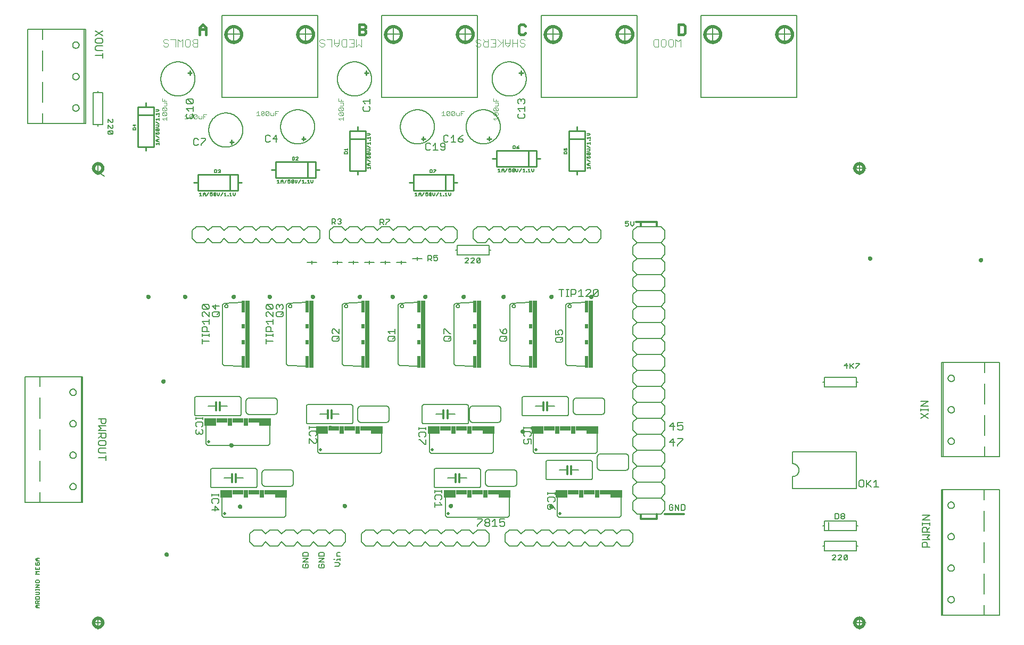
<source format=gto>
G75*
%MOIN*%
%OFA0B0*%
%FSLAX25Y25*%
%IPPOS*%
%LPD*%
%AMOC8*
5,1,8,0,0,1.08239X$1,22.5*
%
%ADD10C,0.01300*%
%ADD11C,0.02000*%
%ADD12C,0.00787*%
%ADD13C,0.00400*%
%ADD14C,0.00800*%
%ADD15C,0.01600*%
%ADD16C,0.00600*%
%ADD17C,0.01200*%
%ADD18C,0.00500*%
%ADD19C,0.01000*%
%ADD20C,0.00300*%
%ADD21C,0.00700*%
%ADD22C,0.02000*%
%ADD23R,0.07500X0.05000*%
%ADD24R,0.07000X0.03000*%
%ADD25R,0.03000X0.05000*%
%ADD26R,0.03000X0.42000*%
%ADD27R,0.02000X0.07500*%
%ADD28R,0.02000X0.03000*%
D10*
X0219265Y0175933D02*
X0219267Y0175985D01*
X0219273Y0176037D01*
X0219283Y0176089D01*
X0219296Y0176139D01*
X0219313Y0176189D01*
X0219334Y0176237D01*
X0219359Y0176283D01*
X0219387Y0176327D01*
X0219418Y0176369D01*
X0219452Y0176409D01*
X0219489Y0176446D01*
X0219529Y0176480D01*
X0219571Y0176511D01*
X0219615Y0176539D01*
X0219661Y0176564D01*
X0219709Y0176585D01*
X0219759Y0176602D01*
X0219809Y0176615D01*
X0219861Y0176625D01*
X0219913Y0176631D01*
X0219965Y0176633D01*
X0220017Y0176631D01*
X0220069Y0176625D01*
X0220121Y0176615D01*
X0220171Y0176602D01*
X0220221Y0176585D01*
X0220269Y0176564D01*
X0220315Y0176539D01*
X0220359Y0176511D01*
X0220401Y0176480D01*
X0220441Y0176446D01*
X0220478Y0176409D01*
X0220512Y0176369D01*
X0220543Y0176327D01*
X0220571Y0176283D01*
X0220596Y0176237D01*
X0220617Y0176189D01*
X0220634Y0176139D01*
X0220647Y0176089D01*
X0220657Y0176037D01*
X0220663Y0175985D01*
X0220665Y0175933D01*
X0220663Y0175881D01*
X0220657Y0175829D01*
X0220647Y0175777D01*
X0220634Y0175727D01*
X0220617Y0175677D01*
X0220596Y0175629D01*
X0220571Y0175583D01*
X0220543Y0175539D01*
X0220512Y0175497D01*
X0220478Y0175457D01*
X0220441Y0175420D01*
X0220401Y0175386D01*
X0220359Y0175355D01*
X0220315Y0175327D01*
X0220269Y0175302D01*
X0220221Y0175281D01*
X0220171Y0175264D01*
X0220121Y0175251D01*
X0220069Y0175241D01*
X0220017Y0175235D01*
X0219965Y0175233D01*
X0219913Y0175235D01*
X0219861Y0175241D01*
X0219809Y0175251D01*
X0219759Y0175264D01*
X0219709Y0175281D01*
X0219661Y0175302D01*
X0219615Y0175327D01*
X0219571Y0175355D01*
X0219529Y0175386D01*
X0219489Y0175420D01*
X0219452Y0175457D01*
X0219418Y0175497D01*
X0219387Y0175539D01*
X0219359Y0175583D01*
X0219334Y0175629D01*
X0219313Y0175677D01*
X0219296Y0175727D01*
X0219283Y0175777D01*
X0219273Y0175829D01*
X0219267Y0175881D01*
X0219265Y0175933D01*
X0265265Y0205933D02*
X0265267Y0205985D01*
X0265273Y0206037D01*
X0265283Y0206089D01*
X0265296Y0206139D01*
X0265313Y0206189D01*
X0265334Y0206237D01*
X0265359Y0206283D01*
X0265387Y0206327D01*
X0265418Y0206369D01*
X0265452Y0206409D01*
X0265489Y0206446D01*
X0265529Y0206480D01*
X0265571Y0206511D01*
X0265615Y0206539D01*
X0265661Y0206564D01*
X0265709Y0206585D01*
X0265759Y0206602D01*
X0265809Y0206615D01*
X0265861Y0206625D01*
X0265913Y0206631D01*
X0265965Y0206633D01*
X0266017Y0206631D01*
X0266069Y0206625D01*
X0266121Y0206615D01*
X0266171Y0206602D01*
X0266221Y0206585D01*
X0266269Y0206564D01*
X0266315Y0206539D01*
X0266359Y0206511D01*
X0266401Y0206480D01*
X0266441Y0206446D01*
X0266478Y0206409D01*
X0266512Y0206369D01*
X0266543Y0206327D01*
X0266571Y0206283D01*
X0266596Y0206237D01*
X0266617Y0206189D01*
X0266634Y0206139D01*
X0266647Y0206089D01*
X0266657Y0206037D01*
X0266663Y0205985D01*
X0266665Y0205933D01*
X0266663Y0205881D01*
X0266657Y0205829D01*
X0266647Y0205777D01*
X0266634Y0205727D01*
X0266617Y0205677D01*
X0266596Y0205629D01*
X0266571Y0205583D01*
X0266543Y0205539D01*
X0266512Y0205497D01*
X0266478Y0205457D01*
X0266441Y0205420D01*
X0266401Y0205386D01*
X0266359Y0205355D01*
X0266315Y0205327D01*
X0266269Y0205302D01*
X0266221Y0205281D01*
X0266171Y0205264D01*
X0266121Y0205251D01*
X0266069Y0205241D01*
X0266017Y0205235D01*
X0265965Y0205233D01*
X0265913Y0205235D01*
X0265861Y0205241D01*
X0265809Y0205251D01*
X0265759Y0205264D01*
X0265709Y0205281D01*
X0265661Y0205302D01*
X0265615Y0205327D01*
X0265571Y0205355D01*
X0265529Y0205386D01*
X0265489Y0205420D01*
X0265452Y0205457D01*
X0265418Y0205497D01*
X0265387Y0205539D01*
X0265359Y0205583D01*
X0265334Y0205629D01*
X0265313Y0205677D01*
X0265296Y0205727D01*
X0265283Y0205777D01*
X0265273Y0205829D01*
X0265267Y0205881D01*
X0265265Y0205933D01*
X0259765Y0244433D02*
X0259767Y0244485D01*
X0259773Y0244537D01*
X0259783Y0244589D01*
X0259796Y0244639D01*
X0259813Y0244689D01*
X0259834Y0244737D01*
X0259859Y0244783D01*
X0259887Y0244827D01*
X0259918Y0244869D01*
X0259952Y0244909D01*
X0259989Y0244946D01*
X0260029Y0244980D01*
X0260071Y0245011D01*
X0260115Y0245039D01*
X0260161Y0245064D01*
X0260209Y0245085D01*
X0260259Y0245102D01*
X0260309Y0245115D01*
X0260361Y0245125D01*
X0260413Y0245131D01*
X0260465Y0245133D01*
X0260517Y0245131D01*
X0260569Y0245125D01*
X0260621Y0245115D01*
X0260671Y0245102D01*
X0260721Y0245085D01*
X0260769Y0245064D01*
X0260815Y0245039D01*
X0260859Y0245011D01*
X0260901Y0244980D01*
X0260941Y0244946D01*
X0260978Y0244909D01*
X0261012Y0244869D01*
X0261043Y0244827D01*
X0261071Y0244783D01*
X0261096Y0244737D01*
X0261117Y0244689D01*
X0261134Y0244639D01*
X0261147Y0244589D01*
X0261157Y0244537D01*
X0261163Y0244485D01*
X0261165Y0244433D01*
X0261163Y0244381D01*
X0261157Y0244329D01*
X0261147Y0244277D01*
X0261134Y0244227D01*
X0261117Y0244177D01*
X0261096Y0244129D01*
X0261071Y0244083D01*
X0261043Y0244039D01*
X0261012Y0243997D01*
X0260978Y0243957D01*
X0260941Y0243920D01*
X0260901Y0243886D01*
X0260859Y0243855D01*
X0260815Y0243827D01*
X0260769Y0243802D01*
X0260721Y0243781D01*
X0260671Y0243764D01*
X0260621Y0243751D01*
X0260569Y0243741D01*
X0260517Y0243735D01*
X0260465Y0243733D01*
X0260413Y0243735D01*
X0260361Y0243741D01*
X0260309Y0243751D01*
X0260259Y0243764D01*
X0260209Y0243781D01*
X0260161Y0243802D01*
X0260115Y0243827D01*
X0260071Y0243855D01*
X0260029Y0243886D01*
X0259989Y0243920D01*
X0259952Y0243957D01*
X0259918Y0243997D01*
X0259887Y0244039D01*
X0259859Y0244083D01*
X0259834Y0244129D01*
X0259813Y0244177D01*
X0259796Y0244227D01*
X0259783Y0244277D01*
X0259773Y0244329D01*
X0259767Y0244381D01*
X0259765Y0244433D01*
X0217265Y0284433D02*
X0217267Y0284485D01*
X0217273Y0284537D01*
X0217283Y0284589D01*
X0217296Y0284639D01*
X0217313Y0284689D01*
X0217334Y0284737D01*
X0217359Y0284783D01*
X0217387Y0284827D01*
X0217418Y0284869D01*
X0217452Y0284909D01*
X0217489Y0284946D01*
X0217529Y0284980D01*
X0217571Y0285011D01*
X0217615Y0285039D01*
X0217661Y0285064D01*
X0217709Y0285085D01*
X0217759Y0285102D01*
X0217809Y0285115D01*
X0217861Y0285125D01*
X0217913Y0285131D01*
X0217965Y0285133D01*
X0218017Y0285131D01*
X0218069Y0285125D01*
X0218121Y0285115D01*
X0218171Y0285102D01*
X0218221Y0285085D01*
X0218269Y0285064D01*
X0218315Y0285039D01*
X0218359Y0285011D01*
X0218401Y0284980D01*
X0218441Y0284946D01*
X0218478Y0284909D01*
X0218512Y0284869D01*
X0218543Y0284827D01*
X0218571Y0284783D01*
X0218596Y0284737D01*
X0218617Y0284689D01*
X0218634Y0284639D01*
X0218647Y0284589D01*
X0218657Y0284537D01*
X0218663Y0284485D01*
X0218665Y0284433D01*
X0218663Y0284381D01*
X0218657Y0284329D01*
X0218647Y0284277D01*
X0218634Y0284227D01*
X0218617Y0284177D01*
X0218596Y0284129D01*
X0218571Y0284083D01*
X0218543Y0284039D01*
X0218512Y0283997D01*
X0218478Y0283957D01*
X0218441Y0283920D01*
X0218401Y0283886D01*
X0218359Y0283855D01*
X0218315Y0283827D01*
X0218269Y0283802D01*
X0218221Y0283781D01*
X0218171Y0283764D01*
X0218121Y0283751D01*
X0218069Y0283741D01*
X0218017Y0283735D01*
X0217965Y0283733D01*
X0217913Y0283735D01*
X0217861Y0283741D01*
X0217809Y0283751D01*
X0217759Y0283764D01*
X0217709Y0283781D01*
X0217661Y0283802D01*
X0217615Y0283827D01*
X0217571Y0283855D01*
X0217529Y0283886D01*
X0217489Y0283920D01*
X0217452Y0283957D01*
X0217418Y0283997D01*
X0217387Y0284039D01*
X0217359Y0284083D01*
X0217334Y0284129D01*
X0217313Y0284177D01*
X0217296Y0284227D01*
X0217283Y0284277D01*
X0217273Y0284329D01*
X0217267Y0284381D01*
X0217265Y0284433D01*
X0207765Y0337433D02*
X0207767Y0337485D01*
X0207773Y0337537D01*
X0207783Y0337589D01*
X0207796Y0337639D01*
X0207813Y0337689D01*
X0207834Y0337737D01*
X0207859Y0337783D01*
X0207887Y0337827D01*
X0207918Y0337869D01*
X0207952Y0337909D01*
X0207989Y0337946D01*
X0208029Y0337980D01*
X0208071Y0338011D01*
X0208115Y0338039D01*
X0208161Y0338064D01*
X0208209Y0338085D01*
X0208259Y0338102D01*
X0208309Y0338115D01*
X0208361Y0338125D01*
X0208413Y0338131D01*
X0208465Y0338133D01*
X0208517Y0338131D01*
X0208569Y0338125D01*
X0208621Y0338115D01*
X0208671Y0338102D01*
X0208721Y0338085D01*
X0208769Y0338064D01*
X0208815Y0338039D01*
X0208859Y0338011D01*
X0208901Y0337980D01*
X0208941Y0337946D01*
X0208978Y0337909D01*
X0209012Y0337869D01*
X0209043Y0337827D01*
X0209071Y0337783D01*
X0209096Y0337737D01*
X0209117Y0337689D01*
X0209134Y0337639D01*
X0209147Y0337589D01*
X0209157Y0337537D01*
X0209163Y0337485D01*
X0209165Y0337433D01*
X0209163Y0337381D01*
X0209157Y0337329D01*
X0209147Y0337277D01*
X0209134Y0337227D01*
X0209117Y0337177D01*
X0209096Y0337129D01*
X0209071Y0337083D01*
X0209043Y0337039D01*
X0209012Y0336997D01*
X0208978Y0336957D01*
X0208941Y0336920D01*
X0208901Y0336886D01*
X0208859Y0336855D01*
X0208815Y0336827D01*
X0208769Y0336802D01*
X0208721Y0336781D01*
X0208671Y0336764D01*
X0208621Y0336751D01*
X0208569Y0336741D01*
X0208517Y0336735D01*
X0208465Y0336733D01*
X0208413Y0336735D01*
X0208361Y0336741D01*
X0208309Y0336751D01*
X0208259Y0336764D01*
X0208209Y0336781D01*
X0208161Y0336802D01*
X0208115Y0336827D01*
X0208071Y0336855D01*
X0208029Y0336886D01*
X0207989Y0336920D01*
X0207952Y0336957D01*
X0207918Y0336997D01*
X0207887Y0337039D01*
X0207859Y0337083D01*
X0207834Y0337129D01*
X0207813Y0337177D01*
X0207796Y0337227D01*
X0207783Y0337277D01*
X0207773Y0337329D01*
X0207767Y0337381D01*
X0207765Y0337433D01*
X0230765Y0337433D02*
X0230767Y0337485D01*
X0230773Y0337537D01*
X0230783Y0337589D01*
X0230796Y0337639D01*
X0230813Y0337689D01*
X0230834Y0337737D01*
X0230859Y0337783D01*
X0230887Y0337827D01*
X0230918Y0337869D01*
X0230952Y0337909D01*
X0230989Y0337946D01*
X0231029Y0337980D01*
X0231071Y0338011D01*
X0231115Y0338039D01*
X0231161Y0338064D01*
X0231209Y0338085D01*
X0231259Y0338102D01*
X0231309Y0338115D01*
X0231361Y0338125D01*
X0231413Y0338131D01*
X0231465Y0338133D01*
X0231517Y0338131D01*
X0231569Y0338125D01*
X0231621Y0338115D01*
X0231671Y0338102D01*
X0231721Y0338085D01*
X0231769Y0338064D01*
X0231815Y0338039D01*
X0231859Y0338011D01*
X0231901Y0337980D01*
X0231941Y0337946D01*
X0231978Y0337909D01*
X0232012Y0337869D01*
X0232043Y0337827D01*
X0232071Y0337783D01*
X0232096Y0337737D01*
X0232117Y0337689D01*
X0232134Y0337639D01*
X0232147Y0337589D01*
X0232157Y0337537D01*
X0232163Y0337485D01*
X0232165Y0337433D01*
X0232163Y0337381D01*
X0232157Y0337329D01*
X0232147Y0337277D01*
X0232134Y0337227D01*
X0232117Y0337177D01*
X0232096Y0337129D01*
X0232071Y0337083D01*
X0232043Y0337039D01*
X0232012Y0336997D01*
X0231978Y0336957D01*
X0231941Y0336920D01*
X0231901Y0336886D01*
X0231859Y0336855D01*
X0231815Y0336827D01*
X0231769Y0336802D01*
X0231721Y0336781D01*
X0231671Y0336764D01*
X0231621Y0336751D01*
X0231569Y0336741D01*
X0231517Y0336735D01*
X0231465Y0336733D01*
X0231413Y0336735D01*
X0231361Y0336741D01*
X0231309Y0336751D01*
X0231259Y0336764D01*
X0231209Y0336781D01*
X0231161Y0336802D01*
X0231115Y0336827D01*
X0231071Y0336855D01*
X0231029Y0336886D01*
X0230989Y0336920D01*
X0230952Y0336957D01*
X0230918Y0336997D01*
X0230887Y0337039D01*
X0230859Y0337083D01*
X0230834Y0337129D01*
X0230813Y0337177D01*
X0230796Y0337227D01*
X0230783Y0337277D01*
X0230773Y0337329D01*
X0230767Y0337381D01*
X0230765Y0337433D01*
X0261265Y0337433D02*
X0261267Y0337485D01*
X0261273Y0337537D01*
X0261283Y0337589D01*
X0261296Y0337639D01*
X0261313Y0337689D01*
X0261334Y0337737D01*
X0261359Y0337783D01*
X0261387Y0337827D01*
X0261418Y0337869D01*
X0261452Y0337909D01*
X0261489Y0337946D01*
X0261529Y0337980D01*
X0261571Y0338011D01*
X0261615Y0338039D01*
X0261661Y0338064D01*
X0261709Y0338085D01*
X0261759Y0338102D01*
X0261809Y0338115D01*
X0261861Y0338125D01*
X0261913Y0338131D01*
X0261965Y0338133D01*
X0262017Y0338131D01*
X0262069Y0338125D01*
X0262121Y0338115D01*
X0262171Y0338102D01*
X0262221Y0338085D01*
X0262269Y0338064D01*
X0262315Y0338039D01*
X0262359Y0338011D01*
X0262401Y0337980D01*
X0262441Y0337946D01*
X0262478Y0337909D01*
X0262512Y0337869D01*
X0262543Y0337827D01*
X0262571Y0337783D01*
X0262596Y0337737D01*
X0262617Y0337689D01*
X0262634Y0337639D01*
X0262647Y0337589D01*
X0262657Y0337537D01*
X0262663Y0337485D01*
X0262665Y0337433D01*
X0262663Y0337381D01*
X0262657Y0337329D01*
X0262647Y0337277D01*
X0262634Y0337227D01*
X0262617Y0337177D01*
X0262596Y0337129D01*
X0262571Y0337083D01*
X0262543Y0337039D01*
X0262512Y0336997D01*
X0262478Y0336957D01*
X0262441Y0336920D01*
X0262401Y0336886D01*
X0262359Y0336855D01*
X0262315Y0336827D01*
X0262269Y0336802D01*
X0262221Y0336781D01*
X0262171Y0336764D01*
X0262121Y0336751D01*
X0262069Y0336741D01*
X0262017Y0336735D01*
X0261965Y0336733D01*
X0261913Y0336735D01*
X0261861Y0336741D01*
X0261809Y0336751D01*
X0261759Y0336764D01*
X0261709Y0336781D01*
X0261661Y0336802D01*
X0261615Y0336827D01*
X0261571Y0336855D01*
X0261529Y0336886D01*
X0261489Y0336920D01*
X0261452Y0336957D01*
X0261418Y0336997D01*
X0261387Y0337039D01*
X0261359Y0337083D01*
X0261334Y0337129D01*
X0261313Y0337177D01*
X0261296Y0337227D01*
X0261283Y0337277D01*
X0261273Y0337329D01*
X0261267Y0337381D01*
X0261265Y0337433D01*
X0283765Y0337433D02*
X0283767Y0337485D01*
X0283773Y0337537D01*
X0283783Y0337589D01*
X0283796Y0337639D01*
X0283813Y0337689D01*
X0283834Y0337737D01*
X0283859Y0337783D01*
X0283887Y0337827D01*
X0283918Y0337869D01*
X0283952Y0337909D01*
X0283989Y0337946D01*
X0284029Y0337980D01*
X0284071Y0338011D01*
X0284115Y0338039D01*
X0284161Y0338064D01*
X0284209Y0338085D01*
X0284259Y0338102D01*
X0284309Y0338115D01*
X0284361Y0338125D01*
X0284413Y0338131D01*
X0284465Y0338133D01*
X0284517Y0338131D01*
X0284569Y0338125D01*
X0284621Y0338115D01*
X0284671Y0338102D01*
X0284721Y0338085D01*
X0284769Y0338064D01*
X0284815Y0338039D01*
X0284859Y0338011D01*
X0284901Y0337980D01*
X0284941Y0337946D01*
X0284978Y0337909D01*
X0285012Y0337869D01*
X0285043Y0337827D01*
X0285071Y0337783D01*
X0285096Y0337737D01*
X0285117Y0337689D01*
X0285134Y0337639D01*
X0285147Y0337589D01*
X0285157Y0337537D01*
X0285163Y0337485D01*
X0285165Y0337433D01*
X0285163Y0337381D01*
X0285157Y0337329D01*
X0285147Y0337277D01*
X0285134Y0337227D01*
X0285117Y0337177D01*
X0285096Y0337129D01*
X0285071Y0337083D01*
X0285043Y0337039D01*
X0285012Y0336997D01*
X0284978Y0336957D01*
X0284941Y0336920D01*
X0284901Y0336886D01*
X0284859Y0336855D01*
X0284815Y0336827D01*
X0284769Y0336802D01*
X0284721Y0336781D01*
X0284671Y0336764D01*
X0284621Y0336751D01*
X0284569Y0336741D01*
X0284517Y0336735D01*
X0284465Y0336733D01*
X0284413Y0336735D01*
X0284361Y0336741D01*
X0284309Y0336751D01*
X0284259Y0336764D01*
X0284209Y0336781D01*
X0284161Y0336802D01*
X0284115Y0336827D01*
X0284071Y0336855D01*
X0284029Y0336886D01*
X0283989Y0336920D01*
X0283952Y0336957D01*
X0283918Y0336997D01*
X0283887Y0337039D01*
X0283859Y0337083D01*
X0283834Y0337129D01*
X0283813Y0337177D01*
X0283796Y0337227D01*
X0283783Y0337277D01*
X0283773Y0337329D01*
X0283767Y0337381D01*
X0283765Y0337433D01*
X0310765Y0337433D02*
X0310767Y0337485D01*
X0310773Y0337537D01*
X0310783Y0337589D01*
X0310796Y0337639D01*
X0310813Y0337689D01*
X0310834Y0337737D01*
X0310859Y0337783D01*
X0310887Y0337827D01*
X0310918Y0337869D01*
X0310952Y0337909D01*
X0310989Y0337946D01*
X0311029Y0337980D01*
X0311071Y0338011D01*
X0311115Y0338039D01*
X0311161Y0338064D01*
X0311209Y0338085D01*
X0311259Y0338102D01*
X0311309Y0338115D01*
X0311361Y0338125D01*
X0311413Y0338131D01*
X0311465Y0338133D01*
X0311517Y0338131D01*
X0311569Y0338125D01*
X0311621Y0338115D01*
X0311671Y0338102D01*
X0311721Y0338085D01*
X0311769Y0338064D01*
X0311815Y0338039D01*
X0311859Y0338011D01*
X0311901Y0337980D01*
X0311941Y0337946D01*
X0311978Y0337909D01*
X0312012Y0337869D01*
X0312043Y0337827D01*
X0312071Y0337783D01*
X0312096Y0337737D01*
X0312117Y0337689D01*
X0312134Y0337639D01*
X0312147Y0337589D01*
X0312157Y0337537D01*
X0312163Y0337485D01*
X0312165Y0337433D01*
X0312163Y0337381D01*
X0312157Y0337329D01*
X0312147Y0337277D01*
X0312134Y0337227D01*
X0312117Y0337177D01*
X0312096Y0337129D01*
X0312071Y0337083D01*
X0312043Y0337039D01*
X0312012Y0336997D01*
X0311978Y0336957D01*
X0311941Y0336920D01*
X0311901Y0336886D01*
X0311859Y0336855D01*
X0311815Y0336827D01*
X0311769Y0336802D01*
X0311721Y0336781D01*
X0311671Y0336764D01*
X0311621Y0336751D01*
X0311569Y0336741D01*
X0311517Y0336735D01*
X0311465Y0336733D01*
X0311413Y0336735D01*
X0311361Y0336741D01*
X0311309Y0336751D01*
X0311259Y0336764D01*
X0311209Y0336781D01*
X0311161Y0336802D01*
X0311115Y0336827D01*
X0311071Y0336855D01*
X0311029Y0336886D01*
X0310989Y0336920D01*
X0310952Y0336957D01*
X0310918Y0336997D01*
X0310887Y0337039D01*
X0310859Y0337083D01*
X0310834Y0337129D01*
X0310813Y0337177D01*
X0310796Y0337227D01*
X0310783Y0337277D01*
X0310773Y0337329D01*
X0310767Y0337381D01*
X0310765Y0337433D01*
X0340265Y0337433D02*
X0340267Y0337485D01*
X0340273Y0337537D01*
X0340283Y0337589D01*
X0340296Y0337639D01*
X0340313Y0337689D01*
X0340334Y0337737D01*
X0340359Y0337783D01*
X0340387Y0337827D01*
X0340418Y0337869D01*
X0340452Y0337909D01*
X0340489Y0337946D01*
X0340529Y0337980D01*
X0340571Y0338011D01*
X0340615Y0338039D01*
X0340661Y0338064D01*
X0340709Y0338085D01*
X0340759Y0338102D01*
X0340809Y0338115D01*
X0340861Y0338125D01*
X0340913Y0338131D01*
X0340965Y0338133D01*
X0341017Y0338131D01*
X0341069Y0338125D01*
X0341121Y0338115D01*
X0341171Y0338102D01*
X0341221Y0338085D01*
X0341269Y0338064D01*
X0341315Y0338039D01*
X0341359Y0338011D01*
X0341401Y0337980D01*
X0341441Y0337946D01*
X0341478Y0337909D01*
X0341512Y0337869D01*
X0341543Y0337827D01*
X0341571Y0337783D01*
X0341596Y0337737D01*
X0341617Y0337689D01*
X0341634Y0337639D01*
X0341647Y0337589D01*
X0341657Y0337537D01*
X0341663Y0337485D01*
X0341665Y0337433D01*
X0341663Y0337381D01*
X0341657Y0337329D01*
X0341647Y0337277D01*
X0341634Y0337227D01*
X0341617Y0337177D01*
X0341596Y0337129D01*
X0341571Y0337083D01*
X0341543Y0337039D01*
X0341512Y0336997D01*
X0341478Y0336957D01*
X0341441Y0336920D01*
X0341401Y0336886D01*
X0341359Y0336855D01*
X0341315Y0336827D01*
X0341269Y0336802D01*
X0341221Y0336781D01*
X0341171Y0336764D01*
X0341121Y0336751D01*
X0341069Y0336741D01*
X0341017Y0336735D01*
X0340965Y0336733D01*
X0340913Y0336735D01*
X0340861Y0336741D01*
X0340809Y0336751D01*
X0340759Y0336764D01*
X0340709Y0336781D01*
X0340661Y0336802D01*
X0340615Y0336827D01*
X0340571Y0336855D01*
X0340529Y0336886D01*
X0340489Y0336920D01*
X0340452Y0336957D01*
X0340418Y0336997D01*
X0340387Y0337039D01*
X0340359Y0337083D01*
X0340334Y0337129D01*
X0340313Y0337177D01*
X0340296Y0337227D01*
X0340283Y0337277D01*
X0340273Y0337329D01*
X0340267Y0337381D01*
X0340265Y0337433D01*
X0360765Y0337433D02*
X0360767Y0337485D01*
X0360773Y0337537D01*
X0360783Y0337589D01*
X0360796Y0337639D01*
X0360813Y0337689D01*
X0360834Y0337737D01*
X0360859Y0337783D01*
X0360887Y0337827D01*
X0360918Y0337869D01*
X0360952Y0337909D01*
X0360989Y0337946D01*
X0361029Y0337980D01*
X0361071Y0338011D01*
X0361115Y0338039D01*
X0361161Y0338064D01*
X0361209Y0338085D01*
X0361259Y0338102D01*
X0361309Y0338115D01*
X0361361Y0338125D01*
X0361413Y0338131D01*
X0361465Y0338133D01*
X0361517Y0338131D01*
X0361569Y0338125D01*
X0361621Y0338115D01*
X0361671Y0338102D01*
X0361721Y0338085D01*
X0361769Y0338064D01*
X0361815Y0338039D01*
X0361859Y0338011D01*
X0361901Y0337980D01*
X0361941Y0337946D01*
X0361978Y0337909D01*
X0362012Y0337869D01*
X0362043Y0337827D01*
X0362071Y0337783D01*
X0362096Y0337737D01*
X0362117Y0337689D01*
X0362134Y0337639D01*
X0362147Y0337589D01*
X0362157Y0337537D01*
X0362163Y0337485D01*
X0362165Y0337433D01*
X0362163Y0337381D01*
X0362157Y0337329D01*
X0362147Y0337277D01*
X0362134Y0337227D01*
X0362117Y0337177D01*
X0362096Y0337129D01*
X0362071Y0337083D01*
X0362043Y0337039D01*
X0362012Y0336997D01*
X0361978Y0336957D01*
X0361941Y0336920D01*
X0361901Y0336886D01*
X0361859Y0336855D01*
X0361815Y0336827D01*
X0361769Y0336802D01*
X0361721Y0336781D01*
X0361671Y0336764D01*
X0361621Y0336751D01*
X0361569Y0336741D01*
X0361517Y0336735D01*
X0361465Y0336733D01*
X0361413Y0336735D01*
X0361361Y0336741D01*
X0361309Y0336751D01*
X0361259Y0336764D01*
X0361209Y0336781D01*
X0361161Y0336802D01*
X0361115Y0336827D01*
X0361071Y0336855D01*
X0361029Y0336886D01*
X0360989Y0336920D01*
X0360952Y0336957D01*
X0360918Y0336997D01*
X0360887Y0337039D01*
X0360859Y0337083D01*
X0360834Y0337129D01*
X0360813Y0337177D01*
X0360796Y0337227D01*
X0360783Y0337277D01*
X0360773Y0337329D01*
X0360767Y0337381D01*
X0360765Y0337433D01*
X0381265Y0337433D02*
X0381267Y0337485D01*
X0381273Y0337537D01*
X0381283Y0337589D01*
X0381296Y0337639D01*
X0381313Y0337689D01*
X0381334Y0337737D01*
X0381359Y0337783D01*
X0381387Y0337827D01*
X0381418Y0337869D01*
X0381452Y0337909D01*
X0381489Y0337946D01*
X0381529Y0337980D01*
X0381571Y0338011D01*
X0381615Y0338039D01*
X0381661Y0338064D01*
X0381709Y0338085D01*
X0381759Y0338102D01*
X0381809Y0338115D01*
X0381861Y0338125D01*
X0381913Y0338131D01*
X0381965Y0338133D01*
X0382017Y0338131D01*
X0382069Y0338125D01*
X0382121Y0338115D01*
X0382171Y0338102D01*
X0382221Y0338085D01*
X0382269Y0338064D01*
X0382315Y0338039D01*
X0382359Y0338011D01*
X0382401Y0337980D01*
X0382441Y0337946D01*
X0382478Y0337909D01*
X0382512Y0337869D01*
X0382543Y0337827D01*
X0382571Y0337783D01*
X0382596Y0337737D01*
X0382617Y0337689D01*
X0382634Y0337639D01*
X0382647Y0337589D01*
X0382657Y0337537D01*
X0382663Y0337485D01*
X0382665Y0337433D01*
X0382663Y0337381D01*
X0382657Y0337329D01*
X0382647Y0337277D01*
X0382634Y0337227D01*
X0382617Y0337177D01*
X0382596Y0337129D01*
X0382571Y0337083D01*
X0382543Y0337039D01*
X0382512Y0336997D01*
X0382478Y0336957D01*
X0382441Y0336920D01*
X0382401Y0336886D01*
X0382359Y0336855D01*
X0382315Y0336827D01*
X0382269Y0336802D01*
X0382221Y0336781D01*
X0382171Y0336764D01*
X0382121Y0336751D01*
X0382069Y0336741D01*
X0382017Y0336735D01*
X0381965Y0336733D01*
X0381913Y0336735D01*
X0381861Y0336741D01*
X0381809Y0336751D01*
X0381759Y0336764D01*
X0381709Y0336781D01*
X0381661Y0336802D01*
X0381615Y0336827D01*
X0381571Y0336855D01*
X0381529Y0336886D01*
X0381489Y0336920D01*
X0381452Y0336957D01*
X0381418Y0336997D01*
X0381387Y0337039D01*
X0381359Y0337083D01*
X0381334Y0337129D01*
X0381313Y0337177D01*
X0381296Y0337227D01*
X0381283Y0337277D01*
X0381273Y0337329D01*
X0381267Y0337381D01*
X0381265Y0337433D01*
X0405265Y0337433D02*
X0405267Y0337485D01*
X0405273Y0337537D01*
X0405283Y0337589D01*
X0405296Y0337639D01*
X0405313Y0337689D01*
X0405334Y0337737D01*
X0405359Y0337783D01*
X0405387Y0337827D01*
X0405418Y0337869D01*
X0405452Y0337909D01*
X0405489Y0337946D01*
X0405529Y0337980D01*
X0405571Y0338011D01*
X0405615Y0338039D01*
X0405661Y0338064D01*
X0405709Y0338085D01*
X0405759Y0338102D01*
X0405809Y0338115D01*
X0405861Y0338125D01*
X0405913Y0338131D01*
X0405965Y0338133D01*
X0406017Y0338131D01*
X0406069Y0338125D01*
X0406121Y0338115D01*
X0406171Y0338102D01*
X0406221Y0338085D01*
X0406269Y0338064D01*
X0406315Y0338039D01*
X0406359Y0338011D01*
X0406401Y0337980D01*
X0406441Y0337946D01*
X0406478Y0337909D01*
X0406512Y0337869D01*
X0406543Y0337827D01*
X0406571Y0337783D01*
X0406596Y0337737D01*
X0406617Y0337689D01*
X0406634Y0337639D01*
X0406647Y0337589D01*
X0406657Y0337537D01*
X0406663Y0337485D01*
X0406665Y0337433D01*
X0406663Y0337381D01*
X0406657Y0337329D01*
X0406647Y0337277D01*
X0406634Y0337227D01*
X0406617Y0337177D01*
X0406596Y0337129D01*
X0406571Y0337083D01*
X0406543Y0337039D01*
X0406512Y0336997D01*
X0406478Y0336957D01*
X0406441Y0336920D01*
X0406401Y0336886D01*
X0406359Y0336855D01*
X0406315Y0336827D01*
X0406269Y0336802D01*
X0406221Y0336781D01*
X0406171Y0336764D01*
X0406121Y0336751D01*
X0406069Y0336741D01*
X0406017Y0336735D01*
X0405965Y0336733D01*
X0405913Y0336735D01*
X0405861Y0336741D01*
X0405809Y0336751D01*
X0405759Y0336764D01*
X0405709Y0336781D01*
X0405661Y0336802D01*
X0405615Y0336827D01*
X0405571Y0336855D01*
X0405529Y0336886D01*
X0405489Y0336920D01*
X0405452Y0336957D01*
X0405418Y0336997D01*
X0405387Y0337039D01*
X0405359Y0337083D01*
X0405334Y0337129D01*
X0405313Y0337177D01*
X0405296Y0337227D01*
X0405283Y0337277D01*
X0405273Y0337329D01*
X0405267Y0337381D01*
X0405265Y0337433D01*
X0430265Y0337433D02*
X0430267Y0337485D01*
X0430273Y0337537D01*
X0430283Y0337589D01*
X0430296Y0337639D01*
X0430313Y0337689D01*
X0430334Y0337737D01*
X0430359Y0337783D01*
X0430387Y0337827D01*
X0430418Y0337869D01*
X0430452Y0337909D01*
X0430489Y0337946D01*
X0430529Y0337980D01*
X0430571Y0338011D01*
X0430615Y0338039D01*
X0430661Y0338064D01*
X0430709Y0338085D01*
X0430759Y0338102D01*
X0430809Y0338115D01*
X0430861Y0338125D01*
X0430913Y0338131D01*
X0430965Y0338133D01*
X0431017Y0338131D01*
X0431069Y0338125D01*
X0431121Y0338115D01*
X0431171Y0338102D01*
X0431221Y0338085D01*
X0431269Y0338064D01*
X0431315Y0338039D01*
X0431359Y0338011D01*
X0431401Y0337980D01*
X0431441Y0337946D01*
X0431478Y0337909D01*
X0431512Y0337869D01*
X0431543Y0337827D01*
X0431571Y0337783D01*
X0431596Y0337737D01*
X0431617Y0337689D01*
X0431634Y0337639D01*
X0431647Y0337589D01*
X0431657Y0337537D01*
X0431663Y0337485D01*
X0431665Y0337433D01*
X0431663Y0337381D01*
X0431657Y0337329D01*
X0431647Y0337277D01*
X0431634Y0337227D01*
X0431617Y0337177D01*
X0431596Y0337129D01*
X0431571Y0337083D01*
X0431543Y0337039D01*
X0431512Y0336997D01*
X0431478Y0336957D01*
X0431441Y0336920D01*
X0431401Y0336886D01*
X0431359Y0336855D01*
X0431315Y0336827D01*
X0431269Y0336802D01*
X0431221Y0336781D01*
X0431171Y0336764D01*
X0431121Y0336751D01*
X0431069Y0336741D01*
X0431017Y0336735D01*
X0430965Y0336733D01*
X0430913Y0336735D01*
X0430861Y0336741D01*
X0430809Y0336751D01*
X0430759Y0336764D01*
X0430709Y0336781D01*
X0430661Y0336802D01*
X0430615Y0336827D01*
X0430571Y0336855D01*
X0430529Y0336886D01*
X0430489Y0336920D01*
X0430452Y0336957D01*
X0430418Y0336997D01*
X0430387Y0337039D01*
X0430359Y0337083D01*
X0430334Y0337129D01*
X0430313Y0337177D01*
X0430296Y0337227D01*
X0430283Y0337277D01*
X0430273Y0337329D01*
X0430267Y0337381D01*
X0430265Y0337433D01*
X0460265Y0337433D02*
X0460267Y0337485D01*
X0460273Y0337537D01*
X0460283Y0337589D01*
X0460296Y0337639D01*
X0460313Y0337689D01*
X0460334Y0337737D01*
X0460359Y0337783D01*
X0460387Y0337827D01*
X0460418Y0337869D01*
X0460452Y0337909D01*
X0460489Y0337946D01*
X0460529Y0337980D01*
X0460571Y0338011D01*
X0460615Y0338039D01*
X0460661Y0338064D01*
X0460709Y0338085D01*
X0460759Y0338102D01*
X0460809Y0338115D01*
X0460861Y0338125D01*
X0460913Y0338131D01*
X0460965Y0338133D01*
X0461017Y0338131D01*
X0461069Y0338125D01*
X0461121Y0338115D01*
X0461171Y0338102D01*
X0461221Y0338085D01*
X0461269Y0338064D01*
X0461315Y0338039D01*
X0461359Y0338011D01*
X0461401Y0337980D01*
X0461441Y0337946D01*
X0461478Y0337909D01*
X0461512Y0337869D01*
X0461543Y0337827D01*
X0461571Y0337783D01*
X0461596Y0337737D01*
X0461617Y0337689D01*
X0461634Y0337639D01*
X0461647Y0337589D01*
X0461657Y0337537D01*
X0461663Y0337485D01*
X0461665Y0337433D01*
X0461663Y0337381D01*
X0461657Y0337329D01*
X0461647Y0337277D01*
X0461634Y0337227D01*
X0461617Y0337177D01*
X0461596Y0337129D01*
X0461571Y0337083D01*
X0461543Y0337039D01*
X0461512Y0336997D01*
X0461478Y0336957D01*
X0461441Y0336920D01*
X0461401Y0336886D01*
X0461359Y0336855D01*
X0461315Y0336827D01*
X0461269Y0336802D01*
X0461221Y0336781D01*
X0461171Y0336764D01*
X0461121Y0336751D01*
X0461069Y0336741D01*
X0461017Y0336735D01*
X0460965Y0336733D01*
X0460913Y0336735D01*
X0460861Y0336741D01*
X0460809Y0336751D01*
X0460759Y0336764D01*
X0460709Y0336781D01*
X0460661Y0336802D01*
X0460615Y0336827D01*
X0460571Y0336855D01*
X0460529Y0336886D01*
X0460489Y0336920D01*
X0460452Y0336957D01*
X0460418Y0336997D01*
X0460387Y0337039D01*
X0460359Y0337083D01*
X0460334Y0337129D01*
X0460313Y0337177D01*
X0460296Y0337227D01*
X0460283Y0337277D01*
X0460273Y0337329D01*
X0460267Y0337381D01*
X0460265Y0337433D01*
X0485265Y0337433D02*
X0485267Y0337485D01*
X0485273Y0337537D01*
X0485283Y0337589D01*
X0485296Y0337639D01*
X0485313Y0337689D01*
X0485334Y0337737D01*
X0485359Y0337783D01*
X0485387Y0337827D01*
X0485418Y0337869D01*
X0485452Y0337909D01*
X0485489Y0337946D01*
X0485529Y0337980D01*
X0485571Y0338011D01*
X0485615Y0338039D01*
X0485661Y0338064D01*
X0485709Y0338085D01*
X0485759Y0338102D01*
X0485809Y0338115D01*
X0485861Y0338125D01*
X0485913Y0338131D01*
X0485965Y0338133D01*
X0486017Y0338131D01*
X0486069Y0338125D01*
X0486121Y0338115D01*
X0486171Y0338102D01*
X0486221Y0338085D01*
X0486269Y0338064D01*
X0486315Y0338039D01*
X0486359Y0338011D01*
X0486401Y0337980D01*
X0486441Y0337946D01*
X0486478Y0337909D01*
X0486512Y0337869D01*
X0486543Y0337827D01*
X0486571Y0337783D01*
X0486596Y0337737D01*
X0486617Y0337689D01*
X0486634Y0337639D01*
X0486647Y0337589D01*
X0486657Y0337537D01*
X0486663Y0337485D01*
X0486665Y0337433D01*
X0486663Y0337381D01*
X0486657Y0337329D01*
X0486647Y0337277D01*
X0486634Y0337227D01*
X0486617Y0337177D01*
X0486596Y0337129D01*
X0486571Y0337083D01*
X0486543Y0337039D01*
X0486512Y0336997D01*
X0486478Y0336957D01*
X0486441Y0336920D01*
X0486401Y0336886D01*
X0486359Y0336855D01*
X0486315Y0336827D01*
X0486269Y0336802D01*
X0486221Y0336781D01*
X0486171Y0336764D01*
X0486121Y0336751D01*
X0486069Y0336741D01*
X0486017Y0336735D01*
X0485965Y0336733D01*
X0485913Y0336735D01*
X0485861Y0336741D01*
X0485809Y0336751D01*
X0485759Y0336764D01*
X0485709Y0336781D01*
X0485661Y0336802D01*
X0485615Y0336827D01*
X0485571Y0336855D01*
X0485529Y0336886D01*
X0485489Y0336920D01*
X0485452Y0336957D01*
X0485418Y0336997D01*
X0485387Y0337039D01*
X0485359Y0337083D01*
X0485334Y0337129D01*
X0485313Y0337177D01*
X0485296Y0337227D01*
X0485283Y0337277D01*
X0485273Y0337329D01*
X0485267Y0337381D01*
X0485265Y0337433D01*
X0442265Y0252933D02*
X0442267Y0252985D01*
X0442273Y0253037D01*
X0442283Y0253089D01*
X0442296Y0253139D01*
X0442313Y0253189D01*
X0442334Y0253237D01*
X0442359Y0253283D01*
X0442387Y0253327D01*
X0442418Y0253369D01*
X0442452Y0253409D01*
X0442489Y0253446D01*
X0442529Y0253480D01*
X0442571Y0253511D01*
X0442615Y0253539D01*
X0442661Y0253564D01*
X0442709Y0253585D01*
X0442759Y0253602D01*
X0442809Y0253615D01*
X0442861Y0253625D01*
X0442913Y0253631D01*
X0442965Y0253633D01*
X0443017Y0253631D01*
X0443069Y0253625D01*
X0443121Y0253615D01*
X0443171Y0253602D01*
X0443221Y0253585D01*
X0443269Y0253564D01*
X0443315Y0253539D01*
X0443359Y0253511D01*
X0443401Y0253480D01*
X0443441Y0253446D01*
X0443478Y0253409D01*
X0443512Y0253369D01*
X0443543Y0253327D01*
X0443571Y0253283D01*
X0443596Y0253237D01*
X0443617Y0253189D01*
X0443634Y0253139D01*
X0443647Y0253089D01*
X0443657Y0253037D01*
X0443663Y0252985D01*
X0443665Y0252933D01*
X0443663Y0252881D01*
X0443657Y0252829D01*
X0443647Y0252777D01*
X0443634Y0252727D01*
X0443617Y0252677D01*
X0443596Y0252629D01*
X0443571Y0252583D01*
X0443543Y0252539D01*
X0443512Y0252497D01*
X0443478Y0252457D01*
X0443441Y0252420D01*
X0443401Y0252386D01*
X0443359Y0252355D01*
X0443315Y0252327D01*
X0443269Y0252302D01*
X0443221Y0252281D01*
X0443171Y0252264D01*
X0443121Y0252251D01*
X0443069Y0252241D01*
X0443017Y0252235D01*
X0442965Y0252233D01*
X0442913Y0252235D01*
X0442861Y0252241D01*
X0442809Y0252251D01*
X0442759Y0252264D01*
X0442709Y0252281D01*
X0442661Y0252302D01*
X0442615Y0252327D01*
X0442571Y0252355D01*
X0442529Y0252386D01*
X0442489Y0252420D01*
X0442452Y0252457D01*
X0442418Y0252497D01*
X0442387Y0252539D01*
X0442359Y0252583D01*
X0442334Y0252629D01*
X0442313Y0252677D01*
X0442296Y0252727D01*
X0442283Y0252777D01*
X0442273Y0252829D01*
X0442267Y0252881D01*
X0442265Y0252933D01*
X0385765Y0254433D02*
X0385767Y0254485D01*
X0385773Y0254537D01*
X0385783Y0254589D01*
X0385796Y0254639D01*
X0385813Y0254689D01*
X0385834Y0254737D01*
X0385859Y0254783D01*
X0385887Y0254827D01*
X0385918Y0254869D01*
X0385952Y0254909D01*
X0385989Y0254946D01*
X0386029Y0254980D01*
X0386071Y0255011D01*
X0386115Y0255039D01*
X0386161Y0255064D01*
X0386209Y0255085D01*
X0386259Y0255102D01*
X0386309Y0255115D01*
X0386361Y0255125D01*
X0386413Y0255131D01*
X0386465Y0255133D01*
X0386517Y0255131D01*
X0386569Y0255125D01*
X0386621Y0255115D01*
X0386671Y0255102D01*
X0386721Y0255085D01*
X0386769Y0255064D01*
X0386815Y0255039D01*
X0386859Y0255011D01*
X0386901Y0254980D01*
X0386941Y0254946D01*
X0386978Y0254909D01*
X0387012Y0254869D01*
X0387043Y0254827D01*
X0387071Y0254783D01*
X0387096Y0254737D01*
X0387117Y0254689D01*
X0387134Y0254639D01*
X0387147Y0254589D01*
X0387157Y0254537D01*
X0387163Y0254485D01*
X0387165Y0254433D01*
X0387163Y0254381D01*
X0387157Y0254329D01*
X0387147Y0254277D01*
X0387134Y0254227D01*
X0387117Y0254177D01*
X0387096Y0254129D01*
X0387071Y0254083D01*
X0387043Y0254039D01*
X0387012Y0253997D01*
X0386978Y0253957D01*
X0386941Y0253920D01*
X0386901Y0253886D01*
X0386859Y0253855D01*
X0386815Y0253827D01*
X0386769Y0253802D01*
X0386721Y0253781D01*
X0386671Y0253764D01*
X0386621Y0253751D01*
X0386569Y0253741D01*
X0386517Y0253735D01*
X0386465Y0253733D01*
X0386413Y0253735D01*
X0386361Y0253741D01*
X0386309Y0253751D01*
X0386259Y0253764D01*
X0386209Y0253781D01*
X0386161Y0253802D01*
X0386115Y0253827D01*
X0386071Y0253855D01*
X0386029Y0253886D01*
X0385989Y0253920D01*
X0385952Y0253957D01*
X0385918Y0253997D01*
X0385887Y0254039D01*
X0385859Y0254083D01*
X0385834Y0254129D01*
X0385813Y0254177D01*
X0385796Y0254227D01*
X0385783Y0254277D01*
X0385773Y0254329D01*
X0385767Y0254381D01*
X0385765Y0254433D01*
X0397265Y0206433D02*
X0397267Y0206485D01*
X0397273Y0206537D01*
X0397283Y0206589D01*
X0397296Y0206639D01*
X0397313Y0206689D01*
X0397334Y0206737D01*
X0397359Y0206783D01*
X0397387Y0206827D01*
X0397418Y0206869D01*
X0397452Y0206909D01*
X0397489Y0206946D01*
X0397529Y0206980D01*
X0397571Y0207011D01*
X0397615Y0207039D01*
X0397661Y0207064D01*
X0397709Y0207085D01*
X0397759Y0207102D01*
X0397809Y0207115D01*
X0397861Y0207125D01*
X0397913Y0207131D01*
X0397965Y0207133D01*
X0398017Y0207131D01*
X0398069Y0207125D01*
X0398121Y0207115D01*
X0398171Y0207102D01*
X0398221Y0207085D01*
X0398269Y0207064D01*
X0398315Y0207039D01*
X0398359Y0207011D01*
X0398401Y0206980D01*
X0398441Y0206946D01*
X0398478Y0206909D01*
X0398512Y0206869D01*
X0398543Y0206827D01*
X0398571Y0206783D01*
X0398596Y0206737D01*
X0398617Y0206689D01*
X0398634Y0206639D01*
X0398647Y0206589D01*
X0398657Y0206537D01*
X0398663Y0206485D01*
X0398665Y0206433D01*
X0398663Y0206381D01*
X0398657Y0206329D01*
X0398647Y0206277D01*
X0398634Y0206227D01*
X0398617Y0206177D01*
X0398596Y0206129D01*
X0398571Y0206083D01*
X0398543Y0206039D01*
X0398512Y0205997D01*
X0398478Y0205957D01*
X0398441Y0205920D01*
X0398401Y0205886D01*
X0398359Y0205855D01*
X0398315Y0205827D01*
X0398269Y0205802D01*
X0398221Y0205781D01*
X0398171Y0205764D01*
X0398121Y0205751D01*
X0398069Y0205741D01*
X0398017Y0205735D01*
X0397965Y0205733D01*
X0397913Y0205735D01*
X0397861Y0205741D01*
X0397809Y0205751D01*
X0397759Y0205764D01*
X0397709Y0205781D01*
X0397661Y0205802D01*
X0397615Y0205827D01*
X0397571Y0205855D01*
X0397529Y0205886D01*
X0397489Y0205920D01*
X0397452Y0205957D01*
X0397418Y0205997D01*
X0397387Y0206039D01*
X0397359Y0206083D01*
X0397334Y0206129D01*
X0397313Y0206177D01*
X0397296Y0206227D01*
X0397283Y0206277D01*
X0397273Y0206329D01*
X0397267Y0206381D01*
X0397265Y0206433D01*
X0460265Y0205933D02*
X0460267Y0205985D01*
X0460273Y0206037D01*
X0460283Y0206089D01*
X0460296Y0206139D01*
X0460313Y0206189D01*
X0460334Y0206237D01*
X0460359Y0206283D01*
X0460387Y0206327D01*
X0460418Y0206369D01*
X0460452Y0206409D01*
X0460489Y0206446D01*
X0460529Y0206480D01*
X0460571Y0206511D01*
X0460615Y0206539D01*
X0460661Y0206564D01*
X0460709Y0206585D01*
X0460759Y0206602D01*
X0460809Y0206615D01*
X0460861Y0206625D01*
X0460913Y0206631D01*
X0460965Y0206633D01*
X0461017Y0206631D01*
X0461069Y0206625D01*
X0461121Y0206615D01*
X0461171Y0206602D01*
X0461221Y0206585D01*
X0461269Y0206564D01*
X0461315Y0206539D01*
X0461359Y0206511D01*
X0461401Y0206480D01*
X0461441Y0206446D01*
X0461478Y0206409D01*
X0461512Y0206369D01*
X0461543Y0206327D01*
X0461571Y0206283D01*
X0461596Y0206237D01*
X0461617Y0206189D01*
X0461634Y0206139D01*
X0461647Y0206089D01*
X0461657Y0206037D01*
X0461663Y0205985D01*
X0461665Y0205933D01*
X0461663Y0205881D01*
X0461657Y0205829D01*
X0461647Y0205777D01*
X0461634Y0205727D01*
X0461617Y0205677D01*
X0461596Y0205629D01*
X0461571Y0205583D01*
X0461543Y0205539D01*
X0461512Y0205497D01*
X0461478Y0205457D01*
X0461441Y0205420D01*
X0461401Y0205386D01*
X0461359Y0205355D01*
X0461315Y0205327D01*
X0461269Y0205302D01*
X0461221Y0205281D01*
X0461171Y0205264D01*
X0461121Y0205251D01*
X0461069Y0205241D01*
X0461017Y0205235D01*
X0460965Y0205233D01*
X0460913Y0205235D01*
X0460861Y0205241D01*
X0460809Y0205251D01*
X0460759Y0205264D01*
X0460709Y0205281D01*
X0460661Y0205302D01*
X0460615Y0205327D01*
X0460571Y0205355D01*
X0460529Y0205386D01*
X0460489Y0205420D01*
X0460452Y0205457D01*
X0460418Y0205497D01*
X0460387Y0205539D01*
X0460359Y0205583D01*
X0460334Y0205629D01*
X0460313Y0205677D01*
X0460296Y0205727D01*
X0460283Y0205777D01*
X0460273Y0205829D01*
X0460267Y0205881D01*
X0460265Y0205933D01*
X0330765Y0206433D02*
X0330767Y0206485D01*
X0330773Y0206537D01*
X0330783Y0206589D01*
X0330796Y0206639D01*
X0330813Y0206689D01*
X0330834Y0206737D01*
X0330859Y0206783D01*
X0330887Y0206827D01*
X0330918Y0206869D01*
X0330952Y0206909D01*
X0330989Y0206946D01*
X0331029Y0206980D01*
X0331071Y0207011D01*
X0331115Y0207039D01*
X0331161Y0207064D01*
X0331209Y0207085D01*
X0331259Y0207102D01*
X0331309Y0207115D01*
X0331361Y0207125D01*
X0331413Y0207131D01*
X0331465Y0207133D01*
X0331517Y0207131D01*
X0331569Y0207125D01*
X0331621Y0207115D01*
X0331671Y0207102D01*
X0331721Y0207085D01*
X0331769Y0207064D01*
X0331815Y0207039D01*
X0331859Y0207011D01*
X0331901Y0206980D01*
X0331941Y0206946D01*
X0331978Y0206909D01*
X0332012Y0206869D01*
X0332043Y0206827D01*
X0332071Y0206783D01*
X0332096Y0206737D01*
X0332117Y0206689D01*
X0332134Y0206639D01*
X0332147Y0206589D01*
X0332157Y0206537D01*
X0332163Y0206485D01*
X0332165Y0206433D01*
X0332163Y0206381D01*
X0332157Y0206329D01*
X0332147Y0206277D01*
X0332134Y0206227D01*
X0332117Y0206177D01*
X0332096Y0206129D01*
X0332071Y0206083D01*
X0332043Y0206039D01*
X0332012Y0205997D01*
X0331978Y0205957D01*
X0331941Y0205920D01*
X0331901Y0205886D01*
X0331859Y0205855D01*
X0331815Y0205827D01*
X0331769Y0205802D01*
X0331721Y0205781D01*
X0331671Y0205764D01*
X0331621Y0205751D01*
X0331569Y0205741D01*
X0331517Y0205735D01*
X0331465Y0205733D01*
X0331413Y0205735D01*
X0331361Y0205741D01*
X0331309Y0205751D01*
X0331259Y0205764D01*
X0331209Y0205781D01*
X0331161Y0205802D01*
X0331115Y0205827D01*
X0331071Y0205855D01*
X0331029Y0205886D01*
X0330989Y0205920D01*
X0330952Y0205957D01*
X0330918Y0205997D01*
X0330887Y0206039D01*
X0330859Y0206083D01*
X0330834Y0206129D01*
X0330813Y0206177D01*
X0330796Y0206227D01*
X0330783Y0206277D01*
X0330773Y0206329D01*
X0330767Y0206381D01*
X0330765Y0206433D01*
X0321765Y0255433D02*
X0321767Y0255485D01*
X0321773Y0255537D01*
X0321783Y0255589D01*
X0321796Y0255639D01*
X0321813Y0255689D01*
X0321834Y0255737D01*
X0321859Y0255783D01*
X0321887Y0255827D01*
X0321918Y0255869D01*
X0321952Y0255909D01*
X0321989Y0255946D01*
X0322029Y0255980D01*
X0322071Y0256011D01*
X0322115Y0256039D01*
X0322161Y0256064D01*
X0322209Y0256085D01*
X0322259Y0256102D01*
X0322309Y0256115D01*
X0322361Y0256125D01*
X0322413Y0256131D01*
X0322465Y0256133D01*
X0322517Y0256131D01*
X0322569Y0256125D01*
X0322621Y0256115D01*
X0322671Y0256102D01*
X0322721Y0256085D01*
X0322769Y0256064D01*
X0322815Y0256039D01*
X0322859Y0256011D01*
X0322901Y0255980D01*
X0322941Y0255946D01*
X0322978Y0255909D01*
X0323012Y0255869D01*
X0323043Y0255827D01*
X0323071Y0255783D01*
X0323096Y0255737D01*
X0323117Y0255689D01*
X0323134Y0255639D01*
X0323147Y0255589D01*
X0323157Y0255537D01*
X0323163Y0255485D01*
X0323165Y0255433D01*
X0323163Y0255381D01*
X0323157Y0255329D01*
X0323147Y0255277D01*
X0323134Y0255227D01*
X0323117Y0255177D01*
X0323096Y0255129D01*
X0323071Y0255083D01*
X0323043Y0255039D01*
X0323012Y0254997D01*
X0322978Y0254957D01*
X0322941Y0254920D01*
X0322901Y0254886D01*
X0322859Y0254855D01*
X0322815Y0254827D01*
X0322769Y0254802D01*
X0322721Y0254781D01*
X0322671Y0254764D01*
X0322621Y0254751D01*
X0322569Y0254741D01*
X0322517Y0254735D01*
X0322465Y0254733D01*
X0322413Y0254735D01*
X0322361Y0254741D01*
X0322309Y0254751D01*
X0322259Y0254764D01*
X0322209Y0254781D01*
X0322161Y0254802D01*
X0322115Y0254827D01*
X0322071Y0254855D01*
X0322029Y0254886D01*
X0321989Y0254920D01*
X0321952Y0254957D01*
X0321918Y0254997D01*
X0321887Y0255039D01*
X0321859Y0255083D01*
X0321834Y0255129D01*
X0321813Y0255177D01*
X0321796Y0255227D01*
X0321783Y0255277D01*
X0321773Y0255329D01*
X0321767Y0255381D01*
X0321765Y0255433D01*
X0659765Y0361433D02*
X0659767Y0361485D01*
X0659773Y0361537D01*
X0659783Y0361589D01*
X0659796Y0361639D01*
X0659813Y0361689D01*
X0659834Y0361737D01*
X0659859Y0361783D01*
X0659887Y0361827D01*
X0659918Y0361869D01*
X0659952Y0361909D01*
X0659989Y0361946D01*
X0660029Y0361980D01*
X0660071Y0362011D01*
X0660115Y0362039D01*
X0660161Y0362064D01*
X0660209Y0362085D01*
X0660259Y0362102D01*
X0660309Y0362115D01*
X0660361Y0362125D01*
X0660413Y0362131D01*
X0660465Y0362133D01*
X0660517Y0362131D01*
X0660569Y0362125D01*
X0660621Y0362115D01*
X0660671Y0362102D01*
X0660721Y0362085D01*
X0660769Y0362064D01*
X0660815Y0362039D01*
X0660859Y0362011D01*
X0660901Y0361980D01*
X0660941Y0361946D01*
X0660978Y0361909D01*
X0661012Y0361869D01*
X0661043Y0361827D01*
X0661071Y0361783D01*
X0661096Y0361737D01*
X0661117Y0361689D01*
X0661134Y0361639D01*
X0661147Y0361589D01*
X0661157Y0361537D01*
X0661163Y0361485D01*
X0661165Y0361433D01*
X0661163Y0361381D01*
X0661157Y0361329D01*
X0661147Y0361277D01*
X0661134Y0361227D01*
X0661117Y0361177D01*
X0661096Y0361129D01*
X0661071Y0361083D01*
X0661043Y0361039D01*
X0661012Y0360997D01*
X0660978Y0360957D01*
X0660941Y0360920D01*
X0660901Y0360886D01*
X0660859Y0360855D01*
X0660815Y0360827D01*
X0660769Y0360802D01*
X0660721Y0360781D01*
X0660671Y0360764D01*
X0660621Y0360751D01*
X0660569Y0360741D01*
X0660517Y0360735D01*
X0660465Y0360733D01*
X0660413Y0360735D01*
X0660361Y0360741D01*
X0660309Y0360751D01*
X0660259Y0360764D01*
X0660209Y0360781D01*
X0660161Y0360802D01*
X0660115Y0360827D01*
X0660071Y0360855D01*
X0660029Y0360886D01*
X0659989Y0360920D01*
X0659952Y0360957D01*
X0659918Y0360997D01*
X0659887Y0361039D01*
X0659859Y0361083D01*
X0659834Y0361129D01*
X0659813Y0361177D01*
X0659796Y0361227D01*
X0659783Y0361277D01*
X0659773Y0361329D01*
X0659767Y0361381D01*
X0659765Y0361433D01*
X0729265Y0360433D02*
X0729267Y0360485D01*
X0729273Y0360537D01*
X0729283Y0360589D01*
X0729296Y0360639D01*
X0729313Y0360689D01*
X0729334Y0360737D01*
X0729359Y0360783D01*
X0729387Y0360827D01*
X0729418Y0360869D01*
X0729452Y0360909D01*
X0729489Y0360946D01*
X0729529Y0360980D01*
X0729571Y0361011D01*
X0729615Y0361039D01*
X0729661Y0361064D01*
X0729709Y0361085D01*
X0729759Y0361102D01*
X0729809Y0361115D01*
X0729861Y0361125D01*
X0729913Y0361131D01*
X0729965Y0361133D01*
X0730017Y0361131D01*
X0730069Y0361125D01*
X0730121Y0361115D01*
X0730171Y0361102D01*
X0730221Y0361085D01*
X0730269Y0361064D01*
X0730315Y0361039D01*
X0730359Y0361011D01*
X0730401Y0360980D01*
X0730441Y0360946D01*
X0730478Y0360909D01*
X0730512Y0360869D01*
X0730543Y0360827D01*
X0730571Y0360783D01*
X0730596Y0360737D01*
X0730617Y0360689D01*
X0730634Y0360639D01*
X0730647Y0360589D01*
X0730657Y0360537D01*
X0730663Y0360485D01*
X0730665Y0360433D01*
X0730663Y0360381D01*
X0730657Y0360329D01*
X0730647Y0360277D01*
X0730634Y0360227D01*
X0730617Y0360177D01*
X0730596Y0360129D01*
X0730571Y0360083D01*
X0730543Y0360039D01*
X0730512Y0359997D01*
X0730478Y0359957D01*
X0730441Y0359920D01*
X0730401Y0359886D01*
X0730359Y0359855D01*
X0730315Y0359827D01*
X0730269Y0359802D01*
X0730221Y0359781D01*
X0730171Y0359764D01*
X0730121Y0359751D01*
X0730069Y0359741D01*
X0730017Y0359735D01*
X0729965Y0359733D01*
X0729913Y0359735D01*
X0729861Y0359741D01*
X0729809Y0359751D01*
X0729759Y0359764D01*
X0729709Y0359781D01*
X0729661Y0359802D01*
X0729615Y0359827D01*
X0729571Y0359855D01*
X0729529Y0359886D01*
X0729489Y0359920D01*
X0729452Y0359957D01*
X0729418Y0359997D01*
X0729387Y0360039D01*
X0729359Y0360083D01*
X0729334Y0360129D01*
X0729313Y0360177D01*
X0729296Y0360227D01*
X0729283Y0360277D01*
X0729273Y0360329D01*
X0729267Y0360381D01*
X0729265Y0360433D01*
D11*
X0650950Y0417949D02*
X0650952Y0418056D01*
X0650958Y0418162D01*
X0650968Y0418268D01*
X0650982Y0418374D01*
X0650999Y0418479D01*
X0651021Y0418583D01*
X0651047Y0418686D01*
X0651076Y0418789D01*
X0651109Y0418890D01*
X0651146Y0418990D01*
X0651186Y0419089D01*
X0651231Y0419186D01*
X0651278Y0419281D01*
X0651330Y0419374D01*
X0651384Y0419466D01*
X0651442Y0419555D01*
X0651504Y0419642D01*
X0651568Y0419727D01*
X0651636Y0419809D01*
X0651706Y0419889D01*
X0651780Y0419966D01*
X0651856Y0420040D01*
X0651936Y0420112D01*
X0652017Y0420180D01*
X0652101Y0420246D01*
X0652188Y0420308D01*
X0652277Y0420367D01*
X0652368Y0420422D01*
X0652461Y0420474D01*
X0652555Y0420523D01*
X0652652Y0420568D01*
X0652750Y0420609D01*
X0652850Y0420647D01*
X0652951Y0420681D01*
X0653053Y0420712D01*
X0653156Y0420738D01*
X0653260Y0420761D01*
X0653365Y0420779D01*
X0653471Y0420794D01*
X0653577Y0420805D01*
X0653683Y0420812D01*
X0653789Y0420815D01*
X0653896Y0420814D01*
X0654002Y0420809D01*
X0654109Y0420800D01*
X0654214Y0420787D01*
X0654320Y0420770D01*
X0654424Y0420750D01*
X0654528Y0420725D01*
X0654630Y0420697D01*
X0654732Y0420665D01*
X0654832Y0420629D01*
X0654931Y0420589D01*
X0655029Y0420546D01*
X0655124Y0420499D01*
X0655218Y0420449D01*
X0655310Y0420395D01*
X0655400Y0420338D01*
X0655488Y0420277D01*
X0655573Y0420213D01*
X0655656Y0420146D01*
X0655736Y0420076D01*
X0655814Y0420004D01*
X0655889Y0419928D01*
X0655961Y0419850D01*
X0656030Y0419768D01*
X0656096Y0419685D01*
X0656159Y0419599D01*
X0656219Y0419511D01*
X0656276Y0419420D01*
X0656329Y0419328D01*
X0656378Y0419233D01*
X0656424Y0419137D01*
X0656466Y0419040D01*
X0656505Y0418940D01*
X0656540Y0418840D01*
X0656571Y0418738D01*
X0656599Y0418635D01*
X0656622Y0418531D01*
X0656642Y0418426D01*
X0656658Y0418321D01*
X0656670Y0418215D01*
X0656678Y0418109D01*
X0656682Y0418002D01*
X0656682Y0417896D01*
X0656678Y0417789D01*
X0656670Y0417683D01*
X0656658Y0417577D01*
X0656642Y0417472D01*
X0656622Y0417367D01*
X0656599Y0417263D01*
X0656571Y0417160D01*
X0656540Y0417058D01*
X0656505Y0416958D01*
X0656466Y0416858D01*
X0656424Y0416761D01*
X0656378Y0416665D01*
X0656329Y0416570D01*
X0656276Y0416478D01*
X0656219Y0416387D01*
X0656159Y0416299D01*
X0656096Y0416213D01*
X0656030Y0416130D01*
X0655961Y0416048D01*
X0655889Y0415970D01*
X0655814Y0415894D01*
X0655736Y0415822D01*
X0655656Y0415752D01*
X0655573Y0415685D01*
X0655488Y0415621D01*
X0655400Y0415560D01*
X0655310Y0415503D01*
X0655218Y0415449D01*
X0655124Y0415399D01*
X0655029Y0415352D01*
X0654931Y0415309D01*
X0654832Y0415269D01*
X0654732Y0415233D01*
X0654630Y0415201D01*
X0654528Y0415173D01*
X0654424Y0415148D01*
X0654320Y0415128D01*
X0654214Y0415111D01*
X0654109Y0415098D01*
X0654002Y0415089D01*
X0653896Y0415084D01*
X0653789Y0415083D01*
X0653683Y0415086D01*
X0653577Y0415093D01*
X0653471Y0415104D01*
X0653365Y0415119D01*
X0653260Y0415137D01*
X0653156Y0415160D01*
X0653053Y0415186D01*
X0652951Y0415217D01*
X0652850Y0415251D01*
X0652750Y0415289D01*
X0652652Y0415330D01*
X0652555Y0415375D01*
X0652461Y0415424D01*
X0652368Y0415476D01*
X0652277Y0415531D01*
X0652188Y0415590D01*
X0652101Y0415652D01*
X0652017Y0415718D01*
X0651936Y0415786D01*
X0651856Y0415858D01*
X0651780Y0415932D01*
X0651706Y0416009D01*
X0651636Y0416089D01*
X0651568Y0416171D01*
X0651504Y0416256D01*
X0651442Y0416343D01*
X0651384Y0416432D01*
X0651330Y0416524D01*
X0651278Y0416617D01*
X0651231Y0416712D01*
X0651186Y0416809D01*
X0651146Y0416908D01*
X0651109Y0417008D01*
X0651076Y0417109D01*
X0651047Y0417212D01*
X0651021Y0417315D01*
X0650999Y0417419D01*
X0650982Y0417524D01*
X0650968Y0417630D01*
X0650958Y0417736D01*
X0650952Y0417842D01*
X0650950Y0417949D01*
X0602044Y0501733D02*
X0602046Y0501873D01*
X0602052Y0502013D01*
X0602062Y0502152D01*
X0602076Y0502291D01*
X0602094Y0502430D01*
X0602115Y0502568D01*
X0602141Y0502706D01*
X0602171Y0502843D01*
X0602204Y0502978D01*
X0602242Y0503113D01*
X0602283Y0503247D01*
X0602328Y0503380D01*
X0602376Y0503511D01*
X0602429Y0503640D01*
X0602485Y0503769D01*
X0602544Y0503895D01*
X0602608Y0504020D01*
X0602674Y0504143D01*
X0602745Y0504264D01*
X0602818Y0504383D01*
X0602895Y0504500D01*
X0602976Y0504614D01*
X0603059Y0504726D01*
X0603146Y0504836D01*
X0603236Y0504944D01*
X0603328Y0505048D01*
X0603424Y0505150D01*
X0603523Y0505250D01*
X0603624Y0505346D01*
X0603728Y0505440D01*
X0603835Y0505530D01*
X0603944Y0505617D01*
X0604056Y0505702D01*
X0604170Y0505783D01*
X0604286Y0505861D01*
X0604404Y0505935D01*
X0604525Y0506006D01*
X0604647Y0506074D01*
X0604772Y0506138D01*
X0604898Y0506199D01*
X0605025Y0506256D01*
X0605155Y0506309D01*
X0605286Y0506359D01*
X0605418Y0506404D01*
X0605551Y0506447D01*
X0605686Y0506485D01*
X0605821Y0506519D01*
X0605958Y0506550D01*
X0606095Y0506577D01*
X0606233Y0506599D01*
X0606372Y0506618D01*
X0606511Y0506633D01*
X0606650Y0506644D01*
X0606790Y0506651D01*
X0606930Y0506654D01*
X0607070Y0506653D01*
X0607210Y0506648D01*
X0607349Y0506639D01*
X0607489Y0506626D01*
X0607628Y0506609D01*
X0607766Y0506588D01*
X0607904Y0506564D01*
X0608041Y0506535D01*
X0608177Y0506503D01*
X0608312Y0506466D01*
X0608446Y0506426D01*
X0608579Y0506382D01*
X0608710Y0506334D01*
X0608840Y0506283D01*
X0608969Y0506228D01*
X0609096Y0506169D01*
X0609221Y0506106D01*
X0609344Y0506041D01*
X0609466Y0505971D01*
X0609585Y0505898D01*
X0609703Y0505822D01*
X0609818Y0505743D01*
X0609931Y0505660D01*
X0610041Y0505574D01*
X0610149Y0505485D01*
X0610254Y0505393D01*
X0610357Y0505298D01*
X0610457Y0505200D01*
X0610554Y0505100D01*
X0610648Y0504996D01*
X0610740Y0504890D01*
X0610828Y0504782D01*
X0610913Y0504671D01*
X0610995Y0504557D01*
X0611074Y0504441D01*
X0611149Y0504324D01*
X0611221Y0504204D01*
X0611289Y0504082D01*
X0611354Y0503958D01*
X0611416Y0503832D01*
X0611474Y0503705D01*
X0611528Y0503576D01*
X0611579Y0503445D01*
X0611625Y0503313D01*
X0611668Y0503180D01*
X0611708Y0503046D01*
X0611743Y0502911D01*
X0611775Y0502774D01*
X0611802Y0502637D01*
X0611826Y0502499D01*
X0611846Y0502361D01*
X0611862Y0502222D01*
X0611874Y0502082D01*
X0611882Y0501943D01*
X0611886Y0501803D01*
X0611886Y0501663D01*
X0611882Y0501523D01*
X0611874Y0501384D01*
X0611862Y0501244D01*
X0611846Y0501105D01*
X0611826Y0500967D01*
X0611802Y0500829D01*
X0611775Y0500692D01*
X0611743Y0500555D01*
X0611708Y0500420D01*
X0611668Y0500286D01*
X0611625Y0500153D01*
X0611579Y0500021D01*
X0611528Y0499890D01*
X0611474Y0499761D01*
X0611416Y0499634D01*
X0611354Y0499508D01*
X0611289Y0499384D01*
X0611221Y0499262D01*
X0611149Y0499142D01*
X0611074Y0499025D01*
X0610995Y0498909D01*
X0610913Y0498795D01*
X0610828Y0498684D01*
X0610740Y0498576D01*
X0610648Y0498470D01*
X0610554Y0498366D01*
X0610457Y0498266D01*
X0610357Y0498168D01*
X0610254Y0498073D01*
X0610149Y0497981D01*
X0610041Y0497892D01*
X0609931Y0497806D01*
X0609818Y0497723D01*
X0609703Y0497644D01*
X0609585Y0497568D01*
X0609466Y0497495D01*
X0609344Y0497425D01*
X0609221Y0497360D01*
X0609096Y0497297D01*
X0608969Y0497238D01*
X0608840Y0497183D01*
X0608710Y0497132D01*
X0608579Y0497084D01*
X0608446Y0497040D01*
X0608312Y0497000D01*
X0608177Y0496963D01*
X0608041Y0496931D01*
X0607904Y0496902D01*
X0607766Y0496878D01*
X0607628Y0496857D01*
X0607489Y0496840D01*
X0607349Y0496827D01*
X0607210Y0496818D01*
X0607070Y0496813D01*
X0606930Y0496812D01*
X0606790Y0496815D01*
X0606650Y0496822D01*
X0606511Y0496833D01*
X0606372Y0496848D01*
X0606233Y0496867D01*
X0606095Y0496889D01*
X0605958Y0496916D01*
X0605821Y0496947D01*
X0605686Y0496981D01*
X0605551Y0497019D01*
X0605418Y0497062D01*
X0605286Y0497107D01*
X0605155Y0497157D01*
X0605025Y0497210D01*
X0604898Y0497267D01*
X0604772Y0497328D01*
X0604647Y0497392D01*
X0604525Y0497460D01*
X0604404Y0497531D01*
X0604286Y0497605D01*
X0604170Y0497683D01*
X0604056Y0497764D01*
X0603944Y0497849D01*
X0603835Y0497936D01*
X0603728Y0498026D01*
X0603624Y0498120D01*
X0603523Y0498216D01*
X0603424Y0498316D01*
X0603328Y0498418D01*
X0603236Y0498522D01*
X0603146Y0498630D01*
X0603059Y0498740D01*
X0602976Y0498852D01*
X0602895Y0498966D01*
X0602818Y0499083D01*
X0602745Y0499202D01*
X0602674Y0499323D01*
X0602608Y0499446D01*
X0602544Y0499571D01*
X0602485Y0499697D01*
X0602429Y0499826D01*
X0602376Y0499955D01*
X0602328Y0500086D01*
X0602283Y0500219D01*
X0602242Y0500353D01*
X0602204Y0500488D01*
X0602171Y0500623D01*
X0602141Y0500760D01*
X0602115Y0500898D01*
X0602094Y0501036D01*
X0602076Y0501175D01*
X0602062Y0501314D01*
X0602052Y0501453D01*
X0602046Y0501593D01*
X0602044Y0501733D01*
X0557044Y0501733D02*
X0557046Y0501873D01*
X0557052Y0502013D01*
X0557062Y0502152D01*
X0557076Y0502291D01*
X0557094Y0502430D01*
X0557115Y0502568D01*
X0557141Y0502706D01*
X0557171Y0502843D01*
X0557204Y0502978D01*
X0557242Y0503113D01*
X0557283Y0503247D01*
X0557328Y0503380D01*
X0557376Y0503511D01*
X0557429Y0503640D01*
X0557485Y0503769D01*
X0557544Y0503895D01*
X0557608Y0504020D01*
X0557674Y0504143D01*
X0557745Y0504264D01*
X0557818Y0504383D01*
X0557895Y0504500D01*
X0557976Y0504614D01*
X0558059Y0504726D01*
X0558146Y0504836D01*
X0558236Y0504944D01*
X0558328Y0505048D01*
X0558424Y0505150D01*
X0558523Y0505250D01*
X0558624Y0505346D01*
X0558728Y0505440D01*
X0558835Y0505530D01*
X0558944Y0505617D01*
X0559056Y0505702D01*
X0559170Y0505783D01*
X0559286Y0505861D01*
X0559404Y0505935D01*
X0559525Y0506006D01*
X0559647Y0506074D01*
X0559772Y0506138D01*
X0559898Y0506199D01*
X0560025Y0506256D01*
X0560155Y0506309D01*
X0560286Y0506359D01*
X0560418Y0506404D01*
X0560551Y0506447D01*
X0560686Y0506485D01*
X0560821Y0506519D01*
X0560958Y0506550D01*
X0561095Y0506577D01*
X0561233Y0506599D01*
X0561372Y0506618D01*
X0561511Y0506633D01*
X0561650Y0506644D01*
X0561790Y0506651D01*
X0561930Y0506654D01*
X0562070Y0506653D01*
X0562210Y0506648D01*
X0562349Y0506639D01*
X0562489Y0506626D01*
X0562628Y0506609D01*
X0562766Y0506588D01*
X0562904Y0506564D01*
X0563041Y0506535D01*
X0563177Y0506503D01*
X0563312Y0506466D01*
X0563446Y0506426D01*
X0563579Y0506382D01*
X0563710Y0506334D01*
X0563840Y0506283D01*
X0563969Y0506228D01*
X0564096Y0506169D01*
X0564221Y0506106D01*
X0564344Y0506041D01*
X0564466Y0505971D01*
X0564585Y0505898D01*
X0564703Y0505822D01*
X0564818Y0505743D01*
X0564931Y0505660D01*
X0565041Y0505574D01*
X0565149Y0505485D01*
X0565254Y0505393D01*
X0565357Y0505298D01*
X0565457Y0505200D01*
X0565554Y0505100D01*
X0565648Y0504996D01*
X0565740Y0504890D01*
X0565828Y0504782D01*
X0565913Y0504671D01*
X0565995Y0504557D01*
X0566074Y0504441D01*
X0566149Y0504324D01*
X0566221Y0504204D01*
X0566289Y0504082D01*
X0566354Y0503958D01*
X0566416Y0503832D01*
X0566474Y0503705D01*
X0566528Y0503576D01*
X0566579Y0503445D01*
X0566625Y0503313D01*
X0566668Y0503180D01*
X0566708Y0503046D01*
X0566743Y0502911D01*
X0566775Y0502774D01*
X0566802Y0502637D01*
X0566826Y0502499D01*
X0566846Y0502361D01*
X0566862Y0502222D01*
X0566874Y0502082D01*
X0566882Y0501943D01*
X0566886Y0501803D01*
X0566886Y0501663D01*
X0566882Y0501523D01*
X0566874Y0501384D01*
X0566862Y0501244D01*
X0566846Y0501105D01*
X0566826Y0500967D01*
X0566802Y0500829D01*
X0566775Y0500692D01*
X0566743Y0500555D01*
X0566708Y0500420D01*
X0566668Y0500286D01*
X0566625Y0500153D01*
X0566579Y0500021D01*
X0566528Y0499890D01*
X0566474Y0499761D01*
X0566416Y0499634D01*
X0566354Y0499508D01*
X0566289Y0499384D01*
X0566221Y0499262D01*
X0566149Y0499142D01*
X0566074Y0499025D01*
X0565995Y0498909D01*
X0565913Y0498795D01*
X0565828Y0498684D01*
X0565740Y0498576D01*
X0565648Y0498470D01*
X0565554Y0498366D01*
X0565457Y0498266D01*
X0565357Y0498168D01*
X0565254Y0498073D01*
X0565149Y0497981D01*
X0565041Y0497892D01*
X0564931Y0497806D01*
X0564818Y0497723D01*
X0564703Y0497644D01*
X0564585Y0497568D01*
X0564466Y0497495D01*
X0564344Y0497425D01*
X0564221Y0497360D01*
X0564096Y0497297D01*
X0563969Y0497238D01*
X0563840Y0497183D01*
X0563710Y0497132D01*
X0563579Y0497084D01*
X0563446Y0497040D01*
X0563312Y0497000D01*
X0563177Y0496963D01*
X0563041Y0496931D01*
X0562904Y0496902D01*
X0562766Y0496878D01*
X0562628Y0496857D01*
X0562489Y0496840D01*
X0562349Y0496827D01*
X0562210Y0496818D01*
X0562070Y0496813D01*
X0561930Y0496812D01*
X0561790Y0496815D01*
X0561650Y0496822D01*
X0561511Y0496833D01*
X0561372Y0496848D01*
X0561233Y0496867D01*
X0561095Y0496889D01*
X0560958Y0496916D01*
X0560821Y0496947D01*
X0560686Y0496981D01*
X0560551Y0497019D01*
X0560418Y0497062D01*
X0560286Y0497107D01*
X0560155Y0497157D01*
X0560025Y0497210D01*
X0559898Y0497267D01*
X0559772Y0497328D01*
X0559647Y0497392D01*
X0559525Y0497460D01*
X0559404Y0497531D01*
X0559286Y0497605D01*
X0559170Y0497683D01*
X0559056Y0497764D01*
X0558944Y0497849D01*
X0558835Y0497936D01*
X0558728Y0498026D01*
X0558624Y0498120D01*
X0558523Y0498216D01*
X0558424Y0498316D01*
X0558328Y0498418D01*
X0558236Y0498522D01*
X0558146Y0498630D01*
X0558059Y0498740D01*
X0557976Y0498852D01*
X0557895Y0498966D01*
X0557818Y0499083D01*
X0557745Y0499202D01*
X0557674Y0499323D01*
X0557608Y0499446D01*
X0557544Y0499571D01*
X0557485Y0499697D01*
X0557429Y0499826D01*
X0557376Y0499955D01*
X0557328Y0500086D01*
X0557283Y0500219D01*
X0557242Y0500353D01*
X0557204Y0500488D01*
X0557171Y0500623D01*
X0557141Y0500760D01*
X0557115Y0500898D01*
X0557094Y0501036D01*
X0557076Y0501175D01*
X0557062Y0501314D01*
X0557052Y0501453D01*
X0557046Y0501593D01*
X0557044Y0501733D01*
X0502044Y0501733D02*
X0502046Y0501873D01*
X0502052Y0502013D01*
X0502062Y0502152D01*
X0502076Y0502291D01*
X0502094Y0502430D01*
X0502115Y0502568D01*
X0502141Y0502706D01*
X0502171Y0502843D01*
X0502204Y0502978D01*
X0502242Y0503113D01*
X0502283Y0503247D01*
X0502328Y0503380D01*
X0502376Y0503511D01*
X0502429Y0503640D01*
X0502485Y0503769D01*
X0502544Y0503895D01*
X0502608Y0504020D01*
X0502674Y0504143D01*
X0502745Y0504264D01*
X0502818Y0504383D01*
X0502895Y0504500D01*
X0502976Y0504614D01*
X0503059Y0504726D01*
X0503146Y0504836D01*
X0503236Y0504944D01*
X0503328Y0505048D01*
X0503424Y0505150D01*
X0503523Y0505250D01*
X0503624Y0505346D01*
X0503728Y0505440D01*
X0503835Y0505530D01*
X0503944Y0505617D01*
X0504056Y0505702D01*
X0504170Y0505783D01*
X0504286Y0505861D01*
X0504404Y0505935D01*
X0504525Y0506006D01*
X0504647Y0506074D01*
X0504772Y0506138D01*
X0504898Y0506199D01*
X0505025Y0506256D01*
X0505155Y0506309D01*
X0505286Y0506359D01*
X0505418Y0506404D01*
X0505551Y0506447D01*
X0505686Y0506485D01*
X0505821Y0506519D01*
X0505958Y0506550D01*
X0506095Y0506577D01*
X0506233Y0506599D01*
X0506372Y0506618D01*
X0506511Y0506633D01*
X0506650Y0506644D01*
X0506790Y0506651D01*
X0506930Y0506654D01*
X0507070Y0506653D01*
X0507210Y0506648D01*
X0507349Y0506639D01*
X0507489Y0506626D01*
X0507628Y0506609D01*
X0507766Y0506588D01*
X0507904Y0506564D01*
X0508041Y0506535D01*
X0508177Y0506503D01*
X0508312Y0506466D01*
X0508446Y0506426D01*
X0508579Y0506382D01*
X0508710Y0506334D01*
X0508840Y0506283D01*
X0508969Y0506228D01*
X0509096Y0506169D01*
X0509221Y0506106D01*
X0509344Y0506041D01*
X0509466Y0505971D01*
X0509585Y0505898D01*
X0509703Y0505822D01*
X0509818Y0505743D01*
X0509931Y0505660D01*
X0510041Y0505574D01*
X0510149Y0505485D01*
X0510254Y0505393D01*
X0510357Y0505298D01*
X0510457Y0505200D01*
X0510554Y0505100D01*
X0510648Y0504996D01*
X0510740Y0504890D01*
X0510828Y0504782D01*
X0510913Y0504671D01*
X0510995Y0504557D01*
X0511074Y0504441D01*
X0511149Y0504324D01*
X0511221Y0504204D01*
X0511289Y0504082D01*
X0511354Y0503958D01*
X0511416Y0503832D01*
X0511474Y0503705D01*
X0511528Y0503576D01*
X0511579Y0503445D01*
X0511625Y0503313D01*
X0511668Y0503180D01*
X0511708Y0503046D01*
X0511743Y0502911D01*
X0511775Y0502774D01*
X0511802Y0502637D01*
X0511826Y0502499D01*
X0511846Y0502361D01*
X0511862Y0502222D01*
X0511874Y0502082D01*
X0511882Y0501943D01*
X0511886Y0501803D01*
X0511886Y0501663D01*
X0511882Y0501523D01*
X0511874Y0501384D01*
X0511862Y0501244D01*
X0511846Y0501105D01*
X0511826Y0500967D01*
X0511802Y0500829D01*
X0511775Y0500692D01*
X0511743Y0500555D01*
X0511708Y0500420D01*
X0511668Y0500286D01*
X0511625Y0500153D01*
X0511579Y0500021D01*
X0511528Y0499890D01*
X0511474Y0499761D01*
X0511416Y0499634D01*
X0511354Y0499508D01*
X0511289Y0499384D01*
X0511221Y0499262D01*
X0511149Y0499142D01*
X0511074Y0499025D01*
X0510995Y0498909D01*
X0510913Y0498795D01*
X0510828Y0498684D01*
X0510740Y0498576D01*
X0510648Y0498470D01*
X0510554Y0498366D01*
X0510457Y0498266D01*
X0510357Y0498168D01*
X0510254Y0498073D01*
X0510149Y0497981D01*
X0510041Y0497892D01*
X0509931Y0497806D01*
X0509818Y0497723D01*
X0509703Y0497644D01*
X0509585Y0497568D01*
X0509466Y0497495D01*
X0509344Y0497425D01*
X0509221Y0497360D01*
X0509096Y0497297D01*
X0508969Y0497238D01*
X0508840Y0497183D01*
X0508710Y0497132D01*
X0508579Y0497084D01*
X0508446Y0497040D01*
X0508312Y0497000D01*
X0508177Y0496963D01*
X0508041Y0496931D01*
X0507904Y0496902D01*
X0507766Y0496878D01*
X0507628Y0496857D01*
X0507489Y0496840D01*
X0507349Y0496827D01*
X0507210Y0496818D01*
X0507070Y0496813D01*
X0506930Y0496812D01*
X0506790Y0496815D01*
X0506650Y0496822D01*
X0506511Y0496833D01*
X0506372Y0496848D01*
X0506233Y0496867D01*
X0506095Y0496889D01*
X0505958Y0496916D01*
X0505821Y0496947D01*
X0505686Y0496981D01*
X0505551Y0497019D01*
X0505418Y0497062D01*
X0505286Y0497107D01*
X0505155Y0497157D01*
X0505025Y0497210D01*
X0504898Y0497267D01*
X0504772Y0497328D01*
X0504647Y0497392D01*
X0504525Y0497460D01*
X0504404Y0497531D01*
X0504286Y0497605D01*
X0504170Y0497683D01*
X0504056Y0497764D01*
X0503944Y0497849D01*
X0503835Y0497936D01*
X0503728Y0498026D01*
X0503624Y0498120D01*
X0503523Y0498216D01*
X0503424Y0498316D01*
X0503328Y0498418D01*
X0503236Y0498522D01*
X0503146Y0498630D01*
X0503059Y0498740D01*
X0502976Y0498852D01*
X0502895Y0498966D01*
X0502818Y0499083D01*
X0502745Y0499202D01*
X0502674Y0499323D01*
X0502608Y0499446D01*
X0502544Y0499571D01*
X0502485Y0499697D01*
X0502429Y0499826D01*
X0502376Y0499955D01*
X0502328Y0500086D01*
X0502283Y0500219D01*
X0502242Y0500353D01*
X0502204Y0500488D01*
X0502171Y0500623D01*
X0502141Y0500760D01*
X0502115Y0500898D01*
X0502094Y0501036D01*
X0502076Y0501175D01*
X0502062Y0501314D01*
X0502052Y0501453D01*
X0502046Y0501593D01*
X0502044Y0501733D01*
X0457044Y0501733D02*
X0457046Y0501873D01*
X0457052Y0502013D01*
X0457062Y0502152D01*
X0457076Y0502291D01*
X0457094Y0502430D01*
X0457115Y0502568D01*
X0457141Y0502706D01*
X0457171Y0502843D01*
X0457204Y0502978D01*
X0457242Y0503113D01*
X0457283Y0503247D01*
X0457328Y0503380D01*
X0457376Y0503511D01*
X0457429Y0503640D01*
X0457485Y0503769D01*
X0457544Y0503895D01*
X0457608Y0504020D01*
X0457674Y0504143D01*
X0457745Y0504264D01*
X0457818Y0504383D01*
X0457895Y0504500D01*
X0457976Y0504614D01*
X0458059Y0504726D01*
X0458146Y0504836D01*
X0458236Y0504944D01*
X0458328Y0505048D01*
X0458424Y0505150D01*
X0458523Y0505250D01*
X0458624Y0505346D01*
X0458728Y0505440D01*
X0458835Y0505530D01*
X0458944Y0505617D01*
X0459056Y0505702D01*
X0459170Y0505783D01*
X0459286Y0505861D01*
X0459404Y0505935D01*
X0459525Y0506006D01*
X0459647Y0506074D01*
X0459772Y0506138D01*
X0459898Y0506199D01*
X0460025Y0506256D01*
X0460155Y0506309D01*
X0460286Y0506359D01*
X0460418Y0506404D01*
X0460551Y0506447D01*
X0460686Y0506485D01*
X0460821Y0506519D01*
X0460958Y0506550D01*
X0461095Y0506577D01*
X0461233Y0506599D01*
X0461372Y0506618D01*
X0461511Y0506633D01*
X0461650Y0506644D01*
X0461790Y0506651D01*
X0461930Y0506654D01*
X0462070Y0506653D01*
X0462210Y0506648D01*
X0462349Y0506639D01*
X0462489Y0506626D01*
X0462628Y0506609D01*
X0462766Y0506588D01*
X0462904Y0506564D01*
X0463041Y0506535D01*
X0463177Y0506503D01*
X0463312Y0506466D01*
X0463446Y0506426D01*
X0463579Y0506382D01*
X0463710Y0506334D01*
X0463840Y0506283D01*
X0463969Y0506228D01*
X0464096Y0506169D01*
X0464221Y0506106D01*
X0464344Y0506041D01*
X0464466Y0505971D01*
X0464585Y0505898D01*
X0464703Y0505822D01*
X0464818Y0505743D01*
X0464931Y0505660D01*
X0465041Y0505574D01*
X0465149Y0505485D01*
X0465254Y0505393D01*
X0465357Y0505298D01*
X0465457Y0505200D01*
X0465554Y0505100D01*
X0465648Y0504996D01*
X0465740Y0504890D01*
X0465828Y0504782D01*
X0465913Y0504671D01*
X0465995Y0504557D01*
X0466074Y0504441D01*
X0466149Y0504324D01*
X0466221Y0504204D01*
X0466289Y0504082D01*
X0466354Y0503958D01*
X0466416Y0503832D01*
X0466474Y0503705D01*
X0466528Y0503576D01*
X0466579Y0503445D01*
X0466625Y0503313D01*
X0466668Y0503180D01*
X0466708Y0503046D01*
X0466743Y0502911D01*
X0466775Y0502774D01*
X0466802Y0502637D01*
X0466826Y0502499D01*
X0466846Y0502361D01*
X0466862Y0502222D01*
X0466874Y0502082D01*
X0466882Y0501943D01*
X0466886Y0501803D01*
X0466886Y0501663D01*
X0466882Y0501523D01*
X0466874Y0501384D01*
X0466862Y0501244D01*
X0466846Y0501105D01*
X0466826Y0500967D01*
X0466802Y0500829D01*
X0466775Y0500692D01*
X0466743Y0500555D01*
X0466708Y0500420D01*
X0466668Y0500286D01*
X0466625Y0500153D01*
X0466579Y0500021D01*
X0466528Y0499890D01*
X0466474Y0499761D01*
X0466416Y0499634D01*
X0466354Y0499508D01*
X0466289Y0499384D01*
X0466221Y0499262D01*
X0466149Y0499142D01*
X0466074Y0499025D01*
X0465995Y0498909D01*
X0465913Y0498795D01*
X0465828Y0498684D01*
X0465740Y0498576D01*
X0465648Y0498470D01*
X0465554Y0498366D01*
X0465457Y0498266D01*
X0465357Y0498168D01*
X0465254Y0498073D01*
X0465149Y0497981D01*
X0465041Y0497892D01*
X0464931Y0497806D01*
X0464818Y0497723D01*
X0464703Y0497644D01*
X0464585Y0497568D01*
X0464466Y0497495D01*
X0464344Y0497425D01*
X0464221Y0497360D01*
X0464096Y0497297D01*
X0463969Y0497238D01*
X0463840Y0497183D01*
X0463710Y0497132D01*
X0463579Y0497084D01*
X0463446Y0497040D01*
X0463312Y0497000D01*
X0463177Y0496963D01*
X0463041Y0496931D01*
X0462904Y0496902D01*
X0462766Y0496878D01*
X0462628Y0496857D01*
X0462489Y0496840D01*
X0462349Y0496827D01*
X0462210Y0496818D01*
X0462070Y0496813D01*
X0461930Y0496812D01*
X0461790Y0496815D01*
X0461650Y0496822D01*
X0461511Y0496833D01*
X0461372Y0496848D01*
X0461233Y0496867D01*
X0461095Y0496889D01*
X0460958Y0496916D01*
X0460821Y0496947D01*
X0460686Y0496981D01*
X0460551Y0497019D01*
X0460418Y0497062D01*
X0460286Y0497107D01*
X0460155Y0497157D01*
X0460025Y0497210D01*
X0459898Y0497267D01*
X0459772Y0497328D01*
X0459647Y0497392D01*
X0459525Y0497460D01*
X0459404Y0497531D01*
X0459286Y0497605D01*
X0459170Y0497683D01*
X0459056Y0497764D01*
X0458944Y0497849D01*
X0458835Y0497936D01*
X0458728Y0498026D01*
X0458624Y0498120D01*
X0458523Y0498216D01*
X0458424Y0498316D01*
X0458328Y0498418D01*
X0458236Y0498522D01*
X0458146Y0498630D01*
X0458059Y0498740D01*
X0457976Y0498852D01*
X0457895Y0498966D01*
X0457818Y0499083D01*
X0457745Y0499202D01*
X0457674Y0499323D01*
X0457608Y0499446D01*
X0457544Y0499571D01*
X0457485Y0499697D01*
X0457429Y0499826D01*
X0457376Y0499955D01*
X0457328Y0500086D01*
X0457283Y0500219D01*
X0457242Y0500353D01*
X0457204Y0500488D01*
X0457171Y0500623D01*
X0457141Y0500760D01*
X0457115Y0500898D01*
X0457094Y0501036D01*
X0457076Y0501175D01*
X0457062Y0501314D01*
X0457052Y0501453D01*
X0457046Y0501593D01*
X0457044Y0501733D01*
X0402044Y0501733D02*
X0402046Y0501873D01*
X0402052Y0502013D01*
X0402062Y0502152D01*
X0402076Y0502291D01*
X0402094Y0502430D01*
X0402115Y0502568D01*
X0402141Y0502706D01*
X0402171Y0502843D01*
X0402204Y0502978D01*
X0402242Y0503113D01*
X0402283Y0503247D01*
X0402328Y0503380D01*
X0402376Y0503511D01*
X0402429Y0503640D01*
X0402485Y0503769D01*
X0402544Y0503895D01*
X0402608Y0504020D01*
X0402674Y0504143D01*
X0402745Y0504264D01*
X0402818Y0504383D01*
X0402895Y0504500D01*
X0402976Y0504614D01*
X0403059Y0504726D01*
X0403146Y0504836D01*
X0403236Y0504944D01*
X0403328Y0505048D01*
X0403424Y0505150D01*
X0403523Y0505250D01*
X0403624Y0505346D01*
X0403728Y0505440D01*
X0403835Y0505530D01*
X0403944Y0505617D01*
X0404056Y0505702D01*
X0404170Y0505783D01*
X0404286Y0505861D01*
X0404404Y0505935D01*
X0404525Y0506006D01*
X0404647Y0506074D01*
X0404772Y0506138D01*
X0404898Y0506199D01*
X0405025Y0506256D01*
X0405155Y0506309D01*
X0405286Y0506359D01*
X0405418Y0506404D01*
X0405551Y0506447D01*
X0405686Y0506485D01*
X0405821Y0506519D01*
X0405958Y0506550D01*
X0406095Y0506577D01*
X0406233Y0506599D01*
X0406372Y0506618D01*
X0406511Y0506633D01*
X0406650Y0506644D01*
X0406790Y0506651D01*
X0406930Y0506654D01*
X0407070Y0506653D01*
X0407210Y0506648D01*
X0407349Y0506639D01*
X0407489Y0506626D01*
X0407628Y0506609D01*
X0407766Y0506588D01*
X0407904Y0506564D01*
X0408041Y0506535D01*
X0408177Y0506503D01*
X0408312Y0506466D01*
X0408446Y0506426D01*
X0408579Y0506382D01*
X0408710Y0506334D01*
X0408840Y0506283D01*
X0408969Y0506228D01*
X0409096Y0506169D01*
X0409221Y0506106D01*
X0409344Y0506041D01*
X0409466Y0505971D01*
X0409585Y0505898D01*
X0409703Y0505822D01*
X0409818Y0505743D01*
X0409931Y0505660D01*
X0410041Y0505574D01*
X0410149Y0505485D01*
X0410254Y0505393D01*
X0410357Y0505298D01*
X0410457Y0505200D01*
X0410554Y0505100D01*
X0410648Y0504996D01*
X0410740Y0504890D01*
X0410828Y0504782D01*
X0410913Y0504671D01*
X0410995Y0504557D01*
X0411074Y0504441D01*
X0411149Y0504324D01*
X0411221Y0504204D01*
X0411289Y0504082D01*
X0411354Y0503958D01*
X0411416Y0503832D01*
X0411474Y0503705D01*
X0411528Y0503576D01*
X0411579Y0503445D01*
X0411625Y0503313D01*
X0411668Y0503180D01*
X0411708Y0503046D01*
X0411743Y0502911D01*
X0411775Y0502774D01*
X0411802Y0502637D01*
X0411826Y0502499D01*
X0411846Y0502361D01*
X0411862Y0502222D01*
X0411874Y0502082D01*
X0411882Y0501943D01*
X0411886Y0501803D01*
X0411886Y0501663D01*
X0411882Y0501523D01*
X0411874Y0501384D01*
X0411862Y0501244D01*
X0411846Y0501105D01*
X0411826Y0500967D01*
X0411802Y0500829D01*
X0411775Y0500692D01*
X0411743Y0500555D01*
X0411708Y0500420D01*
X0411668Y0500286D01*
X0411625Y0500153D01*
X0411579Y0500021D01*
X0411528Y0499890D01*
X0411474Y0499761D01*
X0411416Y0499634D01*
X0411354Y0499508D01*
X0411289Y0499384D01*
X0411221Y0499262D01*
X0411149Y0499142D01*
X0411074Y0499025D01*
X0410995Y0498909D01*
X0410913Y0498795D01*
X0410828Y0498684D01*
X0410740Y0498576D01*
X0410648Y0498470D01*
X0410554Y0498366D01*
X0410457Y0498266D01*
X0410357Y0498168D01*
X0410254Y0498073D01*
X0410149Y0497981D01*
X0410041Y0497892D01*
X0409931Y0497806D01*
X0409818Y0497723D01*
X0409703Y0497644D01*
X0409585Y0497568D01*
X0409466Y0497495D01*
X0409344Y0497425D01*
X0409221Y0497360D01*
X0409096Y0497297D01*
X0408969Y0497238D01*
X0408840Y0497183D01*
X0408710Y0497132D01*
X0408579Y0497084D01*
X0408446Y0497040D01*
X0408312Y0497000D01*
X0408177Y0496963D01*
X0408041Y0496931D01*
X0407904Y0496902D01*
X0407766Y0496878D01*
X0407628Y0496857D01*
X0407489Y0496840D01*
X0407349Y0496827D01*
X0407210Y0496818D01*
X0407070Y0496813D01*
X0406930Y0496812D01*
X0406790Y0496815D01*
X0406650Y0496822D01*
X0406511Y0496833D01*
X0406372Y0496848D01*
X0406233Y0496867D01*
X0406095Y0496889D01*
X0405958Y0496916D01*
X0405821Y0496947D01*
X0405686Y0496981D01*
X0405551Y0497019D01*
X0405418Y0497062D01*
X0405286Y0497107D01*
X0405155Y0497157D01*
X0405025Y0497210D01*
X0404898Y0497267D01*
X0404772Y0497328D01*
X0404647Y0497392D01*
X0404525Y0497460D01*
X0404404Y0497531D01*
X0404286Y0497605D01*
X0404170Y0497683D01*
X0404056Y0497764D01*
X0403944Y0497849D01*
X0403835Y0497936D01*
X0403728Y0498026D01*
X0403624Y0498120D01*
X0403523Y0498216D01*
X0403424Y0498316D01*
X0403328Y0498418D01*
X0403236Y0498522D01*
X0403146Y0498630D01*
X0403059Y0498740D01*
X0402976Y0498852D01*
X0402895Y0498966D01*
X0402818Y0499083D01*
X0402745Y0499202D01*
X0402674Y0499323D01*
X0402608Y0499446D01*
X0402544Y0499571D01*
X0402485Y0499697D01*
X0402429Y0499826D01*
X0402376Y0499955D01*
X0402328Y0500086D01*
X0402283Y0500219D01*
X0402242Y0500353D01*
X0402204Y0500488D01*
X0402171Y0500623D01*
X0402141Y0500760D01*
X0402115Y0500898D01*
X0402094Y0501036D01*
X0402076Y0501175D01*
X0402062Y0501314D01*
X0402052Y0501453D01*
X0402046Y0501593D01*
X0402044Y0501733D01*
X0357044Y0501733D02*
X0357046Y0501873D01*
X0357052Y0502013D01*
X0357062Y0502152D01*
X0357076Y0502291D01*
X0357094Y0502430D01*
X0357115Y0502568D01*
X0357141Y0502706D01*
X0357171Y0502843D01*
X0357204Y0502978D01*
X0357242Y0503113D01*
X0357283Y0503247D01*
X0357328Y0503380D01*
X0357376Y0503511D01*
X0357429Y0503640D01*
X0357485Y0503769D01*
X0357544Y0503895D01*
X0357608Y0504020D01*
X0357674Y0504143D01*
X0357745Y0504264D01*
X0357818Y0504383D01*
X0357895Y0504500D01*
X0357976Y0504614D01*
X0358059Y0504726D01*
X0358146Y0504836D01*
X0358236Y0504944D01*
X0358328Y0505048D01*
X0358424Y0505150D01*
X0358523Y0505250D01*
X0358624Y0505346D01*
X0358728Y0505440D01*
X0358835Y0505530D01*
X0358944Y0505617D01*
X0359056Y0505702D01*
X0359170Y0505783D01*
X0359286Y0505861D01*
X0359404Y0505935D01*
X0359525Y0506006D01*
X0359647Y0506074D01*
X0359772Y0506138D01*
X0359898Y0506199D01*
X0360025Y0506256D01*
X0360155Y0506309D01*
X0360286Y0506359D01*
X0360418Y0506404D01*
X0360551Y0506447D01*
X0360686Y0506485D01*
X0360821Y0506519D01*
X0360958Y0506550D01*
X0361095Y0506577D01*
X0361233Y0506599D01*
X0361372Y0506618D01*
X0361511Y0506633D01*
X0361650Y0506644D01*
X0361790Y0506651D01*
X0361930Y0506654D01*
X0362070Y0506653D01*
X0362210Y0506648D01*
X0362349Y0506639D01*
X0362489Y0506626D01*
X0362628Y0506609D01*
X0362766Y0506588D01*
X0362904Y0506564D01*
X0363041Y0506535D01*
X0363177Y0506503D01*
X0363312Y0506466D01*
X0363446Y0506426D01*
X0363579Y0506382D01*
X0363710Y0506334D01*
X0363840Y0506283D01*
X0363969Y0506228D01*
X0364096Y0506169D01*
X0364221Y0506106D01*
X0364344Y0506041D01*
X0364466Y0505971D01*
X0364585Y0505898D01*
X0364703Y0505822D01*
X0364818Y0505743D01*
X0364931Y0505660D01*
X0365041Y0505574D01*
X0365149Y0505485D01*
X0365254Y0505393D01*
X0365357Y0505298D01*
X0365457Y0505200D01*
X0365554Y0505100D01*
X0365648Y0504996D01*
X0365740Y0504890D01*
X0365828Y0504782D01*
X0365913Y0504671D01*
X0365995Y0504557D01*
X0366074Y0504441D01*
X0366149Y0504324D01*
X0366221Y0504204D01*
X0366289Y0504082D01*
X0366354Y0503958D01*
X0366416Y0503832D01*
X0366474Y0503705D01*
X0366528Y0503576D01*
X0366579Y0503445D01*
X0366625Y0503313D01*
X0366668Y0503180D01*
X0366708Y0503046D01*
X0366743Y0502911D01*
X0366775Y0502774D01*
X0366802Y0502637D01*
X0366826Y0502499D01*
X0366846Y0502361D01*
X0366862Y0502222D01*
X0366874Y0502082D01*
X0366882Y0501943D01*
X0366886Y0501803D01*
X0366886Y0501663D01*
X0366882Y0501523D01*
X0366874Y0501384D01*
X0366862Y0501244D01*
X0366846Y0501105D01*
X0366826Y0500967D01*
X0366802Y0500829D01*
X0366775Y0500692D01*
X0366743Y0500555D01*
X0366708Y0500420D01*
X0366668Y0500286D01*
X0366625Y0500153D01*
X0366579Y0500021D01*
X0366528Y0499890D01*
X0366474Y0499761D01*
X0366416Y0499634D01*
X0366354Y0499508D01*
X0366289Y0499384D01*
X0366221Y0499262D01*
X0366149Y0499142D01*
X0366074Y0499025D01*
X0365995Y0498909D01*
X0365913Y0498795D01*
X0365828Y0498684D01*
X0365740Y0498576D01*
X0365648Y0498470D01*
X0365554Y0498366D01*
X0365457Y0498266D01*
X0365357Y0498168D01*
X0365254Y0498073D01*
X0365149Y0497981D01*
X0365041Y0497892D01*
X0364931Y0497806D01*
X0364818Y0497723D01*
X0364703Y0497644D01*
X0364585Y0497568D01*
X0364466Y0497495D01*
X0364344Y0497425D01*
X0364221Y0497360D01*
X0364096Y0497297D01*
X0363969Y0497238D01*
X0363840Y0497183D01*
X0363710Y0497132D01*
X0363579Y0497084D01*
X0363446Y0497040D01*
X0363312Y0497000D01*
X0363177Y0496963D01*
X0363041Y0496931D01*
X0362904Y0496902D01*
X0362766Y0496878D01*
X0362628Y0496857D01*
X0362489Y0496840D01*
X0362349Y0496827D01*
X0362210Y0496818D01*
X0362070Y0496813D01*
X0361930Y0496812D01*
X0361790Y0496815D01*
X0361650Y0496822D01*
X0361511Y0496833D01*
X0361372Y0496848D01*
X0361233Y0496867D01*
X0361095Y0496889D01*
X0360958Y0496916D01*
X0360821Y0496947D01*
X0360686Y0496981D01*
X0360551Y0497019D01*
X0360418Y0497062D01*
X0360286Y0497107D01*
X0360155Y0497157D01*
X0360025Y0497210D01*
X0359898Y0497267D01*
X0359772Y0497328D01*
X0359647Y0497392D01*
X0359525Y0497460D01*
X0359404Y0497531D01*
X0359286Y0497605D01*
X0359170Y0497683D01*
X0359056Y0497764D01*
X0358944Y0497849D01*
X0358835Y0497936D01*
X0358728Y0498026D01*
X0358624Y0498120D01*
X0358523Y0498216D01*
X0358424Y0498316D01*
X0358328Y0498418D01*
X0358236Y0498522D01*
X0358146Y0498630D01*
X0358059Y0498740D01*
X0357976Y0498852D01*
X0357895Y0498966D01*
X0357818Y0499083D01*
X0357745Y0499202D01*
X0357674Y0499323D01*
X0357608Y0499446D01*
X0357544Y0499571D01*
X0357485Y0499697D01*
X0357429Y0499826D01*
X0357376Y0499955D01*
X0357328Y0500086D01*
X0357283Y0500219D01*
X0357242Y0500353D01*
X0357204Y0500488D01*
X0357171Y0500623D01*
X0357141Y0500760D01*
X0357115Y0500898D01*
X0357094Y0501036D01*
X0357076Y0501175D01*
X0357062Y0501314D01*
X0357052Y0501453D01*
X0357046Y0501593D01*
X0357044Y0501733D01*
X0302044Y0501733D02*
X0302046Y0501873D01*
X0302052Y0502013D01*
X0302062Y0502152D01*
X0302076Y0502291D01*
X0302094Y0502430D01*
X0302115Y0502568D01*
X0302141Y0502706D01*
X0302171Y0502843D01*
X0302204Y0502978D01*
X0302242Y0503113D01*
X0302283Y0503247D01*
X0302328Y0503380D01*
X0302376Y0503511D01*
X0302429Y0503640D01*
X0302485Y0503769D01*
X0302544Y0503895D01*
X0302608Y0504020D01*
X0302674Y0504143D01*
X0302745Y0504264D01*
X0302818Y0504383D01*
X0302895Y0504500D01*
X0302976Y0504614D01*
X0303059Y0504726D01*
X0303146Y0504836D01*
X0303236Y0504944D01*
X0303328Y0505048D01*
X0303424Y0505150D01*
X0303523Y0505250D01*
X0303624Y0505346D01*
X0303728Y0505440D01*
X0303835Y0505530D01*
X0303944Y0505617D01*
X0304056Y0505702D01*
X0304170Y0505783D01*
X0304286Y0505861D01*
X0304404Y0505935D01*
X0304525Y0506006D01*
X0304647Y0506074D01*
X0304772Y0506138D01*
X0304898Y0506199D01*
X0305025Y0506256D01*
X0305155Y0506309D01*
X0305286Y0506359D01*
X0305418Y0506404D01*
X0305551Y0506447D01*
X0305686Y0506485D01*
X0305821Y0506519D01*
X0305958Y0506550D01*
X0306095Y0506577D01*
X0306233Y0506599D01*
X0306372Y0506618D01*
X0306511Y0506633D01*
X0306650Y0506644D01*
X0306790Y0506651D01*
X0306930Y0506654D01*
X0307070Y0506653D01*
X0307210Y0506648D01*
X0307349Y0506639D01*
X0307489Y0506626D01*
X0307628Y0506609D01*
X0307766Y0506588D01*
X0307904Y0506564D01*
X0308041Y0506535D01*
X0308177Y0506503D01*
X0308312Y0506466D01*
X0308446Y0506426D01*
X0308579Y0506382D01*
X0308710Y0506334D01*
X0308840Y0506283D01*
X0308969Y0506228D01*
X0309096Y0506169D01*
X0309221Y0506106D01*
X0309344Y0506041D01*
X0309466Y0505971D01*
X0309585Y0505898D01*
X0309703Y0505822D01*
X0309818Y0505743D01*
X0309931Y0505660D01*
X0310041Y0505574D01*
X0310149Y0505485D01*
X0310254Y0505393D01*
X0310357Y0505298D01*
X0310457Y0505200D01*
X0310554Y0505100D01*
X0310648Y0504996D01*
X0310740Y0504890D01*
X0310828Y0504782D01*
X0310913Y0504671D01*
X0310995Y0504557D01*
X0311074Y0504441D01*
X0311149Y0504324D01*
X0311221Y0504204D01*
X0311289Y0504082D01*
X0311354Y0503958D01*
X0311416Y0503832D01*
X0311474Y0503705D01*
X0311528Y0503576D01*
X0311579Y0503445D01*
X0311625Y0503313D01*
X0311668Y0503180D01*
X0311708Y0503046D01*
X0311743Y0502911D01*
X0311775Y0502774D01*
X0311802Y0502637D01*
X0311826Y0502499D01*
X0311846Y0502361D01*
X0311862Y0502222D01*
X0311874Y0502082D01*
X0311882Y0501943D01*
X0311886Y0501803D01*
X0311886Y0501663D01*
X0311882Y0501523D01*
X0311874Y0501384D01*
X0311862Y0501244D01*
X0311846Y0501105D01*
X0311826Y0500967D01*
X0311802Y0500829D01*
X0311775Y0500692D01*
X0311743Y0500555D01*
X0311708Y0500420D01*
X0311668Y0500286D01*
X0311625Y0500153D01*
X0311579Y0500021D01*
X0311528Y0499890D01*
X0311474Y0499761D01*
X0311416Y0499634D01*
X0311354Y0499508D01*
X0311289Y0499384D01*
X0311221Y0499262D01*
X0311149Y0499142D01*
X0311074Y0499025D01*
X0310995Y0498909D01*
X0310913Y0498795D01*
X0310828Y0498684D01*
X0310740Y0498576D01*
X0310648Y0498470D01*
X0310554Y0498366D01*
X0310457Y0498266D01*
X0310357Y0498168D01*
X0310254Y0498073D01*
X0310149Y0497981D01*
X0310041Y0497892D01*
X0309931Y0497806D01*
X0309818Y0497723D01*
X0309703Y0497644D01*
X0309585Y0497568D01*
X0309466Y0497495D01*
X0309344Y0497425D01*
X0309221Y0497360D01*
X0309096Y0497297D01*
X0308969Y0497238D01*
X0308840Y0497183D01*
X0308710Y0497132D01*
X0308579Y0497084D01*
X0308446Y0497040D01*
X0308312Y0497000D01*
X0308177Y0496963D01*
X0308041Y0496931D01*
X0307904Y0496902D01*
X0307766Y0496878D01*
X0307628Y0496857D01*
X0307489Y0496840D01*
X0307349Y0496827D01*
X0307210Y0496818D01*
X0307070Y0496813D01*
X0306930Y0496812D01*
X0306790Y0496815D01*
X0306650Y0496822D01*
X0306511Y0496833D01*
X0306372Y0496848D01*
X0306233Y0496867D01*
X0306095Y0496889D01*
X0305958Y0496916D01*
X0305821Y0496947D01*
X0305686Y0496981D01*
X0305551Y0497019D01*
X0305418Y0497062D01*
X0305286Y0497107D01*
X0305155Y0497157D01*
X0305025Y0497210D01*
X0304898Y0497267D01*
X0304772Y0497328D01*
X0304647Y0497392D01*
X0304525Y0497460D01*
X0304404Y0497531D01*
X0304286Y0497605D01*
X0304170Y0497683D01*
X0304056Y0497764D01*
X0303944Y0497849D01*
X0303835Y0497936D01*
X0303728Y0498026D01*
X0303624Y0498120D01*
X0303523Y0498216D01*
X0303424Y0498316D01*
X0303328Y0498418D01*
X0303236Y0498522D01*
X0303146Y0498630D01*
X0303059Y0498740D01*
X0302976Y0498852D01*
X0302895Y0498966D01*
X0302818Y0499083D01*
X0302745Y0499202D01*
X0302674Y0499323D01*
X0302608Y0499446D01*
X0302544Y0499571D01*
X0302485Y0499697D01*
X0302429Y0499826D01*
X0302376Y0499955D01*
X0302328Y0500086D01*
X0302283Y0500219D01*
X0302242Y0500353D01*
X0302204Y0500488D01*
X0302171Y0500623D01*
X0302141Y0500760D01*
X0302115Y0500898D01*
X0302094Y0501036D01*
X0302076Y0501175D01*
X0302062Y0501314D01*
X0302052Y0501453D01*
X0302046Y0501593D01*
X0302044Y0501733D01*
X0257044Y0501733D02*
X0257046Y0501873D01*
X0257052Y0502013D01*
X0257062Y0502152D01*
X0257076Y0502291D01*
X0257094Y0502430D01*
X0257115Y0502568D01*
X0257141Y0502706D01*
X0257171Y0502843D01*
X0257204Y0502978D01*
X0257242Y0503113D01*
X0257283Y0503247D01*
X0257328Y0503380D01*
X0257376Y0503511D01*
X0257429Y0503640D01*
X0257485Y0503769D01*
X0257544Y0503895D01*
X0257608Y0504020D01*
X0257674Y0504143D01*
X0257745Y0504264D01*
X0257818Y0504383D01*
X0257895Y0504500D01*
X0257976Y0504614D01*
X0258059Y0504726D01*
X0258146Y0504836D01*
X0258236Y0504944D01*
X0258328Y0505048D01*
X0258424Y0505150D01*
X0258523Y0505250D01*
X0258624Y0505346D01*
X0258728Y0505440D01*
X0258835Y0505530D01*
X0258944Y0505617D01*
X0259056Y0505702D01*
X0259170Y0505783D01*
X0259286Y0505861D01*
X0259404Y0505935D01*
X0259525Y0506006D01*
X0259647Y0506074D01*
X0259772Y0506138D01*
X0259898Y0506199D01*
X0260025Y0506256D01*
X0260155Y0506309D01*
X0260286Y0506359D01*
X0260418Y0506404D01*
X0260551Y0506447D01*
X0260686Y0506485D01*
X0260821Y0506519D01*
X0260958Y0506550D01*
X0261095Y0506577D01*
X0261233Y0506599D01*
X0261372Y0506618D01*
X0261511Y0506633D01*
X0261650Y0506644D01*
X0261790Y0506651D01*
X0261930Y0506654D01*
X0262070Y0506653D01*
X0262210Y0506648D01*
X0262349Y0506639D01*
X0262489Y0506626D01*
X0262628Y0506609D01*
X0262766Y0506588D01*
X0262904Y0506564D01*
X0263041Y0506535D01*
X0263177Y0506503D01*
X0263312Y0506466D01*
X0263446Y0506426D01*
X0263579Y0506382D01*
X0263710Y0506334D01*
X0263840Y0506283D01*
X0263969Y0506228D01*
X0264096Y0506169D01*
X0264221Y0506106D01*
X0264344Y0506041D01*
X0264466Y0505971D01*
X0264585Y0505898D01*
X0264703Y0505822D01*
X0264818Y0505743D01*
X0264931Y0505660D01*
X0265041Y0505574D01*
X0265149Y0505485D01*
X0265254Y0505393D01*
X0265357Y0505298D01*
X0265457Y0505200D01*
X0265554Y0505100D01*
X0265648Y0504996D01*
X0265740Y0504890D01*
X0265828Y0504782D01*
X0265913Y0504671D01*
X0265995Y0504557D01*
X0266074Y0504441D01*
X0266149Y0504324D01*
X0266221Y0504204D01*
X0266289Y0504082D01*
X0266354Y0503958D01*
X0266416Y0503832D01*
X0266474Y0503705D01*
X0266528Y0503576D01*
X0266579Y0503445D01*
X0266625Y0503313D01*
X0266668Y0503180D01*
X0266708Y0503046D01*
X0266743Y0502911D01*
X0266775Y0502774D01*
X0266802Y0502637D01*
X0266826Y0502499D01*
X0266846Y0502361D01*
X0266862Y0502222D01*
X0266874Y0502082D01*
X0266882Y0501943D01*
X0266886Y0501803D01*
X0266886Y0501663D01*
X0266882Y0501523D01*
X0266874Y0501384D01*
X0266862Y0501244D01*
X0266846Y0501105D01*
X0266826Y0500967D01*
X0266802Y0500829D01*
X0266775Y0500692D01*
X0266743Y0500555D01*
X0266708Y0500420D01*
X0266668Y0500286D01*
X0266625Y0500153D01*
X0266579Y0500021D01*
X0266528Y0499890D01*
X0266474Y0499761D01*
X0266416Y0499634D01*
X0266354Y0499508D01*
X0266289Y0499384D01*
X0266221Y0499262D01*
X0266149Y0499142D01*
X0266074Y0499025D01*
X0265995Y0498909D01*
X0265913Y0498795D01*
X0265828Y0498684D01*
X0265740Y0498576D01*
X0265648Y0498470D01*
X0265554Y0498366D01*
X0265457Y0498266D01*
X0265357Y0498168D01*
X0265254Y0498073D01*
X0265149Y0497981D01*
X0265041Y0497892D01*
X0264931Y0497806D01*
X0264818Y0497723D01*
X0264703Y0497644D01*
X0264585Y0497568D01*
X0264466Y0497495D01*
X0264344Y0497425D01*
X0264221Y0497360D01*
X0264096Y0497297D01*
X0263969Y0497238D01*
X0263840Y0497183D01*
X0263710Y0497132D01*
X0263579Y0497084D01*
X0263446Y0497040D01*
X0263312Y0497000D01*
X0263177Y0496963D01*
X0263041Y0496931D01*
X0262904Y0496902D01*
X0262766Y0496878D01*
X0262628Y0496857D01*
X0262489Y0496840D01*
X0262349Y0496827D01*
X0262210Y0496818D01*
X0262070Y0496813D01*
X0261930Y0496812D01*
X0261790Y0496815D01*
X0261650Y0496822D01*
X0261511Y0496833D01*
X0261372Y0496848D01*
X0261233Y0496867D01*
X0261095Y0496889D01*
X0260958Y0496916D01*
X0260821Y0496947D01*
X0260686Y0496981D01*
X0260551Y0497019D01*
X0260418Y0497062D01*
X0260286Y0497107D01*
X0260155Y0497157D01*
X0260025Y0497210D01*
X0259898Y0497267D01*
X0259772Y0497328D01*
X0259647Y0497392D01*
X0259525Y0497460D01*
X0259404Y0497531D01*
X0259286Y0497605D01*
X0259170Y0497683D01*
X0259056Y0497764D01*
X0258944Y0497849D01*
X0258835Y0497936D01*
X0258728Y0498026D01*
X0258624Y0498120D01*
X0258523Y0498216D01*
X0258424Y0498316D01*
X0258328Y0498418D01*
X0258236Y0498522D01*
X0258146Y0498630D01*
X0258059Y0498740D01*
X0257976Y0498852D01*
X0257895Y0498966D01*
X0257818Y0499083D01*
X0257745Y0499202D01*
X0257674Y0499323D01*
X0257608Y0499446D01*
X0257544Y0499571D01*
X0257485Y0499697D01*
X0257429Y0499826D01*
X0257376Y0499955D01*
X0257328Y0500086D01*
X0257283Y0500219D01*
X0257242Y0500353D01*
X0257204Y0500488D01*
X0257171Y0500623D01*
X0257141Y0500760D01*
X0257115Y0500898D01*
X0257094Y0501036D01*
X0257076Y0501175D01*
X0257062Y0501314D01*
X0257052Y0501453D01*
X0257046Y0501593D01*
X0257044Y0501733D01*
X0174178Y0417949D02*
X0174180Y0418056D01*
X0174186Y0418162D01*
X0174196Y0418268D01*
X0174210Y0418374D01*
X0174227Y0418479D01*
X0174249Y0418583D01*
X0174275Y0418686D01*
X0174304Y0418789D01*
X0174337Y0418890D01*
X0174374Y0418990D01*
X0174414Y0419089D01*
X0174459Y0419186D01*
X0174506Y0419281D01*
X0174558Y0419374D01*
X0174612Y0419466D01*
X0174670Y0419555D01*
X0174732Y0419642D01*
X0174796Y0419727D01*
X0174864Y0419809D01*
X0174934Y0419889D01*
X0175008Y0419966D01*
X0175084Y0420040D01*
X0175164Y0420112D01*
X0175245Y0420180D01*
X0175329Y0420246D01*
X0175416Y0420308D01*
X0175505Y0420367D01*
X0175596Y0420422D01*
X0175689Y0420474D01*
X0175783Y0420523D01*
X0175880Y0420568D01*
X0175978Y0420609D01*
X0176078Y0420647D01*
X0176179Y0420681D01*
X0176281Y0420712D01*
X0176384Y0420738D01*
X0176488Y0420761D01*
X0176593Y0420779D01*
X0176699Y0420794D01*
X0176805Y0420805D01*
X0176911Y0420812D01*
X0177017Y0420815D01*
X0177124Y0420814D01*
X0177230Y0420809D01*
X0177337Y0420800D01*
X0177442Y0420787D01*
X0177548Y0420770D01*
X0177652Y0420750D01*
X0177756Y0420725D01*
X0177858Y0420697D01*
X0177960Y0420665D01*
X0178060Y0420629D01*
X0178159Y0420589D01*
X0178257Y0420546D01*
X0178352Y0420499D01*
X0178446Y0420449D01*
X0178538Y0420395D01*
X0178628Y0420338D01*
X0178716Y0420277D01*
X0178801Y0420213D01*
X0178884Y0420146D01*
X0178964Y0420076D01*
X0179042Y0420004D01*
X0179117Y0419928D01*
X0179189Y0419850D01*
X0179258Y0419768D01*
X0179324Y0419685D01*
X0179387Y0419599D01*
X0179447Y0419511D01*
X0179504Y0419420D01*
X0179557Y0419328D01*
X0179606Y0419233D01*
X0179652Y0419137D01*
X0179694Y0419040D01*
X0179733Y0418940D01*
X0179768Y0418840D01*
X0179799Y0418738D01*
X0179827Y0418635D01*
X0179850Y0418531D01*
X0179870Y0418426D01*
X0179886Y0418321D01*
X0179898Y0418215D01*
X0179906Y0418109D01*
X0179910Y0418002D01*
X0179910Y0417896D01*
X0179906Y0417789D01*
X0179898Y0417683D01*
X0179886Y0417577D01*
X0179870Y0417472D01*
X0179850Y0417367D01*
X0179827Y0417263D01*
X0179799Y0417160D01*
X0179768Y0417058D01*
X0179733Y0416958D01*
X0179694Y0416858D01*
X0179652Y0416761D01*
X0179606Y0416665D01*
X0179557Y0416570D01*
X0179504Y0416478D01*
X0179447Y0416387D01*
X0179387Y0416299D01*
X0179324Y0416213D01*
X0179258Y0416130D01*
X0179189Y0416048D01*
X0179117Y0415970D01*
X0179042Y0415894D01*
X0178964Y0415822D01*
X0178884Y0415752D01*
X0178801Y0415685D01*
X0178716Y0415621D01*
X0178628Y0415560D01*
X0178538Y0415503D01*
X0178446Y0415449D01*
X0178352Y0415399D01*
X0178257Y0415352D01*
X0178159Y0415309D01*
X0178060Y0415269D01*
X0177960Y0415233D01*
X0177858Y0415201D01*
X0177756Y0415173D01*
X0177652Y0415148D01*
X0177548Y0415128D01*
X0177442Y0415111D01*
X0177337Y0415098D01*
X0177230Y0415089D01*
X0177124Y0415084D01*
X0177017Y0415083D01*
X0176911Y0415086D01*
X0176805Y0415093D01*
X0176699Y0415104D01*
X0176593Y0415119D01*
X0176488Y0415137D01*
X0176384Y0415160D01*
X0176281Y0415186D01*
X0176179Y0415217D01*
X0176078Y0415251D01*
X0175978Y0415289D01*
X0175880Y0415330D01*
X0175783Y0415375D01*
X0175689Y0415424D01*
X0175596Y0415476D01*
X0175505Y0415531D01*
X0175416Y0415590D01*
X0175329Y0415652D01*
X0175245Y0415718D01*
X0175164Y0415786D01*
X0175084Y0415858D01*
X0175008Y0415932D01*
X0174934Y0416009D01*
X0174864Y0416089D01*
X0174796Y0416171D01*
X0174732Y0416256D01*
X0174670Y0416343D01*
X0174612Y0416432D01*
X0174558Y0416524D01*
X0174506Y0416617D01*
X0174459Y0416712D01*
X0174414Y0416809D01*
X0174374Y0416908D01*
X0174337Y0417008D01*
X0174304Y0417109D01*
X0174275Y0417212D01*
X0174249Y0417315D01*
X0174227Y0417419D01*
X0174210Y0417524D01*
X0174196Y0417630D01*
X0174186Y0417736D01*
X0174180Y0417842D01*
X0174178Y0417949D01*
X0174178Y0133303D02*
X0174180Y0133410D01*
X0174186Y0133516D01*
X0174196Y0133622D01*
X0174210Y0133728D01*
X0174227Y0133833D01*
X0174249Y0133937D01*
X0174275Y0134040D01*
X0174304Y0134143D01*
X0174337Y0134244D01*
X0174374Y0134344D01*
X0174414Y0134443D01*
X0174459Y0134540D01*
X0174506Y0134635D01*
X0174558Y0134728D01*
X0174612Y0134820D01*
X0174670Y0134909D01*
X0174732Y0134996D01*
X0174796Y0135081D01*
X0174864Y0135163D01*
X0174934Y0135243D01*
X0175008Y0135320D01*
X0175084Y0135394D01*
X0175164Y0135466D01*
X0175245Y0135534D01*
X0175329Y0135600D01*
X0175416Y0135662D01*
X0175505Y0135721D01*
X0175596Y0135776D01*
X0175689Y0135828D01*
X0175783Y0135877D01*
X0175880Y0135922D01*
X0175978Y0135963D01*
X0176078Y0136001D01*
X0176179Y0136035D01*
X0176281Y0136066D01*
X0176384Y0136092D01*
X0176488Y0136115D01*
X0176593Y0136133D01*
X0176699Y0136148D01*
X0176805Y0136159D01*
X0176911Y0136166D01*
X0177017Y0136169D01*
X0177124Y0136168D01*
X0177230Y0136163D01*
X0177337Y0136154D01*
X0177442Y0136141D01*
X0177548Y0136124D01*
X0177652Y0136104D01*
X0177756Y0136079D01*
X0177858Y0136051D01*
X0177960Y0136019D01*
X0178060Y0135983D01*
X0178159Y0135943D01*
X0178257Y0135900D01*
X0178352Y0135853D01*
X0178446Y0135803D01*
X0178538Y0135749D01*
X0178628Y0135692D01*
X0178716Y0135631D01*
X0178801Y0135567D01*
X0178884Y0135500D01*
X0178964Y0135430D01*
X0179042Y0135358D01*
X0179117Y0135282D01*
X0179189Y0135204D01*
X0179258Y0135122D01*
X0179324Y0135039D01*
X0179387Y0134953D01*
X0179447Y0134865D01*
X0179504Y0134774D01*
X0179557Y0134682D01*
X0179606Y0134587D01*
X0179652Y0134491D01*
X0179694Y0134394D01*
X0179733Y0134294D01*
X0179768Y0134194D01*
X0179799Y0134092D01*
X0179827Y0133989D01*
X0179850Y0133885D01*
X0179870Y0133780D01*
X0179886Y0133675D01*
X0179898Y0133569D01*
X0179906Y0133463D01*
X0179910Y0133356D01*
X0179910Y0133250D01*
X0179906Y0133143D01*
X0179898Y0133037D01*
X0179886Y0132931D01*
X0179870Y0132826D01*
X0179850Y0132721D01*
X0179827Y0132617D01*
X0179799Y0132514D01*
X0179768Y0132412D01*
X0179733Y0132312D01*
X0179694Y0132212D01*
X0179652Y0132115D01*
X0179606Y0132019D01*
X0179557Y0131924D01*
X0179504Y0131832D01*
X0179447Y0131741D01*
X0179387Y0131653D01*
X0179324Y0131567D01*
X0179258Y0131484D01*
X0179189Y0131402D01*
X0179117Y0131324D01*
X0179042Y0131248D01*
X0178964Y0131176D01*
X0178884Y0131106D01*
X0178801Y0131039D01*
X0178716Y0130975D01*
X0178628Y0130914D01*
X0178538Y0130857D01*
X0178446Y0130803D01*
X0178352Y0130753D01*
X0178257Y0130706D01*
X0178159Y0130663D01*
X0178060Y0130623D01*
X0177960Y0130587D01*
X0177858Y0130555D01*
X0177756Y0130527D01*
X0177652Y0130502D01*
X0177548Y0130482D01*
X0177442Y0130465D01*
X0177337Y0130452D01*
X0177230Y0130443D01*
X0177124Y0130438D01*
X0177017Y0130437D01*
X0176911Y0130440D01*
X0176805Y0130447D01*
X0176699Y0130458D01*
X0176593Y0130473D01*
X0176488Y0130491D01*
X0176384Y0130514D01*
X0176281Y0130540D01*
X0176179Y0130571D01*
X0176078Y0130605D01*
X0175978Y0130643D01*
X0175880Y0130684D01*
X0175783Y0130729D01*
X0175689Y0130778D01*
X0175596Y0130830D01*
X0175505Y0130885D01*
X0175416Y0130944D01*
X0175329Y0131006D01*
X0175245Y0131072D01*
X0175164Y0131140D01*
X0175084Y0131212D01*
X0175008Y0131286D01*
X0174934Y0131363D01*
X0174864Y0131443D01*
X0174796Y0131525D01*
X0174732Y0131610D01*
X0174670Y0131697D01*
X0174612Y0131786D01*
X0174558Y0131878D01*
X0174506Y0131971D01*
X0174459Y0132066D01*
X0174414Y0132163D01*
X0174374Y0132262D01*
X0174337Y0132362D01*
X0174304Y0132463D01*
X0174275Y0132566D01*
X0174249Y0132669D01*
X0174227Y0132773D01*
X0174210Y0132878D01*
X0174196Y0132984D01*
X0174186Y0133090D01*
X0174180Y0133196D01*
X0174178Y0133303D01*
X0650950Y0133303D02*
X0650952Y0133410D01*
X0650958Y0133516D01*
X0650968Y0133622D01*
X0650982Y0133728D01*
X0650999Y0133833D01*
X0651021Y0133937D01*
X0651047Y0134040D01*
X0651076Y0134143D01*
X0651109Y0134244D01*
X0651146Y0134344D01*
X0651186Y0134443D01*
X0651231Y0134540D01*
X0651278Y0134635D01*
X0651330Y0134728D01*
X0651384Y0134820D01*
X0651442Y0134909D01*
X0651504Y0134996D01*
X0651568Y0135081D01*
X0651636Y0135163D01*
X0651706Y0135243D01*
X0651780Y0135320D01*
X0651856Y0135394D01*
X0651936Y0135466D01*
X0652017Y0135534D01*
X0652101Y0135600D01*
X0652188Y0135662D01*
X0652277Y0135721D01*
X0652368Y0135776D01*
X0652461Y0135828D01*
X0652555Y0135877D01*
X0652652Y0135922D01*
X0652750Y0135963D01*
X0652850Y0136001D01*
X0652951Y0136035D01*
X0653053Y0136066D01*
X0653156Y0136092D01*
X0653260Y0136115D01*
X0653365Y0136133D01*
X0653471Y0136148D01*
X0653577Y0136159D01*
X0653683Y0136166D01*
X0653789Y0136169D01*
X0653896Y0136168D01*
X0654002Y0136163D01*
X0654109Y0136154D01*
X0654214Y0136141D01*
X0654320Y0136124D01*
X0654424Y0136104D01*
X0654528Y0136079D01*
X0654630Y0136051D01*
X0654732Y0136019D01*
X0654832Y0135983D01*
X0654931Y0135943D01*
X0655029Y0135900D01*
X0655124Y0135853D01*
X0655218Y0135803D01*
X0655310Y0135749D01*
X0655400Y0135692D01*
X0655488Y0135631D01*
X0655573Y0135567D01*
X0655656Y0135500D01*
X0655736Y0135430D01*
X0655814Y0135358D01*
X0655889Y0135282D01*
X0655961Y0135204D01*
X0656030Y0135122D01*
X0656096Y0135039D01*
X0656159Y0134953D01*
X0656219Y0134865D01*
X0656276Y0134774D01*
X0656329Y0134682D01*
X0656378Y0134587D01*
X0656424Y0134491D01*
X0656466Y0134394D01*
X0656505Y0134294D01*
X0656540Y0134194D01*
X0656571Y0134092D01*
X0656599Y0133989D01*
X0656622Y0133885D01*
X0656642Y0133780D01*
X0656658Y0133675D01*
X0656670Y0133569D01*
X0656678Y0133463D01*
X0656682Y0133356D01*
X0656682Y0133250D01*
X0656678Y0133143D01*
X0656670Y0133037D01*
X0656658Y0132931D01*
X0656642Y0132826D01*
X0656622Y0132721D01*
X0656599Y0132617D01*
X0656571Y0132514D01*
X0656540Y0132412D01*
X0656505Y0132312D01*
X0656466Y0132212D01*
X0656424Y0132115D01*
X0656378Y0132019D01*
X0656329Y0131924D01*
X0656276Y0131832D01*
X0656219Y0131741D01*
X0656159Y0131653D01*
X0656096Y0131567D01*
X0656030Y0131484D01*
X0655961Y0131402D01*
X0655889Y0131324D01*
X0655814Y0131248D01*
X0655736Y0131176D01*
X0655656Y0131106D01*
X0655573Y0131039D01*
X0655488Y0130975D01*
X0655400Y0130914D01*
X0655310Y0130857D01*
X0655218Y0130803D01*
X0655124Y0130753D01*
X0655029Y0130706D01*
X0654931Y0130663D01*
X0654832Y0130623D01*
X0654732Y0130587D01*
X0654630Y0130555D01*
X0654528Y0130527D01*
X0654424Y0130502D01*
X0654320Y0130482D01*
X0654214Y0130465D01*
X0654109Y0130452D01*
X0654002Y0130443D01*
X0653896Y0130438D01*
X0653789Y0130437D01*
X0653683Y0130440D01*
X0653577Y0130447D01*
X0653471Y0130458D01*
X0653365Y0130473D01*
X0653260Y0130491D01*
X0653156Y0130514D01*
X0653053Y0130540D01*
X0652951Y0130571D01*
X0652850Y0130605D01*
X0652750Y0130643D01*
X0652652Y0130684D01*
X0652555Y0130729D01*
X0652461Y0130778D01*
X0652368Y0130830D01*
X0652277Y0130885D01*
X0652188Y0130944D01*
X0652101Y0131006D01*
X0652017Y0131072D01*
X0651936Y0131140D01*
X0651856Y0131212D01*
X0651780Y0131286D01*
X0651706Y0131363D01*
X0651636Y0131443D01*
X0651568Y0131525D01*
X0651504Y0131610D01*
X0651442Y0131697D01*
X0651384Y0131786D01*
X0651330Y0131878D01*
X0651278Y0131971D01*
X0651231Y0132066D01*
X0651186Y0132163D01*
X0651146Y0132262D01*
X0651109Y0132362D01*
X0651076Y0132463D01*
X0651047Y0132566D01*
X0651021Y0132669D01*
X0650999Y0132773D01*
X0650982Y0132878D01*
X0650968Y0132984D01*
X0650958Y0133090D01*
X0650952Y0133196D01*
X0650950Y0133303D01*
D12*
X0177044Y0137240D02*
X0177044Y0129366D01*
X0173107Y0133303D02*
X0180981Y0133303D01*
X0180981Y0412949D02*
X0173107Y0417949D01*
X0177044Y0421886D02*
X0177044Y0414012D01*
X0262016Y0496412D02*
X0262016Y0506786D01*
X0257279Y0501949D02*
X0267053Y0501949D01*
X0302279Y0501949D02*
X0312053Y0501949D01*
X0307016Y0506786D02*
X0307016Y0496412D01*
X0357279Y0501949D02*
X0367053Y0501949D01*
X0362016Y0506786D02*
X0362016Y0496412D01*
X0402279Y0501949D02*
X0412053Y0501949D01*
X0407016Y0506786D02*
X0407016Y0496412D01*
X0457279Y0501949D02*
X0467053Y0501949D01*
X0462016Y0506786D02*
X0462016Y0496412D01*
X0502279Y0501949D02*
X0512053Y0501949D01*
X0507016Y0506786D02*
X0507016Y0496412D01*
X0557279Y0501949D02*
X0567053Y0501949D01*
X0562016Y0506786D02*
X0562016Y0496412D01*
X0602279Y0501949D02*
X0612053Y0501949D01*
X0607016Y0506786D02*
X0607016Y0496412D01*
X0653816Y0421886D02*
X0653816Y0414012D01*
X0649879Y0417949D02*
X0657753Y0417949D01*
X0653816Y0137240D02*
X0653816Y0129366D01*
X0649879Y0133303D02*
X0657753Y0133303D01*
D13*
X0541765Y0494129D02*
X0541765Y0498733D01*
X0540231Y0497198D01*
X0538696Y0498733D01*
X0538696Y0494129D01*
X0537161Y0494896D02*
X0536394Y0494129D01*
X0534859Y0494129D01*
X0534092Y0494896D01*
X0534092Y0497966D01*
X0534859Y0498733D01*
X0536394Y0498733D01*
X0537161Y0497966D01*
X0537161Y0494896D01*
X0532557Y0494896D02*
X0532557Y0497966D01*
X0531790Y0498733D01*
X0530255Y0498733D01*
X0529488Y0497966D01*
X0529488Y0494896D01*
X0530255Y0494129D01*
X0531790Y0494129D01*
X0532557Y0494896D01*
X0527953Y0494129D02*
X0525651Y0494129D01*
X0524884Y0494896D01*
X0524884Y0497966D01*
X0525651Y0498733D01*
X0527953Y0498733D01*
X0527953Y0494129D01*
X0444265Y0494896D02*
X0443498Y0494129D01*
X0441963Y0494129D01*
X0441196Y0494896D01*
X0439661Y0494129D02*
X0439661Y0498733D01*
X0441196Y0497966D02*
X0441963Y0498733D01*
X0443498Y0498733D01*
X0444265Y0497966D01*
X0443498Y0496431D02*
X0441963Y0496431D01*
X0441196Y0497198D01*
X0441196Y0497966D01*
X0439661Y0496431D02*
X0436592Y0496431D01*
X0435057Y0496431D02*
X0431988Y0496431D01*
X0431988Y0495664D02*
X0431988Y0498733D01*
X0430453Y0498733D02*
X0430453Y0494129D01*
X0431988Y0495664D02*
X0433523Y0494129D01*
X0435057Y0495664D01*
X0435057Y0498733D01*
X0436592Y0498733D02*
X0436592Y0494129D01*
X0430453Y0497198D02*
X0427384Y0494129D01*
X0425850Y0494129D02*
X0425850Y0498733D01*
X0422780Y0498733D01*
X0421246Y0498733D02*
X0421246Y0494129D01*
X0418944Y0494129D01*
X0418176Y0494896D01*
X0418176Y0496431D01*
X0418944Y0497198D01*
X0421246Y0497198D01*
X0419711Y0497198D02*
X0418176Y0498733D01*
X0416642Y0497966D02*
X0415874Y0498733D01*
X0414340Y0498733D01*
X0413572Y0497966D01*
X0413572Y0497198D01*
X0414340Y0496431D01*
X0415874Y0496431D01*
X0416642Y0495664D01*
X0416642Y0494896D01*
X0415874Y0494129D01*
X0414340Y0494129D01*
X0413572Y0494896D01*
X0422780Y0494129D02*
X0425850Y0494129D01*
X0425850Y0496431D02*
X0424315Y0496431D01*
X0427384Y0498733D02*
X0429686Y0496431D01*
X0443498Y0496431D02*
X0444265Y0495664D01*
X0444265Y0494896D01*
X0341765Y0494129D02*
X0340231Y0495664D01*
X0338696Y0494129D01*
X0338696Y0498733D01*
X0337161Y0498733D02*
X0334092Y0498733D01*
X0332557Y0498733D02*
X0330255Y0498733D01*
X0329488Y0497966D01*
X0329488Y0494896D01*
X0330255Y0494129D01*
X0332557Y0494129D01*
X0332557Y0498733D01*
X0335627Y0496431D02*
X0337161Y0496431D01*
X0337161Y0494129D02*
X0337161Y0498733D01*
X0337161Y0494129D02*
X0334092Y0494129D01*
X0327953Y0495664D02*
X0326419Y0494129D01*
X0324884Y0495664D01*
X0324884Y0498733D01*
X0323350Y0498733D02*
X0320280Y0498733D01*
X0318746Y0497966D02*
X0317978Y0498733D01*
X0316444Y0498733D01*
X0315676Y0497966D01*
X0315676Y0497198D01*
X0316444Y0496431D01*
X0317978Y0496431D01*
X0318746Y0495664D01*
X0318746Y0494896D01*
X0317978Y0494129D01*
X0316444Y0494129D01*
X0315676Y0494896D01*
X0323350Y0494129D02*
X0323350Y0498733D01*
X0324884Y0496431D02*
X0327953Y0496431D01*
X0327953Y0495664D02*
X0327953Y0498733D01*
X0341765Y0498733D02*
X0341765Y0494129D01*
X0239265Y0494129D02*
X0236963Y0494129D01*
X0236196Y0494896D01*
X0236196Y0495664D01*
X0236963Y0496431D01*
X0239265Y0496431D01*
X0236963Y0496431D02*
X0236196Y0497198D01*
X0236196Y0497966D01*
X0236963Y0498733D01*
X0239265Y0498733D01*
X0239265Y0494129D01*
X0234661Y0494896D02*
X0233894Y0494129D01*
X0232359Y0494129D01*
X0231592Y0494896D01*
X0231592Y0497966D01*
X0232359Y0498733D01*
X0233894Y0498733D01*
X0234661Y0497966D01*
X0234661Y0494896D01*
X0230057Y0494129D02*
X0230057Y0498733D01*
X0228523Y0497198D01*
X0226988Y0498733D01*
X0226988Y0494129D01*
X0225453Y0494129D02*
X0225453Y0498733D01*
X0222384Y0498733D01*
X0220850Y0497966D02*
X0220082Y0498733D01*
X0218548Y0498733D01*
X0217780Y0497966D01*
X0217780Y0497198D01*
X0218548Y0496431D01*
X0220082Y0496431D01*
X0220850Y0495664D01*
X0220850Y0494896D01*
X0220082Y0494129D01*
X0218548Y0494129D01*
X0217780Y0494896D01*
D14*
X0216285Y0473933D02*
X0216288Y0474195D01*
X0216298Y0474457D01*
X0216314Y0474719D01*
X0216336Y0474980D01*
X0216365Y0475240D01*
X0216401Y0475500D01*
X0216442Y0475759D01*
X0216490Y0476017D01*
X0216545Y0476273D01*
X0216605Y0476528D01*
X0216672Y0476781D01*
X0216745Y0477033D01*
X0216824Y0477283D01*
X0216909Y0477531D01*
X0217001Y0477777D01*
X0217098Y0478020D01*
X0217201Y0478261D01*
X0217310Y0478499D01*
X0217425Y0478735D01*
X0217546Y0478968D01*
X0217672Y0479197D01*
X0217804Y0479424D01*
X0217942Y0479647D01*
X0218085Y0479866D01*
X0218233Y0480083D01*
X0218387Y0480295D01*
X0218545Y0480504D01*
X0218709Y0480708D01*
X0218878Y0480909D01*
X0219052Y0481105D01*
X0219230Y0481297D01*
X0219413Y0481485D01*
X0219601Y0481668D01*
X0219793Y0481846D01*
X0219989Y0482020D01*
X0220190Y0482189D01*
X0220394Y0482353D01*
X0220603Y0482511D01*
X0220815Y0482665D01*
X0221032Y0482813D01*
X0221251Y0482956D01*
X0221474Y0483094D01*
X0221701Y0483226D01*
X0221930Y0483352D01*
X0222163Y0483473D01*
X0222399Y0483588D01*
X0222637Y0483697D01*
X0222878Y0483800D01*
X0223121Y0483897D01*
X0223367Y0483989D01*
X0223615Y0484074D01*
X0223865Y0484153D01*
X0224117Y0484226D01*
X0224370Y0484293D01*
X0224625Y0484353D01*
X0224881Y0484408D01*
X0225139Y0484456D01*
X0225398Y0484497D01*
X0225658Y0484533D01*
X0225918Y0484562D01*
X0226179Y0484584D01*
X0226441Y0484600D01*
X0226703Y0484610D01*
X0226965Y0484613D01*
X0227227Y0484610D01*
X0227489Y0484600D01*
X0227751Y0484584D01*
X0228012Y0484562D01*
X0228272Y0484533D01*
X0228532Y0484497D01*
X0228791Y0484456D01*
X0229049Y0484408D01*
X0229305Y0484353D01*
X0229560Y0484293D01*
X0229813Y0484226D01*
X0230065Y0484153D01*
X0230315Y0484074D01*
X0230563Y0483989D01*
X0230809Y0483897D01*
X0231052Y0483800D01*
X0231293Y0483697D01*
X0231531Y0483588D01*
X0231767Y0483473D01*
X0232000Y0483352D01*
X0232229Y0483226D01*
X0232456Y0483094D01*
X0232679Y0482956D01*
X0232898Y0482813D01*
X0233115Y0482665D01*
X0233327Y0482511D01*
X0233536Y0482353D01*
X0233740Y0482189D01*
X0233941Y0482020D01*
X0234137Y0481846D01*
X0234329Y0481668D01*
X0234517Y0481485D01*
X0234700Y0481297D01*
X0234878Y0481105D01*
X0235052Y0480909D01*
X0235221Y0480708D01*
X0235385Y0480504D01*
X0235543Y0480295D01*
X0235697Y0480083D01*
X0235845Y0479866D01*
X0235988Y0479647D01*
X0236126Y0479424D01*
X0236258Y0479197D01*
X0236384Y0478968D01*
X0236505Y0478735D01*
X0236620Y0478499D01*
X0236729Y0478261D01*
X0236832Y0478020D01*
X0236929Y0477777D01*
X0237021Y0477531D01*
X0237106Y0477283D01*
X0237185Y0477033D01*
X0237258Y0476781D01*
X0237325Y0476528D01*
X0237385Y0476273D01*
X0237440Y0476017D01*
X0237488Y0475759D01*
X0237529Y0475500D01*
X0237565Y0475240D01*
X0237594Y0474980D01*
X0237616Y0474719D01*
X0237632Y0474457D01*
X0237642Y0474195D01*
X0237645Y0473933D01*
X0237642Y0473671D01*
X0237632Y0473409D01*
X0237616Y0473147D01*
X0237594Y0472886D01*
X0237565Y0472626D01*
X0237529Y0472366D01*
X0237488Y0472107D01*
X0237440Y0471849D01*
X0237385Y0471593D01*
X0237325Y0471338D01*
X0237258Y0471085D01*
X0237185Y0470833D01*
X0237106Y0470583D01*
X0237021Y0470335D01*
X0236929Y0470089D01*
X0236832Y0469846D01*
X0236729Y0469605D01*
X0236620Y0469367D01*
X0236505Y0469131D01*
X0236384Y0468898D01*
X0236258Y0468669D01*
X0236126Y0468442D01*
X0235988Y0468219D01*
X0235845Y0468000D01*
X0235697Y0467783D01*
X0235543Y0467571D01*
X0235385Y0467362D01*
X0235221Y0467158D01*
X0235052Y0466957D01*
X0234878Y0466761D01*
X0234700Y0466569D01*
X0234517Y0466381D01*
X0234329Y0466198D01*
X0234137Y0466020D01*
X0233941Y0465846D01*
X0233740Y0465677D01*
X0233536Y0465513D01*
X0233327Y0465355D01*
X0233115Y0465201D01*
X0232898Y0465053D01*
X0232679Y0464910D01*
X0232456Y0464772D01*
X0232229Y0464640D01*
X0232000Y0464514D01*
X0231767Y0464393D01*
X0231531Y0464278D01*
X0231293Y0464169D01*
X0231052Y0464066D01*
X0230809Y0463969D01*
X0230563Y0463877D01*
X0230315Y0463792D01*
X0230065Y0463713D01*
X0229813Y0463640D01*
X0229560Y0463573D01*
X0229305Y0463513D01*
X0229049Y0463458D01*
X0228791Y0463410D01*
X0228532Y0463369D01*
X0228272Y0463333D01*
X0228012Y0463304D01*
X0227751Y0463282D01*
X0227489Y0463266D01*
X0227227Y0463256D01*
X0226965Y0463253D01*
X0226703Y0463256D01*
X0226441Y0463266D01*
X0226179Y0463282D01*
X0225918Y0463304D01*
X0225658Y0463333D01*
X0225398Y0463369D01*
X0225139Y0463410D01*
X0224881Y0463458D01*
X0224625Y0463513D01*
X0224370Y0463573D01*
X0224117Y0463640D01*
X0223865Y0463713D01*
X0223615Y0463792D01*
X0223367Y0463877D01*
X0223121Y0463969D01*
X0222878Y0464066D01*
X0222637Y0464169D01*
X0222399Y0464278D01*
X0222163Y0464393D01*
X0221930Y0464514D01*
X0221701Y0464640D01*
X0221474Y0464772D01*
X0221251Y0464910D01*
X0221032Y0465053D01*
X0220815Y0465201D01*
X0220603Y0465355D01*
X0220394Y0465513D01*
X0220190Y0465677D01*
X0219989Y0465846D01*
X0219793Y0466020D01*
X0219601Y0466198D01*
X0219413Y0466381D01*
X0219230Y0466569D01*
X0219052Y0466761D01*
X0218878Y0466957D01*
X0218709Y0467158D01*
X0218545Y0467362D01*
X0218387Y0467571D01*
X0218233Y0467783D01*
X0218085Y0468000D01*
X0217942Y0468219D01*
X0217804Y0468442D01*
X0217672Y0468669D01*
X0217546Y0468898D01*
X0217425Y0469131D01*
X0217310Y0469367D01*
X0217201Y0469605D01*
X0217098Y0469846D01*
X0217001Y0470089D01*
X0216909Y0470335D01*
X0216824Y0470583D01*
X0216745Y0470833D01*
X0216672Y0471085D01*
X0216605Y0471338D01*
X0216545Y0471593D01*
X0216490Y0471849D01*
X0216442Y0472107D01*
X0216401Y0472366D01*
X0216365Y0472626D01*
X0216336Y0472886D01*
X0216314Y0473147D01*
X0216298Y0473409D01*
X0216288Y0473671D01*
X0216285Y0473933D01*
X0179965Y0465478D02*
X0179965Y0445478D01*
X0176965Y0445478D01*
X0176965Y0444478D01*
X0176965Y0445478D02*
X0173965Y0445478D01*
X0173965Y0465478D01*
X0176965Y0465478D01*
X0176965Y0466478D01*
X0176965Y0465478D02*
X0179965Y0465478D01*
X0183115Y0448763D02*
X0185250Y0446627D01*
X0185784Y0446627D01*
X0186318Y0447161D01*
X0186318Y0448229D01*
X0185784Y0448763D01*
X0183115Y0448763D02*
X0183115Y0446627D01*
X0183115Y0445079D02*
X0185250Y0442944D01*
X0185784Y0442944D01*
X0186318Y0443478D01*
X0186318Y0444546D01*
X0185784Y0445079D01*
X0183115Y0445079D02*
X0183115Y0442944D01*
X0183649Y0441396D02*
X0185784Y0439261D01*
X0183649Y0439261D01*
X0183115Y0439795D01*
X0183115Y0440862D01*
X0183649Y0441396D01*
X0185784Y0441396D01*
X0186318Y0440862D01*
X0186318Y0439795D01*
X0185784Y0439261D01*
X0246285Y0441908D02*
X0246288Y0442170D01*
X0246298Y0442432D01*
X0246314Y0442694D01*
X0246336Y0442955D01*
X0246365Y0443215D01*
X0246401Y0443475D01*
X0246442Y0443734D01*
X0246490Y0443992D01*
X0246545Y0444248D01*
X0246605Y0444503D01*
X0246672Y0444756D01*
X0246745Y0445008D01*
X0246824Y0445258D01*
X0246909Y0445506D01*
X0247001Y0445752D01*
X0247098Y0445995D01*
X0247201Y0446236D01*
X0247310Y0446474D01*
X0247425Y0446710D01*
X0247546Y0446943D01*
X0247672Y0447172D01*
X0247804Y0447399D01*
X0247942Y0447622D01*
X0248085Y0447841D01*
X0248233Y0448058D01*
X0248387Y0448270D01*
X0248545Y0448479D01*
X0248709Y0448683D01*
X0248878Y0448884D01*
X0249052Y0449080D01*
X0249230Y0449272D01*
X0249413Y0449460D01*
X0249601Y0449643D01*
X0249793Y0449821D01*
X0249989Y0449995D01*
X0250190Y0450164D01*
X0250394Y0450328D01*
X0250603Y0450486D01*
X0250815Y0450640D01*
X0251032Y0450788D01*
X0251251Y0450931D01*
X0251474Y0451069D01*
X0251701Y0451201D01*
X0251930Y0451327D01*
X0252163Y0451448D01*
X0252399Y0451563D01*
X0252637Y0451672D01*
X0252878Y0451775D01*
X0253121Y0451872D01*
X0253367Y0451964D01*
X0253615Y0452049D01*
X0253865Y0452128D01*
X0254117Y0452201D01*
X0254370Y0452268D01*
X0254625Y0452328D01*
X0254881Y0452383D01*
X0255139Y0452431D01*
X0255398Y0452472D01*
X0255658Y0452508D01*
X0255918Y0452537D01*
X0256179Y0452559D01*
X0256441Y0452575D01*
X0256703Y0452585D01*
X0256965Y0452588D01*
X0257227Y0452585D01*
X0257489Y0452575D01*
X0257751Y0452559D01*
X0258012Y0452537D01*
X0258272Y0452508D01*
X0258532Y0452472D01*
X0258791Y0452431D01*
X0259049Y0452383D01*
X0259305Y0452328D01*
X0259560Y0452268D01*
X0259813Y0452201D01*
X0260065Y0452128D01*
X0260315Y0452049D01*
X0260563Y0451964D01*
X0260809Y0451872D01*
X0261052Y0451775D01*
X0261293Y0451672D01*
X0261531Y0451563D01*
X0261767Y0451448D01*
X0262000Y0451327D01*
X0262229Y0451201D01*
X0262456Y0451069D01*
X0262679Y0450931D01*
X0262898Y0450788D01*
X0263115Y0450640D01*
X0263327Y0450486D01*
X0263536Y0450328D01*
X0263740Y0450164D01*
X0263941Y0449995D01*
X0264137Y0449821D01*
X0264329Y0449643D01*
X0264517Y0449460D01*
X0264700Y0449272D01*
X0264878Y0449080D01*
X0265052Y0448884D01*
X0265221Y0448683D01*
X0265385Y0448479D01*
X0265543Y0448270D01*
X0265697Y0448058D01*
X0265845Y0447841D01*
X0265988Y0447622D01*
X0266126Y0447399D01*
X0266258Y0447172D01*
X0266384Y0446943D01*
X0266505Y0446710D01*
X0266620Y0446474D01*
X0266729Y0446236D01*
X0266832Y0445995D01*
X0266929Y0445752D01*
X0267021Y0445506D01*
X0267106Y0445258D01*
X0267185Y0445008D01*
X0267258Y0444756D01*
X0267325Y0444503D01*
X0267385Y0444248D01*
X0267440Y0443992D01*
X0267488Y0443734D01*
X0267529Y0443475D01*
X0267565Y0443215D01*
X0267594Y0442955D01*
X0267616Y0442694D01*
X0267632Y0442432D01*
X0267642Y0442170D01*
X0267645Y0441908D01*
X0267642Y0441646D01*
X0267632Y0441384D01*
X0267616Y0441122D01*
X0267594Y0440861D01*
X0267565Y0440601D01*
X0267529Y0440341D01*
X0267488Y0440082D01*
X0267440Y0439824D01*
X0267385Y0439568D01*
X0267325Y0439313D01*
X0267258Y0439060D01*
X0267185Y0438808D01*
X0267106Y0438558D01*
X0267021Y0438310D01*
X0266929Y0438064D01*
X0266832Y0437821D01*
X0266729Y0437580D01*
X0266620Y0437342D01*
X0266505Y0437106D01*
X0266384Y0436873D01*
X0266258Y0436644D01*
X0266126Y0436417D01*
X0265988Y0436194D01*
X0265845Y0435975D01*
X0265697Y0435758D01*
X0265543Y0435546D01*
X0265385Y0435337D01*
X0265221Y0435133D01*
X0265052Y0434932D01*
X0264878Y0434736D01*
X0264700Y0434544D01*
X0264517Y0434356D01*
X0264329Y0434173D01*
X0264137Y0433995D01*
X0263941Y0433821D01*
X0263740Y0433652D01*
X0263536Y0433488D01*
X0263327Y0433330D01*
X0263115Y0433176D01*
X0262898Y0433028D01*
X0262679Y0432885D01*
X0262456Y0432747D01*
X0262229Y0432615D01*
X0262000Y0432489D01*
X0261767Y0432368D01*
X0261531Y0432253D01*
X0261293Y0432144D01*
X0261052Y0432041D01*
X0260809Y0431944D01*
X0260563Y0431852D01*
X0260315Y0431767D01*
X0260065Y0431688D01*
X0259813Y0431615D01*
X0259560Y0431548D01*
X0259305Y0431488D01*
X0259049Y0431433D01*
X0258791Y0431385D01*
X0258532Y0431344D01*
X0258272Y0431308D01*
X0258012Y0431279D01*
X0257751Y0431257D01*
X0257489Y0431241D01*
X0257227Y0431231D01*
X0256965Y0431228D01*
X0256703Y0431231D01*
X0256441Y0431241D01*
X0256179Y0431257D01*
X0255918Y0431279D01*
X0255658Y0431308D01*
X0255398Y0431344D01*
X0255139Y0431385D01*
X0254881Y0431433D01*
X0254625Y0431488D01*
X0254370Y0431548D01*
X0254117Y0431615D01*
X0253865Y0431688D01*
X0253615Y0431767D01*
X0253367Y0431852D01*
X0253121Y0431944D01*
X0252878Y0432041D01*
X0252637Y0432144D01*
X0252399Y0432253D01*
X0252163Y0432368D01*
X0251930Y0432489D01*
X0251701Y0432615D01*
X0251474Y0432747D01*
X0251251Y0432885D01*
X0251032Y0433028D01*
X0250815Y0433176D01*
X0250603Y0433330D01*
X0250394Y0433488D01*
X0250190Y0433652D01*
X0249989Y0433821D01*
X0249793Y0433995D01*
X0249601Y0434173D01*
X0249413Y0434356D01*
X0249230Y0434544D01*
X0249052Y0434736D01*
X0248878Y0434932D01*
X0248709Y0435133D01*
X0248545Y0435337D01*
X0248387Y0435546D01*
X0248233Y0435758D01*
X0248085Y0435975D01*
X0247942Y0436194D01*
X0247804Y0436417D01*
X0247672Y0436644D01*
X0247546Y0436873D01*
X0247425Y0437106D01*
X0247310Y0437342D01*
X0247201Y0437580D01*
X0247098Y0437821D01*
X0247001Y0438064D01*
X0246909Y0438310D01*
X0246824Y0438558D01*
X0246745Y0438808D01*
X0246672Y0439060D01*
X0246605Y0439313D01*
X0246545Y0439568D01*
X0246490Y0439824D01*
X0246442Y0440082D01*
X0246401Y0440341D01*
X0246365Y0440601D01*
X0246336Y0440861D01*
X0246314Y0441122D01*
X0246298Y0441384D01*
X0246288Y0441646D01*
X0246285Y0441908D01*
X0254465Y0462358D02*
X0254465Y0513539D01*
X0314465Y0513539D01*
X0314465Y0462358D01*
X0254465Y0462358D01*
X0291285Y0443933D02*
X0291288Y0444195D01*
X0291298Y0444457D01*
X0291314Y0444719D01*
X0291336Y0444980D01*
X0291365Y0445240D01*
X0291401Y0445500D01*
X0291442Y0445759D01*
X0291490Y0446017D01*
X0291545Y0446273D01*
X0291605Y0446528D01*
X0291672Y0446781D01*
X0291745Y0447033D01*
X0291824Y0447283D01*
X0291909Y0447531D01*
X0292001Y0447777D01*
X0292098Y0448020D01*
X0292201Y0448261D01*
X0292310Y0448499D01*
X0292425Y0448735D01*
X0292546Y0448968D01*
X0292672Y0449197D01*
X0292804Y0449424D01*
X0292942Y0449647D01*
X0293085Y0449866D01*
X0293233Y0450083D01*
X0293387Y0450295D01*
X0293545Y0450504D01*
X0293709Y0450708D01*
X0293878Y0450909D01*
X0294052Y0451105D01*
X0294230Y0451297D01*
X0294413Y0451485D01*
X0294601Y0451668D01*
X0294793Y0451846D01*
X0294989Y0452020D01*
X0295190Y0452189D01*
X0295394Y0452353D01*
X0295603Y0452511D01*
X0295815Y0452665D01*
X0296032Y0452813D01*
X0296251Y0452956D01*
X0296474Y0453094D01*
X0296701Y0453226D01*
X0296930Y0453352D01*
X0297163Y0453473D01*
X0297399Y0453588D01*
X0297637Y0453697D01*
X0297878Y0453800D01*
X0298121Y0453897D01*
X0298367Y0453989D01*
X0298615Y0454074D01*
X0298865Y0454153D01*
X0299117Y0454226D01*
X0299370Y0454293D01*
X0299625Y0454353D01*
X0299881Y0454408D01*
X0300139Y0454456D01*
X0300398Y0454497D01*
X0300658Y0454533D01*
X0300918Y0454562D01*
X0301179Y0454584D01*
X0301441Y0454600D01*
X0301703Y0454610D01*
X0301965Y0454613D01*
X0302227Y0454610D01*
X0302489Y0454600D01*
X0302751Y0454584D01*
X0303012Y0454562D01*
X0303272Y0454533D01*
X0303532Y0454497D01*
X0303791Y0454456D01*
X0304049Y0454408D01*
X0304305Y0454353D01*
X0304560Y0454293D01*
X0304813Y0454226D01*
X0305065Y0454153D01*
X0305315Y0454074D01*
X0305563Y0453989D01*
X0305809Y0453897D01*
X0306052Y0453800D01*
X0306293Y0453697D01*
X0306531Y0453588D01*
X0306767Y0453473D01*
X0307000Y0453352D01*
X0307229Y0453226D01*
X0307456Y0453094D01*
X0307679Y0452956D01*
X0307898Y0452813D01*
X0308115Y0452665D01*
X0308327Y0452511D01*
X0308536Y0452353D01*
X0308740Y0452189D01*
X0308941Y0452020D01*
X0309137Y0451846D01*
X0309329Y0451668D01*
X0309517Y0451485D01*
X0309700Y0451297D01*
X0309878Y0451105D01*
X0310052Y0450909D01*
X0310221Y0450708D01*
X0310385Y0450504D01*
X0310543Y0450295D01*
X0310697Y0450083D01*
X0310845Y0449866D01*
X0310988Y0449647D01*
X0311126Y0449424D01*
X0311258Y0449197D01*
X0311384Y0448968D01*
X0311505Y0448735D01*
X0311620Y0448499D01*
X0311729Y0448261D01*
X0311832Y0448020D01*
X0311929Y0447777D01*
X0312021Y0447531D01*
X0312106Y0447283D01*
X0312185Y0447033D01*
X0312258Y0446781D01*
X0312325Y0446528D01*
X0312385Y0446273D01*
X0312440Y0446017D01*
X0312488Y0445759D01*
X0312529Y0445500D01*
X0312565Y0445240D01*
X0312594Y0444980D01*
X0312616Y0444719D01*
X0312632Y0444457D01*
X0312642Y0444195D01*
X0312645Y0443933D01*
X0312642Y0443671D01*
X0312632Y0443409D01*
X0312616Y0443147D01*
X0312594Y0442886D01*
X0312565Y0442626D01*
X0312529Y0442366D01*
X0312488Y0442107D01*
X0312440Y0441849D01*
X0312385Y0441593D01*
X0312325Y0441338D01*
X0312258Y0441085D01*
X0312185Y0440833D01*
X0312106Y0440583D01*
X0312021Y0440335D01*
X0311929Y0440089D01*
X0311832Y0439846D01*
X0311729Y0439605D01*
X0311620Y0439367D01*
X0311505Y0439131D01*
X0311384Y0438898D01*
X0311258Y0438669D01*
X0311126Y0438442D01*
X0310988Y0438219D01*
X0310845Y0438000D01*
X0310697Y0437783D01*
X0310543Y0437571D01*
X0310385Y0437362D01*
X0310221Y0437158D01*
X0310052Y0436957D01*
X0309878Y0436761D01*
X0309700Y0436569D01*
X0309517Y0436381D01*
X0309329Y0436198D01*
X0309137Y0436020D01*
X0308941Y0435846D01*
X0308740Y0435677D01*
X0308536Y0435513D01*
X0308327Y0435355D01*
X0308115Y0435201D01*
X0307898Y0435053D01*
X0307679Y0434910D01*
X0307456Y0434772D01*
X0307229Y0434640D01*
X0307000Y0434514D01*
X0306767Y0434393D01*
X0306531Y0434278D01*
X0306293Y0434169D01*
X0306052Y0434066D01*
X0305809Y0433969D01*
X0305563Y0433877D01*
X0305315Y0433792D01*
X0305065Y0433713D01*
X0304813Y0433640D01*
X0304560Y0433573D01*
X0304305Y0433513D01*
X0304049Y0433458D01*
X0303791Y0433410D01*
X0303532Y0433369D01*
X0303272Y0433333D01*
X0303012Y0433304D01*
X0302751Y0433282D01*
X0302489Y0433266D01*
X0302227Y0433256D01*
X0301965Y0433253D01*
X0301703Y0433256D01*
X0301441Y0433266D01*
X0301179Y0433282D01*
X0300918Y0433304D01*
X0300658Y0433333D01*
X0300398Y0433369D01*
X0300139Y0433410D01*
X0299881Y0433458D01*
X0299625Y0433513D01*
X0299370Y0433573D01*
X0299117Y0433640D01*
X0298865Y0433713D01*
X0298615Y0433792D01*
X0298367Y0433877D01*
X0298121Y0433969D01*
X0297878Y0434066D01*
X0297637Y0434169D01*
X0297399Y0434278D01*
X0297163Y0434393D01*
X0296930Y0434514D01*
X0296701Y0434640D01*
X0296474Y0434772D01*
X0296251Y0434910D01*
X0296032Y0435053D01*
X0295815Y0435201D01*
X0295603Y0435355D01*
X0295394Y0435513D01*
X0295190Y0435677D01*
X0294989Y0435846D01*
X0294793Y0436020D01*
X0294601Y0436198D01*
X0294413Y0436381D01*
X0294230Y0436569D01*
X0294052Y0436761D01*
X0293878Y0436957D01*
X0293709Y0437158D01*
X0293545Y0437362D01*
X0293387Y0437571D01*
X0293233Y0437783D01*
X0293085Y0438000D01*
X0292942Y0438219D01*
X0292804Y0438442D01*
X0292672Y0438669D01*
X0292546Y0438898D01*
X0292425Y0439131D01*
X0292310Y0439367D01*
X0292201Y0439605D01*
X0292098Y0439846D01*
X0292001Y0440089D01*
X0291909Y0440335D01*
X0291824Y0440583D01*
X0291745Y0440833D01*
X0291672Y0441085D01*
X0291605Y0441338D01*
X0291545Y0441593D01*
X0291490Y0441849D01*
X0291442Y0442107D01*
X0291401Y0442366D01*
X0291365Y0442626D01*
X0291336Y0442886D01*
X0291314Y0443147D01*
X0291298Y0443409D01*
X0291288Y0443671D01*
X0291285Y0443933D01*
X0326860Y0473933D02*
X0326863Y0474195D01*
X0326873Y0474457D01*
X0326889Y0474719D01*
X0326911Y0474980D01*
X0326940Y0475240D01*
X0326976Y0475500D01*
X0327017Y0475759D01*
X0327065Y0476017D01*
X0327120Y0476273D01*
X0327180Y0476528D01*
X0327247Y0476781D01*
X0327320Y0477033D01*
X0327399Y0477283D01*
X0327484Y0477531D01*
X0327576Y0477777D01*
X0327673Y0478020D01*
X0327776Y0478261D01*
X0327885Y0478499D01*
X0328000Y0478735D01*
X0328121Y0478968D01*
X0328247Y0479197D01*
X0328379Y0479424D01*
X0328517Y0479647D01*
X0328660Y0479866D01*
X0328808Y0480083D01*
X0328962Y0480295D01*
X0329120Y0480504D01*
X0329284Y0480708D01*
X0329453Y0480909D01*
X0329627Y0481105D01*
X0329805Y0481297D01*
X0329988Y0481485D01*
X0330176Y0481668D01*
X0330368Y0481846D01*
X0330564Y0482020D01*
X0330765Y0482189D01*
X0330969Y0482353D01*
X0331178Y0482511D01*
X0331390Y0482665D01*
X0331607Y0482813D01*
X0331826Y0482956D01*
X0332049Y0483094D01*
X0332276Y0483226D01*
X0332505Y0483352D01*
X0332738Y0483473D01*
X0332974Y0483588D01*
X0333212Y0483697D01*
X0333453Y0483800D01*
X0333696Y0483897D01*
X0333942Y0483989D01*
X0334190Y0484074D01*
X0334440Y0484153D01*
X0334692Y0484226D01*
X0334945Y0484293D01*
X0335200Y0484353D01*
X0335456Y0484408D01*
X0335714Y0484456D01*
X0335973Y0484497D01*
X0336233Y0484533D01*
X0336493Y0484562D01*
X0336754Y0484584D01*
X0337016Y0484600D01*
X0337278Y0484610D01*
X0337540Y0484613D01*
X0337802Y0484610D01*
X0338064Y0484600D01*
X0338326Y0484584D01*
X0338587Y0484562D01*
X0338847Y0484533D01*
X0339107Y0484497D01*
X0339366Y0484456D01*
X0339624Y0484408D01*
X0339880Y0484353D01*
X0340135Y0484293D01*
X0340388Y0484226D01*
X0340640Y0484153D01*
X0340890Y0484074D01*
X0341138Y0483989D01*
X0341384Y0483897D01*
X0341627Y0483800D01*
X0341868Y0483697D01*
X0342106Y0483588D01*
X0342342Y0483473D01*
X0342575Y0483352D01*
X0342804Y0483226D01*
X0343031Y0483094D01*
X0343254Y0482956D01*
X0343473Y0482813D01*
X0343690Y0482665D01*
X0343902Y0482511D01*
X0344111Y0482353D01*
X0344315Y0482189D01*
X0344516Y0482020D01*
X0344712Y0481846D01*
X0344904Y0481668D01*
X0345092Y0481485D01*
X0345275Y0481297D01*
X0345453Y0481105D01*
X0345627Y0480909D01*
X0345796Y0480708D01*
X0345960Y0480504D01*
X0346118Y0480295D01*
X0346272Y0480083D01*
X0346420Y0479866D01*
X0346563Y0479647D01*
X0346701Y0479424D01*
X0346833Y0479197D01*
X0346959Y0478968D01*
X0347080Y0478735D01*
X0347195Y0478499D01*
X0347304Y0478261D01*
X0347407Y0478020D01*
X0347504Y0477777D01*
X0347596Y0477531D01*
X0347681Y0477283D01*
X0347760Y0477033D01*
X0347833Y0476781D01*
X0347900Y0476528D01*
X0347960Y0476273D01*
X0348015Y0476017D01*
X0348063Y0475759D01*
X0348104Y0475500D01*
X0348140Y0475240D01*
X0348169Y0474980D01*
X0348191Y0474719D01*
X0348207Y0474457D01*
X0348217Y0474195D01*
X0348220Y0473933D01*
X0348217Y0473671D01*
X0348207Y0473409D01*
X0348191Y0473147D01*
X0348169Y0472886D01*
X0348140Y0472626D01*
X0348104Y0472366D01*
X0348063Y0472107D01*
X0348015Y0471849D01*
X0347960Y0471593D01*
X0347900Y0471338D01*
X0347833Y0471085D01*
X0347760Y0470833D01*
X0347681Y0470583D01*
X0347596Y0470335D01*
X0347504Y0470089D01*
X0347407Y0469846D01*
X0347304Y0469605D01*
X0347195Y0469367D01*
X0347080Y0469131D01*
X0346959Y0468898D01*
X0346833Y0468669D01*
X0346701Y0468442D01*
X0346563Y0468219D01*
X0346420Y0468000D01*
X0346272Y0467783D01*
X0346118Y0467571D01*
X0345960Y0467362D01*
X0345796Y0467158D01*
X0345627Y0466957D01*
X0345453Y0466761D01*
X0345275Y0466569D01*
X0345092Y0466381D01*
X0344904Y0466198D01*
X0344712Y0466020D01*
X0344516Y0465846D01*
X0344315Y0465677D01*
X0344111Y0465513D01*
X0343902Y0465355D01*
X0343690Y0465201D01*
X0343473Y0465053D01*
X0343254Y0464910D01*
X0343031Y0464772D01*
X0342804Y0464640D01*
X0342575Y0464514D01*
X0342342Y0464393D01*
X0342106Y0464278D01*
X0341868Y0464169D01*
X0341627Y0464066D01*
X0341384Y0463969D01*
X0341138Y0463877D01*
X0340890Y0463792D01*
X0340640Y0463713D01*
X0340388Y0463640D01*
X0340135Y0463573D01*
X0339880Y0463513D01*
X0339624Y0463458D01*
X0339366Y0463410D01*
X0339107Y0463369D01*
X0338847Y0463333D01*
X0338587Y0463304D01*
X0338326Y0463282D01*
X0338064Y0463266D01*
X0337802Y0463256D01*
X0337540Y0463253D01*
X0337278Y0463256D01*
X0337016Y0463266D01*
X0336754Y0463282D01*
X0336493Y0463304D01*
X0336233Y0463333D01*
X0335973Y0463369D01*
X0335714Y0463410D01*
X0335456Y0463458D01*
X0335200Y0463513D01*
X0334945Y0463573D01*
X0334692Y0463640D01*
X0334440Y0463713D01*
X0334190Y0463792D01*
X0333942Y0463877D01*
X0333696Y0463969D01*
X0333453Y0464066D01*
X0333212Y0464169D01*
X0332974Y0464278D01*
X0332738Y0464393D01*
X0332505Y0464514D01*
X0332276Y0464640D01*
X0332049Y0464772D01*
X0331826Y0464910D01*
X0331607Y0465053D01*
X0331390Y0465201D01*
X0331178Y0465355D01*
X0330969Y0465513D01*
X0330765Y0465677D01*
X0330564Y0465846D01*
X0330368Y0466020D01*
X0330176Y0466198D01*
X0329988Y0466381D01*
X0329805Y0466569D01*
X0329627Y0466761D01*
X0329453Y0466957D01*
X0329284Y0467158D01*
X0329120Y0467362D01*
X0328962Y0467571D01*
X0328808Y0467783D01*
X0328660Y0468000D01*
X0328517Y0468219D01*
X0328379Y0468442D01*
X0328247Y0468669D01*
X0328121Y0468898D01*
X0328000Y0469131D01*
X0327885Y0469367D01*
X0327776Y0469605D01*
X0327673Y0469846D01*
X0327576Y0470089D01*
X0327484Y0470335D01*
X0327399Y0470583D01*
X0327320Y0470833D01*
X0327247Y0471085D01*
X0327180Y0471338D01*
X0327120Y0471593D01*
X0327065Y0471849D01*
X0327017Y0472107D01*
X0326976Y0472366D01*
X0326940Y0472626D01*
X0326911Y0472886D01*
X0326889Y0473147D01*
X0326873Y0473409D01*
X0326863Y0473671D01*
X0326860Y0473933D01*
X0354465Y0462358D02*
X0354465Y0513539D01*
X0414465Y0513539D01*
X0414465Y0462358D01*
X0354465Y0462358D01*
X0366285Y0443933D02*
X0366288Y0444195D01*
X0366298Y0444457D01*
X0366314Y0444719D01*
X0366336Y0444980D01*
X0366365Y0445240D01*
X0366401Y0445500D01*
X0366442Y0445759D01*
X0366490Y0446017D01*
X0366545Y0446273D01*
X0366605Y0446528D01*
X0366672Y0446781D01*
X0366745Y0447033D01*
X0366824Y0447283D01*
X0366909Y0447531D01*
X0367001Y0447777D01*
X0367098Y0448020D01*
X0367201Y0448261D01*
X0367310Y0448499D01*
X0367425Y0448735D01*
X0367546Y0448968D01*
X0367672Y0449197D01*
X0367804Y0449424D01*
X0367942Y0449647D01*
X0368085Y0449866D01*
X0368233Y0450083D01*
X0368387Y0450295D01*
X0368545Y0450504D01*
X0368709Y0450708D01*
X0368878Y0450909D01*
X0369052Y0451105D01*
X0369230Y0451297D01*
X0369413Y0451485D01*
X0369601Y0451668D01*
X0369793Y0451846D01*
X0369989Y0452020D01*
X0370190Y0452189D01*
X0370394Y0452353D01*
X0370603Y0452511D01*
X0370815Y0452665D01*
X0371032Y0452813D01*
X0371251Y0452956D01*
X0371474Y0453094D01*
X0371701Y0453226D01*
X0371930Y0453352D01*
X0372163Y0453473D01*
X0372399Y0453588D01*
X0372637Y0453697D01*
X0372878Y0453800D01*
X0373121Y0453897D01*
X0373367Y0453989D01*
X0373615Y0454074D01*
X0373865Y0454153D01*
X0374117Y0454226D01*
X0374370Y0454293D01*
X0374625Y0454353D01*
X0374881Y0454408D01*
X0375139Y0454456D01*
X0375398Y0454497D01*
X0375658Y0454533D01*
X0375918Y0454562D01*
X0376179Y0454584D01*
X0376441Y0454600D01*
X0376703Y0454610D01*
X0376965Y0454613D01*
X0377227Y0454610D01*
X0377489Y0454600D01*
X0377751Y0454584D01*
X0378012Y0454562D01*
X0378272Y0454533D01*
X0378532Y0454497D01*
X0378791Y0454456D01*
X0379049Y0454408D01*
X0379305Y0454353D01*
X0379560Y0454293D01*
X0379813Y0454226D01*
X0380065Y0454153D01*
X0380315Y0454074D01*
X0380563Y0453989D01*
X0380809Y0453897D01*
X0381052Y0453800D01*
X0381293Y0453697D01*
X0381531Y0453588D01*
X0381767Y0453473D01*
X0382000Y0453352D01*
X0382229Y0453226D01*
X0382456Y0453094D01*
X0382679Y0452956D01*
X0382898Y0452813D01*
X0383115Y0452665D01*
X0383327Y0452511D01*
X0383536Y0452353D01*
X0383740Y0452189D01*
X0383941Y0452020D01*
X0384137Y0451846D01*
X0384329Y0451668D01*
X0384517Y0451485D01*
X0384700Y0451297D01*
X0384878Y0451105D01*
X0385052Y0450909D01*
X0385221Y0450708D01*
X0385385Y0450504D01*
X0385543Y0450295D01*
X0385697Y0450083D01*
X0385845Y0449866D01*
X0385988Y0449647D01*
X0386126Y0449424D01*
X0386258Y0449197D01*
X0386384Y0448968D01*
X0386505Y0448735D01*
X0386620Y0448499D01*
X0386729Y0448261D01*
X0386832Y0448020D01*
X0386929Y0447777D01*
X0387021Y0447531D01*
X0387106Y0447283D01*
X0387185Y0447033D01*
X0387258Y0446781D01*
X0387325Y0446528D01*
X0387385Y0446273D01*
X0387440Y0446017D01*
X0387488Y0445759D01*
X0387529Y0445500D01*
X0387565Y0445240D01*
X0387594Y0444980D01*
X0387616Y0444719D01*
X0387632Y0444457D01*
X0387642Y0444195D01*
X0387645Y0443933D01*
X0387642Y0443671D01*
X0387632Y0443409D01*
X0387616Y0443147D01*
X0387594Y0442886D01*
X0387565Y0442626D01*
X0387529Y0442366D01*
X0387488Y0442107D01*
X0387440Y0441849D01*
X0387385Y0441593D01*
X0387325Y0441338D01*
X0387258Y0441085D01*
X0387185Y0440833D01*
X0387106Y0440583D01*
X0387021Y0440335D01*
X0386929Y0440089D01*
X0386832Y0439846D01*
X0386729Y0439605D01*
X0386620Y0439367D01*
X0386505Y0439131D01*
X0386384Y0438898D01*
X0386258Y0438669D01*
X0386126Y0438442D01*
X0385988Y0438219D01*
X0385845Y0438000D01*
X0385697Y0437783D01*
X0385543Y0437571D01*
X0385385Y0437362D01*
X0385221Y0437158D01*
X0385052Y0436957D01*
X0384878Y0436761D01*
X0384700Y0436569D01*
X0384517Y0436381D01*
X0384329Y0436198D01*
X0384137Y0436020D01*
X0383941Y0435846D01*
X0383740Y0435677D01*
X0383536Y0435513D01*
X0383327Y0435355D01*
X0383115Y0435201D01*
X0382898Y0435053D01*
X0382679Y0434910D01*
X0382456Y0434772D01*
X0382229Y0434640D01*
X0382000Y0434514D01*
X0381767Y0434393D01*
X0381531Y0434278D01*
X0381293Y0434169D01*
X0381052Y0434066D01*
X0380809Y0433969D01*
X0380563Y0433877D01*
X0380315Y0433792D01*
X0380065Y0433713D01*
X0379813Y0433640D01*
X0379560Y0433573D01*
X0379305Y0433513D01*
X0379049Y0433458D01*
X0378791Y0433410D01*
X0378532Y0433369D01*
X0378272Y0433333D01*
X0378012Y0433304D01*
X0377751Y0433282D01*
X0377489Y0433266D01*
X0377227Y0433256D01*
X0376965Y0433253D01*
X0376703Y0433256D01*
X0376441Y0433266D01*
X0376179Y0433282D01*
X0375918Y0433304D01*
X0375658Y0433333D01*
X0375398Y0433369D01*
X0375139Y0433410D01*
X0374881Y0433458D01*
X0374625Y0433513D01*
X0374370Y0433573D01*
X0374117Y0433640D01*
X0373865Y0433713D01*
X0373615Y0433792D01*
X0373367Y0433877D01*
X0373121Y0433969D01*
X0372878Y0434066D01*
X0372637Y0434169D01*
X0372399Y0434278D01*
X0372163Y0434393D01*
X0371930Y0434514D01*
X0371701Y0434640D01*
X0371474Y0434772D01*
X0371251Y0434910D01*
X0371032Y0435053D01*
X0370815Y0435201D01*
X0370603Y0435355D01*
X0370394Y0435513D01*
X0370190Y0435677D01*
X0369989Y0435846D01*
X0369793Y0436020D01*
X0369601Y0436198D01*
X0369413Y0436381D01*
X0369230Y0436569D01*
X0369052Y0436761D01*
X0368878Y0436957D01*
X0368709Y0437158D01*
X0368545Y0437362D01*
X0368387Y0437571D01*
X0368233Y0437783D01*
X0368085Y0438000D01*
X0367942Y0438219D01*
X0367804Y0438442D01*
X0367672Y0438669D01*
X0367546Y0438898D01*
X0367425Y0439131D01*
X0367310Y0439367D01*
X0367201Y0439605D01*
X0367098Y0439846D01*
X0367001Y0440089D01*
X0366909Y0440335D01*
X0366824Y0440583D01*
X0366745Y0440833D01*
X0366672Y0441085D01*
X0366605Y0441338D01*
X0366545Y0441593D01*
X0366490Y0441849D01*
X0366442Y0442107D01*
X0366401Y0442366D01*
X0366365Y0442626D01*
X0366336Y0442886D01*
X0366314Y0443147D01*
X0366298Y0443409D01*
X0366288Y0443671D01*
X0366285Y0443933D01*
X0407535Y0443933D02*
X0407538Y0444195D01*
X0407548Y0444457D01*
X0407564Y0444719D01*
X0407586Y0444980D01*
X0407615Y0445240D01*
X0407651Y0445500D01*
X0407692Y0445759D01*
X0407740Y0446017D01*
X0407795Y0446273D01*
X0407855Y0446528D01*
X0407922Y0446781D01*
X0407995Y0447033D01*
X0408074Y0447283D01*
X0408159Y0447531D01*
X0408251Y0447777D01*
X0408348Y0448020D01*
X0408451Y0448261D01*
X0408560Y0448499D01*
X0408675Y0448735D01*
X0408796Y0448968D01*
X0408922Y0449197D01*
X0409054Y0449424D01*
X0409192Y0449647D01*
X0409335Y0449866D01*
X0409483Y0450083D01*
X0409637Y0450295D01*
X0409795Y0450504D01*
X0409959Y0450708D01*
X0410128Y0450909D01*
X0410302Y0451105D01*
X0410480Y0451297D01*
X0410663Y0451485D01*
X0410851Y0451668D01*
X0411043Y0451846D01*
X0411239Y0452020D01*
X0411440Y0452189D01*
X0411644Y0452353D01*
X0411853Y0452511D01*
X0412065Y0452665D01*
X0412282Y0452813D01*
X0412501Y0452956D01*
X0412724Y0453094D01*
X0412951Y0453226D01*
X0413180Y0453352D01*
X0413413Y0453473D01*
X0413649Y0453588D01*
X0413887Y0453697D01*
X0414128Y0453800D01*
X0414371Y0453897D01*
X0414617Y0453989D01*
X0414865Y0454074D01*
X0415115Y0454153D01*
X0415367Y0454226D01*
X0415620Y0454293D01*
X0415875Y0454353D01*
X0416131Y0454408D01*
X0416389Y0454456D01*
X0416648Y0454497D01*
X0416908Y0454533D01*
X0417168Y0454562D01*
X0417429Y0454584D01*
X0417691Y0454600D01*
X0417953Y0454610D01*
X0418215Y0454613D01*
X0418477Y0454610D01*
X0418739Y0454600D01*
X0419001Y0454584D01*
X0419262Y0454562D01*
X0419522Y0454533D01*
X0419782Y0454497D01*
X0420041Y0454456D01*
X0420299Y0454408D01*
X0420555Y0454353D01*
X0420810Y0454293D01*
X0421063Y0454226D01*
X0421315Y0454153D01*
X0421565Y0454074D01*
X0421813Y0453989D01*
X0422059Y0453897D01*
X0422302Y0453800D01*
X0422543Y0453697D01*
X0422781Y0453588D01*
X0423017Y0453473D01*
X0423250Y0453352D01*
X0423479Y0453226D01*
X0423706Y0453094D01*
X0423929Y0452956D01*
X0424148Y0452813D01*
X0424365Y0452665D01*
X0424577Y0452511D01*
X0424786Y0452353D01*
X0424990Y0452189D01*
X0425191Y0452020D01*
X0425387Y0451846D01*
X0425579Y0451668D01*
X0425767Y0451485D01*
X0425950Y0451297D01*
X0426128Y0451105D01*
X0426302Y0450909D01*
X0426471Y0450708D01*
X0426635Y0450504D01*
X0426793Y0450295D01*
X0426947Y0450083D01*
X0427095Y0449866D01*
X0427238Y0449647D01*
X0427376Y0449424D01*
X0427508Y0449197D01*
X0427634Y0448968D01*
X0427755Y0448735D01*
X0427870Y0448499D01*
X0427979Y0448261D01*
X0428082Y0448020D01*
X0428179Y0447777D01*
X0428271Y0447531D01*
X0428356Y0447283D01*
X0428435Y0447033D01*
X0428508Y0446781D01*
X0428575Y0446528D01*
X0428635Y0446273D01*
X0428690Y0446017D01*
X0428738Y0445759D01*
X0428779Y0445500D01*
X0428815Y0445240D01*
X0428844Y0444980D01*
X0428866Y0444719D01*
X0428882Y0444457D01*
X0428892Y0444195D01*
X0428895Y0443933D01*
X0428892Y0443671D01*
X0428882Y0443409D01*
X0428866Y0443147D01*
X0428844Y0442886D01*
X0428815Y0442626D01*
X0428779Y0442366D01*
X0428738Y0442107D01*
X0428690Y0441849D01*
X0428635Y0441593D01*
X0428575Y0441338D01*
X0428508Y0441085D01*
X0428435Y0440833D01*
X0428356Y0440583D01*
X0428271Y0440335D01*
X0428179Y0440089D01*
X0428082Y0439846D01*
X0427979Y0439605D01*
X0427870Y0439367D01*
X0427755Y0439131D01*
X0427634Y0438898D01*
X0427508Y0438669D01*
X0427376Y0438442D01*
X0427238Y0438219D01*
X0427095Y0438000D01*
X0426947Y0437783D01*
X0426793Y0437571D01*
X0426635Y0437362D01*
X0426471Y0437158D01*
X0426302Y0436957D01*
X0426128Y0436761D01*
X0425950Y0436569D01*
X0425767Y0436381D01*
X0425579Y0436198D01*
X0425387Y0436020D01*
X0425191Y0435846D01*
X0424990Y0435677D01*
X0424786Y0435513D01*
X0424577Y0435355D01*
X0424365Y0435201D01*
X0424148Y0435053D01*
X0423929Y0434910D01*
X0423706Y0434772D01*
X0423479Y0434640D01*
X0423250Y0434514D01*
X0423017Y0434393D01*
X0422781Y0434278D01*
X0422543Y0434169D01*
X0422302Y0434066D01*
X0422059Y0433969D01*
X0421813Y0433877D01*
X0421565Y0433792D01*
X0421315Y0433713D01*
X0421063Y0433640D01*
X0420810Y0433573D01*
X0420555Y0433513D01*
X0420299Y0433458D01*
X0420041Y0433410D01*
X0419782Y0433369D01*
X0419522Y0433333D01*
X0419262Y0433304D01*
X0419001Y0433282D01*
X0418739Y0433266D01*
X0418477Y0433256D01*
X0418215Y0433253D01*
X0417953Y0433256D01*
X0417691Y0433266D01*
X0417429Y0433282D01*
X0417168Y0433304D01*
X0416908Y0433333D01*
X0416648Y0433369D01*
X0416389Y0433410D01*
X0416131Y0433458D01*
X0415875Y0433513D01*
X0415620Y0433573D01*
X0415367Y0433640D01*
X0415115Y0433713D01*
X0414865Y0433792D01*
X0414617Y0433877D01*
X0414371Y0433969D01*
X0414128Y0434066D01*
X0413887Y0434169D01*
X0413649Y0434278D01*
X0413413Y0434393D01*
X0413180Y0434514D01*
X0412951Y0434640D01*
X0412724Y0434772D01*
X0412501Y0434910D01*
X0412282Y0435053D01*
X0412065Y0435201D01*
X0411853Y0435355D01*
X0411644Y0435513D01*
X0411440Y0435677D01*
X0411239Y0435846D01*
X0411043Y0436020D01*
X0410851Y0436198D01*
X0410663Y0436381D01*
X0410480Y0436569D01*
X0410302Y0436761D01*
X0410128Y0436957D01*
X0409959Y0437158D01*
X0409795Y0437362D01*
X0409637Y0437571D01*
X0409483Y0437783D01*
X0409335Y0438000D01*
X0409192Y0438219D01*
X0409054Y0438442D01*
X0408922Y0438669D01*
X0408796Y0438898D01*
X0408675Y0439131D01*
X0408560Y0439367D01*
X0408451Y0439605D01*
X0408348Y0439846D01*
X0408251Y0440089D01*
X0408159Y0440335D01*
X0408074Y0440583D01*
X0407995Y0440833D01*
X0407922Y0441085D01*
X0407855Y0441338D01*
X0407795Y0441593D01*
X0407740Y0441849D01*
X0407692Y0442107D01*
X0407651Y0442366D01*
X0407615Y0442626D01*
X0407586Y0442886D01*
X0407564Y0443147D01*
X0407548Y0443409D01*
X0407538Y0443671D01*
X0407535Y0443933D01*
X0423785Y0473933D02*
X0423788Y0474195D01*
X0423798Y0474457D01*
X0423814Y0474719D01*
X0423836Y0474980D01*
X0423865Y0475240D01*
X0423901Y0475500D01*
X0423942Y0475759D01*
X0423990Y0476017D01*
X0424045Y0476273D01*
X0424105Y0476528D01*
X0424172Y0476781D01*
X0424245Y0477033D01*
X0424324Y0477283D01*
X0424409Y0477531D01*
X0424501Y0477777D01*
X0424598Y0478020D01*
X0424701Y0478261D01*
X0424810Y0478499D01*
X0424925Y0478735D01*
X0425046Y0478968D01*
X0425172Y0479197D01*
X0425304Y0479424D01*
X0425442Y0479647D01*
X0425585Y0479866D01*
X0425733Y0480083D01*
X0425887Y0480295D01*
X0426045Y0480504D01*
X0426209Y0480708D01*
X0426378Y0480909D01*
X0426552Y0481105D01*
X0426730Y0481297D01*
X0426913Y0481485D01*
X0427101Y0481668D01*
X0427293Y0481846D01*
X0427489Y0482020D01*
X0427690Y0482189D01*
X0427894Y0482353D01*
X0428103Y0482511D01*
X0428315Y0482665D01*
X0428532Y0482813D01*
X0428751Y0482956D01*
X0428974Y0483094D01*
X0429201Y0483226D01*
X0429430Y0483352D01*
X0429663Y0483473D01*
X0429899Y0483588D01*
X0430137Y0483697D01*
X0430378Y0483800D01*
X0430621Y0483897D01*
X0430867Y0483989D01*
X0431115Y0484074D01*
X0431365Y0484153D01*
X0431617Y0484226D01*
X0431870Y0484293D01*
X0432125Y0484353D01*
X0432381Y0484408D01*
X0432639Y0484456D01*
X0432898Y0484497D01*
X0433158Y0484533D01*
X0433418Y0484562D01*
X0433679Y0484584D01*
X0433941Y0484600D01*
X0434203Y0484610D01*
X0434465Y0484613D01*
X0434727Y0484610D01*
X0434989Y0484600D01*
X0435251Y0484584D01*
X0435512Y0484562D01*
X0435772Y0484533D01*
X0436032Y0484497D01*
X0436291Y0484456D01*
X0436549Y0484408D01*
X0436805Y0484353D01*
X0437060Y0484293D01*
X0437313Y0484226D01*
X0437565Y0484153D01*
X0437815Y0484074D01*
X0438063Y0483989D01*
X0438309Y0483897D01*
X0438552Y0483800D01*
X0438793Y0483697D01*
X0439031Y0483588D01*
X0439267Y0483473D01*
X0439500Y0483352D01*
X0439729Y0483226D01*
X0439956Y0483094D01*
X0440179Y0482956D01*
X0440398Y0482813D01*
X0440615Y0482665D01*
X0440827Y0482511D01*
X0441036Y0482353D01*
X0441240Y0482189D01*
X0441441Y0482020D01*
X0441637Y0481846D01*
X0441829Y0481668D01*
X0442017Y0481485D01*
X0442200Y0481297D01*
X0442378Y0481105D01*
X0442552Y0480909D01*
X0442721Y0480708D01*
X0442885Y0480504D01*
X0443043Y0480295D01*
X0443197Y0480083D01*
X0443345Y0479866D01*
X0443488Y0479647D01*
X0443626Y0479424D01*
X0443758Y0479197D01*
X0443884Y0478968D01*
X0444005Y0478735D01*
X0444120Y0478499D01*
X0444229Y0478261D01*
X0444332Y0478020D01*
X0444429Y0477777D01*
X0444521Y0477531D01*
X0444606Y0477283D01*
X0444685Y0477033D01*
X0444758Y0476781D01*
X0444825Y0476528D01*
X0444885Y0476273D01*
X0444940Y0476017D01*
X0444988Y0475759D01*
X0445029Y0475500D01*
X0445065Y0475240D01*
X0445094Y0474980D01*
X0445116Y0474719D01*
X0445132Y0474457D01*
X0445142Y0474195D01*
X0445145Y0473933D01*
X0445142Y0473671D01*
X0445132Y0473409D01*
X0445116Y0473147D01*
X0445094Y0472886D01*
X0445065Y0472626D01*
X0445029Y0472366D01*
X0444988Y0472107D01*
X0444940Y0471849D01*
X0444885Y0471593D01*
X0444825Y0471338D01*
X0444758Y0471085D01*
X0444685Y0470833D01*
X0444606Y0470583D01*
X0444521Y0470335D01*
X0444429Y0470089D01*
X0444332Y0469846D01*
X0444229Y0469605D01*
X0444120Y0469367D01*
X0444005Y0469131D01*
X0443884Y0468898D01*
X0443758Y0468669D01*
X0443626Y0468442D01*
X0443488Y0468219D01*
X0443345Y0468000D01*
X0443197Y0467783D01*
X0443043Y0467571D01*
X0442885Y0467362D01*
X0442721Y0467158D01*
X0442552Y0466957D01*
X0442378Y0466761D01*
X0442200Y0466569D01*
X0442017Y0466381D01*
X0441829Y0466198D01*
X0441637Y0466020D01*
X0441441Y0465846D01*
X0441240Y0465677D01*
X0441036Y0465513D01*
X0440827Y0465355D01*
X0440615Y0465201D01*
X0440398Y0465053D01*
X0440179Y0464910D01*
X0439956Y0464772D01*
X0439729Y0464640D01*
X0439500Y0464514D01*
X0439267Y0464393D01*
X0439031Y0464278D01*
X0438793Y0464169D01*
X0438552Y0464066D01*
X0438309Y0463969D01*
X0438063Y0463877D01*
X0437815Y0463792D01*
X0437565Y0463713D01*
X0437313Y0463640D01*
X0437060Y0463573D01*
X0436805Y0463513D01*
X0436549Y0463458D01*
X0436291Y0463410D01*
X0436032Y0463369D01*
X0435772Y0463333D01*
X0435512Y0463304D01*
X0435251Y0463282D01*
X0434989Y0463266D01*
X0434727Y0463256D01*
X0434465Y0463253D01*
X0434203Y0463256D01*
X0433941Y0463266D01*
X0433679Y0463282D01*
X0433418Y0463304D01*
X0433158Y0463333D01*
X0432898Y0463369D01*
X0432639Y0463410D01*
X0432381Y0463458D01*
X0432125Y0463513D01*
X0431870Y0463573D01*
X0431617Y0463640D01*
X0431365Y0463713D01*
X0431115Y0463792D01*
X0430867Y0463877D01*
X0430621Y0463969D01*
X0430378Y0464066D01*
X0430137Y0464169D01*
X0429899Y0464278D01*
X0429663Y0464393D01*
X0429430Y0464514D01*
X0429201Y0464640D01*
X0428974Y0464772D01*
X0428751Y0464910D01*
X0428532Y0465053D01*
X0428315Y0465201D01*
X0428103Y0465355D01*
X0427894Y0465513D01*
X0427690Y0465677D01*
X0427489Y0465846D01*
X0427293Y0466020D01*
X0427101Y0466198D01*
X0426913Y0466381D01*
X0426730Y0466569D01*
X0426552Y0466761D01*
X0426378Y0466957D01*
X0426209Y0467158D01*
X0426045Y0467362D01*
X0425887Y0467571D01*
X0425733Y0467783D01*
X0425585Y0468000D01*
X0425442Y0468219D01*
X0425304Y0468442D01*
X0425172Y0468669D01*
X0425046Y0468898D01*
X0424925Y0469131D01*
X0424810Y0469367D01*
X0424701Y0469605D01*
X0424598Y0469846D01*
X0424501Y0470089D01*
X0424409Y0470335D01*
X0424324Y0470583D01*
X0424245Y0470833D01*
X0424172Y0471085D01*
X0424105Y0471338D01*
X0424045Y0471593D01*
X0423990Y0471849D01*
X0423942Y0472107D01*
X0423901Y0472366D01*
X0423865Y0472626D01*
X0423836Y0472886D01*
X0423814Y0473147D01*
X0423798Y0473409D01*
X0423788Y0473671D01*
X0423785Y0473933D01*
X0454465Y0462358D02*
X0454465Y0513539D01*
X0514465Y0513539D01*
X0514465Y0462358D01*
X0454465Y0462358D01*
X0554465Y0462358D02*
X0554465Y0513539D01*
X0614465Y0513539D01*
X0614465Y0462358D01*
X0554465Y0462358D01*
X0529465Y0381433D02*
X0514465Y0381433D01*
X0511965Y0378933D01*
X0511965Y0373933D01*
X0514465Y0371433D01*
X0529465Y0371433D01*
X0531965Y0373933D01*
X0531965Y0378933D01*
X0529465Y0381433D01*
X0491965Y0378933D02*
X0491965Y0373933D01*
X0489465Y0371433D01*
X0484465Y0371433D01*
X0481965Y0373933D01*
X0479465Y0371433D01*
X0474465Y0371433D01*
X0471965Y0373933D01*
X0469465Y0371433D01*
X0464465Y0371433D01*
X0461965Y0373933D01*
X0459465Y0371433D01*
X0454465Y0371433D01*
X0451965Y0373933D01*
X0449465Y0371433D01*
X0444465Y0371433D01*
X0441965Y0373933D01*
X0439465Y0371433D01*
X0434465Y0371433D01*
X0431965Y0373933D01*
X0429465Y0371433D01*
X0424465Y0371433D01*
X0421965Y0373933D01*
X0419465Y0371433D01*
X0414465Y0371433D01*
X0411965Y0373933D01*
X0411965Y0378933D01*
X0414465Y0381433D01*
X0419465Y0381433D01*
X0421965Y0378933D01*
X0424465Y0381433D01*
X0429465Y0381433D01*
X0431965Y0378933D01*
X0434465Y0381433D01*
X0439465Y0381433D01*
X0441965Y0378933D01*
X0444465Y0381433D01*
X0449465Y0381433D01*
X0451965Y0378933D01*
X0454465Y0381433D01*
X0459465Y0381433D01*
X0461965Y0378933D01*
X0464465Y0381433D01*
X0469465Y0381433D01*
X0471965Y0378933D01*
X0474465Y0381433D01*
X0479465Y0381433D01*
X0481965Y0378933D01*
X0484465Y0381433D01*
X0489465Y0381433D01*
X0491965Y0378933D01*
X0422965Y0366728D02*
X0421965Y0366728D01*
X0421965Y0363728D01*
X0401965Y0363728D01*
X0401965Y0366728D01*
X0400965Y0366728D01*
X0401965Y0366728D02*
X0401965Y0369728D01*
X0421965Y0369728D01*
X0421965Y0366728D01*
X0416342Y0361297D02*
X0414207Y0359162D01*
X0414741Y0358628D01*
X0415808Y0358628D01*
X0416342Y0359162D01*
X0416342Y0361297D01*
X0415808Y0361831D01*
X0414741Y0361831D01*
X0414207Y0361297D01*
X0414207Y0359162D01*
X0412659Y0358628D02*
X0410524Y0358628D01*
X0412659Y0360763D01*
X0412659Y0361297D01*
X0412125Y0361831D01*
X0411057Y0361831D01*
X0410524Y0361297D01*
X0408976Y0361297D02*
X0408442Y0361831D01*
X0407374Y0361831D01*
X0406841Y0361297D01*
X0408976Y0361297D02*
X0408976Y0360763D01*
X0406841Y0358628D01*
X0408976Y0358628D01*
X0399465Y0371433D02*
X0394465Y0371433D01*
X0391965Y0373933D01*
X0389465Y0371433D01*
X0384465Y0371433D01*
X0381965Y0373933D01*
X0379465Y0371433D01*
X0374465Y0371433D01*
X0371965Y0373933D01*
X0369465Y0371433D01*
X0364465Y0371433D01*
X0361965Y0373933D01*
X0359465Y0371433D01*
X0354465Y0371433D01*
X0351965Y0373933D01*
X0349465Y0371433D01*
X0344465Y0371433D01*
X0341965Y0373933D01*
X0339465Y0371433D01*
X0334465Y0371433D01*
X0331965Y0373933D01*
X0329465Y0371433D01*
X0324465Y0371433D01*
X0321965Y0373933D01*
X0321965Y0378933D01*
X0324465Y0381433D01*
X0329465Y0381433D01*
X0331965Y0378933D01*
X0334465Y0381433D01*
X0339465Y0381433D01*
X0341965Y0378933D01*
X0344465Y0381433D01*
X0349465Y0381433D01*
X0351965Y0378933D01*
X0354465Y0381433D01*
X0359465Y0381433D01*
X0361965Y0378933D01*
X0364465Y0381433D01*
X0369465Y0381433D01*
X0371965Y0378933D01*
X0374465Y0381433D01*
X0379465Y0381433D01*
X0381965Y0378933D01*
X0384465Y0381433D01*
X0389465Y0381433D01*
X0391965Y0378933D01*
X0394465Y0381433D01*
X0399465Y0381433D01*
X0401965Y0378933D01*
X0401965Y0373933D01*
X0399465Y0371433D01*
X0389500Y0363286D02*
X0387365Y0363286D01*
X0387365Y0361684D01*
X0388433Y0362218D01*
X0388967Y0362218D01*
X0389500Y0361684D01*
X0389500Y0360617D01*
X0388967Y0360083D01*
X0387899Y0360083D01*
X0387365Y0360617D01*
X0385817Y0360083D02*
X0384750Y0361151D01*
X0385283Y0361151D02*
X0383682Y0361151D01*
X0383682Y0360083D02*
X0383682Y0363286D01*
X0385283Y0363286D01*
X0385817Y0362752D01*
X0385817Y0361684D01*
X0385283Y0361151D01*
X0379965Y0361433D02*
X0376965Y0361433D01*
X0376965Y0362433D01*
X0376965Y0361433D02*
X0376965Y0360433D01*
X0376965Y0361433D02*
X0373965Y0361433D01*
X0369965Y0358933D02*
X0366965Y0358933D01*
X0366965Y0359933D01*
X0366965Y0358933D02*
X0366965Y0357933D01*
X0366965Y0358933D02*
X0363965Y0358933D01*
X0359965Y0358933D02*
X0356965Y0358933D01*
X0356965Y0359933D01*
X0356965Y0358933D02*
X0356965Y0357933D01*
X0356965Y0358933D02*
X0353965Y0358933D01*
X0349965Y0358933D02*
X0346965Y0358933D01*
X0346965Y0359933D01*
X0346965Y0358933D02*
X0346965Y0357933D01*
X0346965Y0358933D02*
X0343965Y0358933D01*
X0339965Y0358933D02*
X0336965Y0358933D01*
X0336965Y0359933D01*
X0336965Y0358933D02*
X0336965Y0357933D01*
X0336965Y0358933D02*
X0333965Y0358933D01*
X0329965Y0358933D02*
X0326965Y0358933D01*
X0326965Y0359933D01*
X0326965Y0358933D02*
X0326965Y0357933D01*
X0326965Y0358933D02*
X0323965Y0358933D01*
X0313965Y0358933D02*
X0310965Y0358933D01*
X0310965Y0359933D01*
X0310965Y0358933D02*
X0310965Y0357933D01*
X0310965Y0358933D02*
X0307965Y0358933D01*
X0308465Y0371433D02*
X0305965Y0373933D01*
X0303465Y0371433D01*
X0298465Y0371433D01*
X0295965Y0373933D01*
X0293465Y0371433D01*
X0288465Y0371433D01*
X0285965Y0373933D01*
X0283465Y0371433D01*
X0278465Y0371433D01*
X0275965Y0373933D01*
X0273465Y0371433D01*
X0268465Y0371433D01*
X0265965Y0373933D01*
X0263465Y0371433D01*
X0258465Y0371433D01*
X0255965Y0373933D01*
X0253465Y0371433D01*
X0248465Y0371433D01*
X0245965Y0373933D01*
X0243465Y0371433D01*
X0238465Y0371433D01*
X0235965Y0373933D01*
X0235965Y0378933D01*
X0238465Y0381433D01*
X0243465Y0381433D01*
X0245965Y0378933D01*
X0248465Y0381433D01*
X0253465Y0381433D01*
X0255965Y0378933D01*
X0258465Y0381433D01*
X0263465Y0381433D01*
X0265965Y0378933D01*
X0268465Y0381433D01*
X0273465Y0381433D01*
X0275965Y0378933D01*
X0278465Y0381433D01*
X0283465Y0381433D01*
X0285965Y0378933D01*
X0288465Y0381433D01*
X0293465Y0381433D01*
X0295965Y0378933D01*
X0298465Y0381433D01*
X0303465Y0381433D01*
X0305965Y0378933D01*
X0308465Y0381433D01*
X0313465Y0381433D01*
X0315965Y0378933D01*
X0315965Y0373933D01*
X0313465Y0371433D01*
X0308465Y0371433D01*
X0323432Y0383083D02*
X0323432Y0386286D01*
X0325033Y0386286D01*
X0325567Y0385752D01*
X0325567Y0384684D01*
X0325033Y0384151D01*
X0323432Y0384151D01*
X0324500Y0384151D02*
X0325567Y0383083D01*
X0327115Y0383617D02*
X0327649Y0383083D01*
X0328717Y0383083D01*
X0329250Y0383617D01*
X0329250Y0384151D01*
X0328717Y0384684D01*
X0328183Y0384684D01*
X0328717Y0384684D02*
X0329250Y0385218D01*
X0329250Y0385752D01*
X0328717Y0386286D01*
X0327649Y0386286D01*
X0327115Y0385752D01*
X0353682Y0386036D02*
X0355283Y0386036D01*
X0355817Y0385502D01*
X0355817Y0384434D01*
X0355283Y0383901D01*
X0353682Y0383901D01*
X0354750Y0383901D02*
X0355817Y0382833D01*
X0357365Y0382833D02*
X0357365Y0383367D01*
X0359500Y0385502D01*
X0359500Y0386036D01*
X0357365Y0386036D01*
X0353682Y0386036D02*
X0353682Y0382833D01*
X0357339Y0269051D02*
X0341591Y0269051D01*
X0341591Y0269052D02*
X0341505Y0269050D01*
X0341419Y0269045D01*
X0341334Y0269035D01*
X0341249Y0269022D01*
X0341165Y0269005D01*
X0341081Y0268985D01*
X0340999Y0268961D01*
X0340918Y0268933D01*
X0340837Y0268902D01*
X0340759Y0268868D01*
X0340682Y0268830D01*
X0340607Y0268788D01*
X0340533Y0268744D01*
X0340462Y0268696D01*
X0340392Y0268645D01*
X0340325Y0268591D01*
X0340261Y0268535D01*
X0340199Y0268475D01*
X0340139Y0268413D01*
X0340083Y0268349D01*
X0340029Y0268282D01*
X0339978Y0268212D01*
X0339930Y0268141D01*
X0339886Y0268068D01*
X0339844Y0267992D01*
X0339806Y0267915D01*
X0339772Y0267837D01*
X0339741Y0267756D01*
X0339713Y0267675D01*
X0339689Y0267593D01*
X0339669Y0267509D01*
X0339652Y0267425D01*
X0339639Y0267340D01*
X0339629Y0267255D01*
X0339624Y0267169D01*
X0339622Y0267083D01*
X0339623Y0267083D02*
X0339623Y0260783D01*
X0339622Y0260783D02*
X0339624Y0260697D01*
X0339629Y0260611D01*
X0339639Y0260526D01*
X0339652Y0260441D01*
X0339669Y0260357D01*
X0339689Y0260273D01*
X0339713Y0260191D01*
X0339741Y0260110D01*
X0339772Y0260029D01*
X0339806Y0259951D01*
X0339844Y0259874D01*
X0339886Y0259799D01*
X0339930Y0259725D01*
X0339978Y0259654D01*
X0340029Y0259584D01*
X0340083Y0259517D01*
X0340139Y0259453D01*
X0340199Y0259391D01*
X0340261Y0259331D01*
X0340325Y0259275D01*
X0340392Y0259221D01*
X0340462Y0259170D01*
X0340533Y0259122D01*
X0340607Y0259078D01*
X0340682Y0259036D01*
X0340759Y0258998D01*
X0340837Y0258964D01*
X0340918Y0258933D01*
X0340999Y0258905D01*
X0341081Y0258881D01*
X0341165Y0258861D01*
X0341249Y0258844D01*
X0341334Y0258831D01*
X0341419Y0258821D01*
X0341505Y0258816D01*
X0341591Y0258814D01*
X0341591Y0258815D02*
X0357339Y0258815D01*
X0357339Y0258814D02*
X0357425Y0258816D01*
X0357511Y0258821D01*
X0357596Y0258831D01*
X0357681Y0258844D01*
X0357765Y0258861D01*
X0357849Y0258881D01*
X0357931Y0258905D01*
X0358012Y0258933D01*
X0358093Y0258964D01*
X0358171Y0258998D01*
X0358248Y0259036D01*
X0358324Y0259078D01*
X0358397Y0259122D01*
X0358468Y0259170D01*
X0358538Y0259221D01*
X0358605Y0259275D01*
X0358669Y0259331D01*
X0358731Y0259391D01*
X0358791Y0259453D01*
X0358847Y0259517D01*
X0358901Y0259584D01*
X0358952Y0259654D01*
X0359000Y0259725D01*
X0359044Y0259799D01*
X0359086Y0259874D01*
X0359124Y0259951D01*
X0359158Y0260029D01*
X0359189Y0260110D01*
X0359217Y0260191D01*
X0359241Y0260273D01*
X0359261Y0260357D01*
X0359278Y0260441D01*
X0359291Y0260526D01*
X0359301Y0260611D01*
X0359306Y0260697D01*
X0359308Y0260783D01*
X0359308Y0267083D01*
X0359306Y0267169D01*
X0359301Y0267255D01*
X0359291Y0267340D01*
X0359278Y0267425D01*
X0359261Y0267509D01*
X0359241Y0267593D01*
X0359217Y0267675D01*
X0359189Y0267756D01*
X0359158Y0267837D01*
X0359124Y0267915D01*
X0359086Y0267992D01*
X0359044Y0268068D01*
X0359000Y0268141D01*
X0358952Y0268212D01*
X0358901Y0268282D01*
X0358847Y0268349D01*
X0358791Y0268413D01*
X0358731Y0268475D01*
X0358669Y0268535D01*
X0358605Y0268591D01*
X0358538Y0268645D01*
X0358468Y0268696D01*
X0358397Y0268744D01*
X0358324Y0268788D01*
X0358248Y0268830D01*
X0358171Y0268868D01*
X0358093Y0268902D01*
X0358012Y0268933D01*
X0357931Y0268961D01*
X0357849Y0268985D01*
X0357765Y0269005D01*
X0357681Y0269022D01*
X0357596Y0269035D01*
X0357511Y0269045D01*
X0357425Y0269050D01*
X0357339Y0269052D01*
X0409623Y0267083D02*
X0409623Y0260783D01*
X0409622Y0260783D02*
X0409624Y0260697D01*
X0409629Y0260611D01*
X0409639Y0260526D01*
X0409652Y0260441D01*
X0409669Y0260357D01*
X0409689Y0260273D01*
X0409713Y0260191D01*
X0409741Y0260110D01*
X0409772Y0260029D01*
X0409806Y0259951D01*
X0409844Y0259874D01*
X0409886Y0259799D01*
X0409930Y0259725D01*
X0409978Y0259654D01*
X0410029Y0259584D01*
X0410083Y0259517D01*
X0410139Y0259453D01*
X0410199Y0259391D01*
X0410261Y0259331D01*
X0410325Y0259275D01*
X0410392Y0259221D01*
X0410462Y0259170D01*
X0410533Y0259122D01*
X0410607Y0259078D01*
X0410682Y0259036D01*
X0410759Y0258998D01*
X0410837Y0258964D01*
X0410918Y0258933D01*
X0410999Y0258905D01*
X0411081Y0258881D01*
X0411165Y0258861D01*
X0411249Y0258844D01*
X0411334Y0258831D01*
X0411419Y0258821D01*
X0411505Y0258816D01*
X0411591Y0258814D01*
X0411591Y0258815D02*
X0427339Y0258815D01*
X0427339Y0258814D02*
X0427425Y0258816D01*
X0427511Y0258821D01*
X0427596Y0258831D01*
X0427681Y0258844D01*
X0427765Y0258861D01*
X0427849Y0258881D01*
X0427931Y0258905D01*
X0428012Y0258933D01*
X0428093Y0258964D01*
X0428171Y0258998D01*
X0428248Y0259036D01*
X0428324Y0259078D01*
X0428397Y0259122D01*
X0428468Y0259170D01*
X0428538Y0259221D01*
X0428605Y0259275D01*
X0428669Y0259331D01*
X0428731Y0259391D01*
X0428791Y0259453D01*
X0428847Y0259517D01*
X0428901Y0259584D01*
X0428952Y0259654D01*
X0429000Y0259725D01*
X0429044Y0259799D01*
X0429086Y0259874D01*
X0429124Y0259951D01*
X0429158Y0260029D01*
X0429189Y0260110D01*
X0429217Y0260191D01*
X0429241Y0260273D01*
X0429261Y0260357D01*
X0429278Y0260441D01*
X0429291Y0260526D01*
X0429301Y0260611D01*
X0429306Y0260697D01*
X0429308Y0260783D01*
X0429308Y0267083D01*
X0429306Y0267169D01*
X0429301Y0267255D01*
X0429291Y0267340D01*
X0429278Y0267425D01*
X0429261Y0267509D01*
X0429241Y0267593D01*
X0429217Y0267675D01*
X0429189Y0267756D01*
X0429158Y0267837D01*
X0429124Y0267915D01*
X0429086Y0267992D01*
X0429044Y0268068D01*
X0429000Y0268141D01*
X0428952Y0268212D01*
X0428901Y0268282D01*
X0428847Y0268349D01*
X0428791Y0268413D01*
X0428731Y0268475D01*
X0428669Y0268535D01*
X0428605Y0268591D01*
X0428538Y0268645D01*
X0428468Y0268696D01*
X0428397Y0268744D01*
X0428324Y0268788D01*
X0428248Y0268830D01*
X0428171Y0268868D01*
X0428093Y0268902D01*
X0428012Y0268933D01*
X0427931Y0268961D01*
X0427849Y0268985D01*
X0427765Y0269005D01*
X0427681Y0269022D01*
X0427596Y0269035D01*
X0427511Y0269045D01*
X0427425Y0269050D01*
X0427339Y0269052D01*
X0427339Y0269051D02*
X0411591Y0269051D01*
X0411591Y0269052D02*
X0411505Y0269050D01*
X0411419Y0269045D01*
X0411334Y0269035D01*
X0411249Y0269022D01*
X0411165Y0269005D01*
X0411081Y0268985D01*
X0410999Y0268961D01*
X0410918Y0268933D01*
X0410837Y0268902D01*
X0410759Y0268868D01*
X0410682Y0268830D01*
X0410607Y0268788D01*
X0410533Y0268744D01*
X0410462Y0268696D01*
X0410392Y0268645D01*
X0410325Y0268591D01*
X0410261Y0268535D01*
X0410199Y0268475D01*
X0410139Y0268413D01*
X0410083Y0268349D01*
X0410029Y0268282D01*
X0409978Y0268212D01*
X0409930Y0268141D01*
X0409886Y0268068D01*
X0409844Y0267992D01*
X0409806Y0267915D01*
X0409772Y0267837D01*
X0409741Y0267756D01*
X0409713Y0267675D01*
X0409689Y0267593D01*
X0409669Y0267509D01*
X0409652Y0267425D01*
X0409639Y0267340D01*
X0409629Y0267255D01*
X0409624Y0267169D01*
X0409622Y0267083D01*
X0421591Y0229051D02*
X0437339Y0229051D01*
X0437339Y0229052D02*
X0437425Y0229050D01*
X0437511Y0229045D01*
X0437596Y0229035D01*
X0437681Y0229022D01*
X0437765Y0229005D01*
X0437849Y0228985D01*
X0437931Y0228961D01*
X0438012Y0228933D01*
X0438093Y0228902D01*
X0438171Y0228868D01*
X0438248Y0228830D01*
X0438324Y0228788D01*
X0438397Y0228744D01*
X0438468Y0228696D01*
X0438538Y0228645D01*
X0438605Y0228591D01*
X0438669Y0228535D01*
X0438731Y0228475D01*
X0438791Y0228413D01*
X0438847Y0228349D01*
X0438901Y0228282D01*
X0438952Y0228212D01*
X0439000Y0228141D01*
X0439044Y0228068D01*
X0439086Y0227992D01*
X0439124Y0227915D01*
X0439158Y0227837D01*
X0439189Y0227756D01*
X0439217Y0227675D01*
X0439241Y0227593D01*
X0439261Y0227509D01*
X0439278Y0227425D01*
X0439291Y0227340D01*
X0439301Y0227255D01*
X0439306Y0227169D01*
X0439308Y0227083D01*
X0439308Y0220783D01*
X0439306Y0220697D01*
X0439301Y0220611D01*
X0439291Y0220526D01*
X0439278Y0220441D01*
X0439261Y0220357D01*
X0439241Y0220273D01*
X0439217Y0220191D01*
X0439189Y0220110D01*
X0439158Y0220029D01*
X0439124Y0219951D01*
X0439086Y0219874D01*
X0439044Y0219799D01*
X0439000Y0219725D01*
X0438952Y0219654D01*
X0438901Y0219584D01*
X0438847Y0219517D01*
X0438791Y0219453D01*
X0438731Y0219391D01*
X0438669Y0219331D01*
X0438605Y0219275D01*
X0438538Y0219221D01*
X0438468Y0219170D01*
X0438397Y0219122D01*
X0438324Y0219078D01*
X0438248Y0219036D01*
X0438171Y0218998D01*
X0438093Y0218964D01*
X0438012Y0218933D01*
X0437931Y0218905D01*
X0437849Y0218881D01*
X0437765Y0218861D01*
X0437681Y0218844D01*
X0437596Y0218831D01*
X0437511Y0218821D01*
X0437425Y0218816D01*
X0437339Y0218814D01*
X0437339Y0218815D02*
X0421591Y0218815D01*
X0421591Y0218814D02*
X0421505Y0218816D01*
X0421419Y0218821D01*
X0421334Y0218831D01*
X0421249Y0218844D01*
X0421165Y0218861D01*
X0421081Y0218881D01*
X0420999Y0218905D01*
X0420918Y0218933D01*
X0420837Y0218964D01*
X0420759Y0218998D01*
X0420682Y0219036D01*
X0420607Y0219078D01*
X0420533Y0219122D01*
X0420462Y0219170D01*
X0420392Y0219221D01*
X0420325Y0219275D01*
X0420261Y0219331D01*
X0420199Y0219391D01*
X0420139Y0219453D01*
X0420083Y0219517D01*
X0420029Y0219584D01*
X0419978Y0219654D01*
X0419930Y0219725D01*
X0419886Y0219799D01*
X0419844Y0219874D01*
X0419806Y0219951D01*
X0419772Y0220029D01*
X0419741Y0220110D01*
X0419713Y0220191D01*
X0419689Y0220273D01*
X0419669Y0220357D01*
X0419652Y0220441D01*
X0419639Y0220526D01*
X0419629Y0220611D01*
X0419624Y0220697D01*
X0419622Y0220783D01*
X0419623Y0220783D02*
X0419623Y0227083D01*
X0419622Y0227083D02*
X0419624Y0227169D01*
X0419629Y0227255D01*
X0419639Y0227340D01*
X0419652Y0227425D01*
X0419669Y0227509D01*
X0419689Y0227593D01*
X0419713Y0227675D01*
X0419741Y0227756D01*
X0419772Y0227837D01*
X0419806Y0227915D01*
X0419844Y0227992D01*
X0419886Y0228068D01*
X0419930Y0228141D01*
X0419978Y0228212D01*
X0420029Y0228282D01*
X0420083Y0228349D01*
X0420139Y0228413D01*
X0420199Y0228475D01*
X0420261Y0228535D01*
X0420325Y0228591D01*
X0420392Y0228645D01*
X0420462Y0228696D01*
X0420533Y0228744D01*
X0420607Y0228788D01*
X0420682Y0228830D01*
X0420759Y0228868D01*
X0420837Y0228902D01*
X0420918Y0228933D01*
X0420999Y0228961D01*
X0421081Y0228985D01*
X0421165Y0229005D01*
X0421249Y0229022D01*
X0421334Y0229035D01*
X0421419Y0229045D01*
X0421505Y0229050D01*
X0421591Y0229052D01*
X0419465Y0191433D02*
X0414465Y0191433D01*
X0411965Y0188933D01*
X0409465Y0191433D01*
X0404465Y0191433D01*
X0401965Y0188933D01*
X0399465Y0191433D01*
X0394465Y0191433D01*
X0391965Y0188933D01*
X0389465Y0191433D01*
X0384465Y0191433D01*
X0381965Y0188933D01*
X0379465Y0191433D01*
X0374465Y0191433D01*
X0371965Y0188933D01*
X0369465Y0191433D01*
X0364465Y0191433D01*
X0361965Y0188933D01*
X0359465Y0191433D01*
X0354465Y0191433D01*
X0351965Y0188933D01*
X0349465Y0191433D01*
X0344465Y0191433D01*
X0341965Y0188933D01*
X0341965Y0183933D01*
X0344465Y0181433D01*
X0349465Y0181433D01*
X0351965Y0183933D01*
X0354465Y0181433D01*
X0359465Y0181433D01*
X0361965Y0183933D01*
X0364465Y0181433D01*
X0369465Y0181433D01*
X0371965Y0183933D01*
X0374465Y0181433D01*
X0379465Y0181433D01*
X0381965Y0183933D01*
X0384465Y0181433D01*
X0389465Y0181433D01*
X0391965Y0183933D01*
X0394465Y0181433D01*
X0399465Y0181433D01*
X0401965Y0183933D01*
X0404465Y0181433D01*
X0409465Y0181433D01*
X0411965Y0183933D01*
X0414465Y0181433D01*
X0419465Y0181433D01*
X0421965Y0183933D01*
X0421965Y0188933D01*
X0419465Y0191433D01*
X0431965Y0188933D02*
X0431965Y0183933D01*
X0434465Y0181433D01*
X0439465Y0181433D01*
X0441965Y0183933D01*
X0444465Y0181433D01*
X0449465Y0181433D01*
X0451965Y0183933D01*
X0454465Y0181433D01*
X0459465Y0181433D01*
X0461965Y0183933D01*
X0464465Y0181433D01*
X0469465Y0181433D01*
X0471965Y0183933D01*
X0474465Y0181433D01*
X0479465Y0181433D01*
X0481965Y0183933D01*
X0484465Y0181433D01*
X0489465Y0181433D01*
X0491965Y0183933D01*
X0494465Y0181433D01*
X0499465Y0181433D01*
X0501965Y0183933D01*
X0504465Y0181433D01*
X0509465Y0181433D01*
X0511965Y0183933D01*
X0511965Y0188933D01*
X0509465Y0191433D01*
X0504465Y0191433D01*
X0501965Y0188933D01*
X0499465Y0191433D01*
X0494465Y0191433D01*
X0491965Y0188933D01*
X0489465Y0191433D01*
X0484465Y0191433D01*
X0481965Y0188933D01*
X0479465Y0191433D01*
X0474465Y0191433D01*
X0471965Y0188933D01*
X0469465Y0191433D01*
X0464465Y0191433D01*
X0461965Y0188933D01*
X0459465Y0191433D01*
X0454465Y0191433D01*
X0451965Y0188933D01*
X0449465Y0191433D01*
X0444465Y0191433D01*
X0441965Y0188933D01*
X0439465Y0191433D01*
X0434465Y0191433D01*
X0431965Y0188933D01*
X0489623Y0230783D02*
X0489623Y0237083D01*
X0489622Y0237083D02*
X0489624Y0237169D01*
X0489629Y0237255D01*
X0489639Y0237340D01*
X0489652Y0237425D01*
X0489669Y0237509D01*
X0489689Y0237593D01*
X0489713Y0237675D01*
X0489741Y0237756D01*
X0489772Y0237837D01*
X0489806Y0237915D01*
X0489844Y0237992D01*
X0489886Y0238068D01*
X0489930Y0238141D01*
X0489978Y0238212D01*
X0490029Y0238282D01*
X0490083Y0238349D01*
X0490139Y0238413D01*
X0490199Y0238475D01*
X0490261Y0238535D01*
X0490325Y0238591D01*
X0490392Y0238645D01*
X0490462Y0238696D01*
X0490533Y0238744D01*
X0490607Y0238788D01*
X0490682Y0238830D01*
X0490759Y0238868D01*
X0490837Y0238902D01*
X0490918Y0238933D01*
X0490999Y0238961D01*
X0491081Y0238985D01*
X0491165Y0239005D01*
X0491249Y0239022D01*
X0491334Y0239035D01*
X0491419Y0239045D01*
X0491505Y0239050D01*
X0491591Y0239052D01*
X0491591Y0239051D02*
X0507339Y0239051D01*
X0507339Y0239052D02*
X0507425Y0239050D01*
X0507511Y0239045D01*
X0507596Y0239035D01*
X0507681Y0239022D01*
X0507765Y0239005D01*
X0507849Y0238985D01*
X0507931Y0238961D01*
X0508012Y0238933D01*
X0508093Y0238902D01*
X0508171Y0238868D01*
X0508248Y0238830D01*
X0508324Y0238788D01*
X0508397Y0238744D01*
X0508468Y0238696D01*
X0508538Y0238645D01*
X0508605Y0238591D01*
X0508669Y0238535D01*
X0508731Y0238475D01*
X0508791Y0238413D01*
X0508847Y0238349D01*
X0508901Y0238282D01*
X0508952Y0238212D01*
X0509000Y0238141D01*
X0509044Y0238068D01*
X0509086Y0237992D01*
X0509124Y0237915D01*
X0509158Y0237837D01*
X0509189Y0237756D01*
X0509217Y0237675D01*
X0509241Y0237593D01*
X0509261Y0237509D01*
X0509278Y0237425D01*
X0509291Y0237340D01*
X0509301Y0237255D01*
X0509306Y0237169D01*
X0509308Y0237083D01*
X0509308Y0230783D01*
X0509306Y0230697D01*
X0509301Y0230611D01*
X0509291Y0230526D01*
X0509278Y0230441D01*
X0509261Y0230357D01*
X0509241Y0230273D01*
X0509217Y0230191D01*
X0509189Y0230110D01*
X0509158Y0230029D01*
X0509124Y0229951D01*
X0509086Y0229874D01*
X0509044Y0229799D01*
X0509000Y0229725D01*
X0508952Y0229654D01*
X0508901Y0229584D01*
X0508847Y0229517D01*
X0508791Y0229453D01*
X0508731Y0229391D01*
X0508669Y0229331D01*
X0508605Y0229275D01*
X0508538Y0229221D01*
X0508468Y0229170D01*
X0508397Y0229122D01*
X0508324Y0229078D01*
X0508248Y0229036D01*
X0508171Y0228998D01*
X0508093Y0228964D01*
X0508012Y0228933D01*
X0507931Y0228905D01*
X0507849Y0228881D01*
X0507765Y0228861D01*
X0507681Y0228844D01*
X0507596Y0228831D01*
X0507511Y0228821D01*
X0507425Y0228816D01*
X0507339Y0228814D01*
X0507339Y0228815D02*
X0491591Y0228815D01*
X0491591Y0228814D02*
X0491505Y0228816D01*
X0491419Y0228821D01*
X0491334Y0228831D01*
X0491249Y0228844D01*
X0491165Y0228861D01*
X0491081Y0228881D01*
X0490999Y0228905D01*
X0490918Y0228933D01*
X0490837Y0228964D01*
X0490759Y0228998D01*
X0490682Y0229036D01*
X0490607Y0229078D01*
X0490533Y0229122D01*
X0490462Y0229170D01*
X0490392Y0229221D01*
X0490325Y0229275D01*
X0490261Y0229331D01*
X0490199Y0229391D01*
X0490139Y0229453D01*
X0490083Y0229517D01*
X0490029Y0229584D01*
X0489978Y0229654D01*
X0489930Y0229725D01*
X0489886Y0229799D01*
X0489844Y0229874D01*
X0489806Y0229951D01*
X0489772Y0230029D01*
X0489741Y0230110D01*
X0489713Y0230191D01*
X0489689Y0230273D01*
X0489669Y0230357D01*
X0489652Y0230441D01*
X0489639Y0230526D01*
X0489629Y0230611D01*
X0489624Y0230697D01*
X0489622Y0230783D01*
X0511965Y0208933D02*
X0514465Y0211433D01*
X0529465Y0211433D01*
X0531965Y0208933D01*
X0531965Y0203933D01*
X0529465Y0201433D01*
X0514465Y0201433D01*
X0511965Y0203933D01*
X0511965Y0208933D01*
X0537267Y0243933D02*
X0537267Y0248737D01*
X0534865Y0246335D01*
X0538068Y0246335D01*
X0540022Y0244734D02*
X0540022Y0243933D01*
X0540022Y0244734D02*
X0543224Y0247936D01*
X0543224Y0248737D01*
X0540022Y0248737D01*
X0540822Y0253933D02*
X0540022Y0254734D01*
X0540822Y0253933D02*
X0542424Y0253933D01*
X0543224Y0254734D01*
X0543224Y0256335D01*
X0542424Y0257136D01*
X0541623Y0257136D01*
X0540022Y0256335D01*
X0540022Y0258737D01*
X0543224Y0258737D01*
X0538068Y0256335D02*
X0534865Y0256335D01*
X0537267Y0258737D01*
X0537267Y0253933D01*
X0494308Y0265783D02*
X0494308Y0272083D01*
X0494306Y0272169D01*
X0494301Y0272255D01*
X0494291Y0272340D01*
X0494278Y0272425D01*
X0494261Y0272509D01*
X0494241Y0272593D01*
X0494217Y0272675D01*
X0494189Y0272756D01*
X0494158Y0272837D01*
X0494124Y0272915D01*
X0494086Y0272992D01*
X0494044Y0273068D01*
X0494000Y0273141D01*
X0493952Y0273212D01*
X0493901Y0273282D01*
X0493847Y0273349D01*
X0493791Y0273413D01*
X0493731Y0273475D01*
X0493669Y0273535D01*
X0493605Y0273591D01*
X0493538Y0273645D01*
X0493468Y0273696D01*
X0493397Y0273744D01*
X0493324Y0273788D01*
X0493248Y0273830D01*
X0493171Y0273868D01*
X0493093Y0273902D01*
X0493012Y0273933D01*
X0492931Y0273961D01*
X0492849Y0273985D01*
X0492765Y0274005D01*
X0492681Y0274022D01*
X0492596Y0274035D01*
X0492511Y0274045D01*
X0492425Y0274050D01*
X0492339Y0274052D01*
X0492339Y0274051D02*
X0476591Y0274051D01*
X0476591Y0274052D02*
X0476505Y0274050D01*
X0476419Y0274045D01*
X0476334Y0274035D01*
X0476249Y0274022D01*
X0476165Y0274005D01*
X0476081Y0273985D01*
X0475999Y0273961D01*
X0475918Y0273933D01*
X0475837Y0273902D01*
X0475759Y0273868D01*
X0475682Y0273830D01*
X0475607Y0273788D01*
X0475533Y0273744D01*
X0475462Y0273696D01*
X0475392Y0273645D01*
X0475325Y0273591D01*
X0475261Y0273535D01*
X0475199Y0273475D01*
X0475139Y0273413D01*
X0475083Y0273349D01*
X0475029Y0273282D01*
X0474978Y0273212D01*
X0474930Y0273141D01*
X0474886Y0273068D01*
X0474844Y0272992D01*
X0474806Y0272915D01*
X0474772Y0272837D01*
X0474741Y0272756D01*
X0474713Y0272675D01*
X0474689Y0272593D01*
X0474669Y0272509D01*
X0474652Y0272425D01*
X0474639Y0272340D01*
X0474629Y0272255D01*
X0474624Y0272169D01*
X0474622Y0272083D01*
X0474623Y0272083D02*
X0474623Y0265783D01*
X0474622Y0265783D02*
X0474624Y0265697D01*
X0474629Y0265611D01*
X0474639Y0265526D01*
X0474652Y0265441D01*
X0474669Y0265357D01*
X0474689Y0265273D01*
X0474713Y0265191D01*
X0474741Y0265110D01*
X0474772Y0265029D01*
X0474806Y0264951D01*
X0474844Y0264874D01*
X0474886Y0264799D01*
X0474930Y0264725D01*
X0474978Y0264654D01*
X0475029Y0264584D01*
X0475083Y0264517D01*
X0475139Y0264453D01*
X0475199Y0264391D01*
X0475261Y0264331D01*
X0475325Y0264275D01*
X0475392Y0264221D01*
X0475462Y0264170D01*
X0475533Y0264122D01*
X0475607Y0264078D01*
X0475682Y0264036D01*
X0475759Y0263998D01*
X0475837Y0263964D01*
X0475918Y0263933D01*
X0475999Y0263905D01*
X0476081Y0263881D01*
X0476165Y0263861D01*
X0476249Y0263844D01*
X0476334Y0263831D01*
X0476419Y0263821D01*
X0476505Y0263816D01*
X0476591Y0263814D01*
X0476591Y0263815D02*
X0492339Y0263815D01*
X0492339Y0263814D02*
X0492425Y0263816D01*
X0492511Y0263821D01*
X0492596Y0263831D01*
X0492681Y0263844D01*
X0492765Y0263861D01*
X0492849Y0263881D01*
X0492931Y0263905D01*
X0493012Y0263933D01*
X0493093Y0263964D01*
X0493171Y0263998D01*
X0493248Y0264036D01*
X0493324Y0264078D01*
X0493397Y0264122D01*
X0493468Y0264170D01*
X0493538Y0264221D01*
X0493605Y0264275D01*
X0493669Y0264331D01*
X0493731Y0264391D01*
X0493791Y0264453D01*
X0493847Y0264517D01*
X0493901Y0264584D01*
X0493952Y0264654D01*
X0494000Y0264725D01*
X0494044Y0264799D01*
X0494086Y0264874D01*
X0494124Y0264951D01*
X0494158Y0265029D01*
X0494189Y0265110D01*
X0494217Y0265191D01*
X0494241Y0265273D01*
X0494261Y0265357D01*
X0494278Y0265441D01*
X0494291Y0265526D01*
X0494301Y0265611D01*
X0494306Y0265697D01*
X0494308Y0265783D01*
X0630965Y0283933D02*
X0631965Y0283933D01*
X0631965Y0286933D01*
X0651965Y0286933D01*
X0651965Y0283933D01*
X0652965Y0283933D01*
X0651965Y0283933D02*
X0651965Y0280933D01*
X0631965Y0280933D01*
X0631965Y0283933D01*
X0644341Y0294184D02*
X0646476Y0294184D01*
X0648024Y0293651D02*
X0650159Y0295786D01*
X0651707Y0295786D02*
X0653842Y0295786D01*
X0653842Y0295252D01*
X0651707Y0293117D01*
X0651707Y0292583D01*
X0650159Y0292583D02*
X0648557Y0294184D01*
X0648024Y0292583D02*
X0648024Y0295786D01*
X0645942Y0295786D02*
X0644341Y0294184D01*
X0645942Y0292583D02*
X0645942Y0295786D01*
X0643967Y0201536D02*
X0644500Y0201002D01*
X0644500Y0200468D01*
X0643967Y0199934D01*
X0642899Y0199934D01*
X0642365Y0200468D01*
X0642365Y0201002D01*
X0642899Y0201536D01*
X0643967Y0201536D01*
X0643967Y0199934D02*
X0644500Y0199401D01*
X0644500Y0198867D01*
X0643967Y0198333D01*
X0642899Y0198333D01*
X0642365Y0198867D01*
X0642365Y0199401D01*
X0642899Y0199934D01*
X0640817Y0198867D02*
X0640817Y0201002D01*
X0640283Y0201536D01*
X0638682Y0201536D01*
X0638682Y0198333D01*
X0640283Y0198333D01*
X0640817Y0198867D01*
X0634465Y0196433D02*
X0634465Y0191433D01*
X0631965Y0190933D02*
X0631965Y0193933D01*
X0630965Y0193933D01*
X0631965Y0193933D02*
X0631965Y0196933D01*
X0651965Y0196933D01*
X0651965Y0193933D01*
X0652965Y0193933D01*
X0651965Y0193933D02*
X0651965Y0190933D01*
X0631965Y0190933D01*
X0631965Y0184433D02*
X0631965Y0181433D01*
X0630965Y0181433D01*
X0631965Y0181433D02*
X0631965Y0178433D01*
X0651965Y0178433D01*
X0651965Y0181433D01*
X0652965Y0181433D01*
X0651965Y0181433D02*
X0651965Y0184433D01*
X0631965Y0184433D01*
X0637374Y0175786D02*
X0636841Y0175252D01*
X0637374Y0175786D02*
X0638442Y0175786D01*
X0638976Y0175252D01*
X0638976Y0174718D01*
X0636841Y0172583D01*
X0638976Y0172583D01*
X0640524Y0172583D02*
X0642659Y0174718D01*
X0642659Y0175252D01*
X0642125Y0175786D01*
X0641057Y0175786D01*
X0640524Y0175252D01*
X0640524Y0172583D02*
X0642659Y0172583D01*
X0644207Y0173117D02*
X0646342Y0175252D01*
X0646342Y0173117D01*
X0645808Y0172583D01*
X0644741Y0172583D01*
X0644207Y0173117D01*
X0644207Y0175252D01*
X0644741Y0175786D01*
X0645808Y0175786D01*
X0646342Y0175252D01*
X0331965Y0183933D02*
X0331965Y0188933D01*
X0329465Y0191433D01*
X0324465Y0191433D01*
X0321965Y0188933D01*
X0319465Y0191433D01*
X0314465Y0191433D01*
X0311965Y0188933D01*
X0309465Y0191433D01*
X0304465Y0191433D01*
X0301965Y0188933D01*
X0299465Y0191433D01*
X0294465Y0191433D01*
X0291965Y0188933D01*
X0289465Y0191433D01*
X0284465Y0191433D01*
X0281965Y0188933D01*
X0279465Y0191433D01*
X0274465Y0191433D01*
X0271965Y0188933D01*
X0271965Y0183933D01*
X0274465Y0181433D01*
X0279465Y0181433D01*
X0281965Y0183933D01*
X0284465Y0181433D01*
X0289465Y0181433D01*
X0291965Y0183933D01*
X0294465Y0181433D01*
X0299465Y0181433D01*
X0301965Y0183933D01*
X0304465Y0181433D01*
X0309465Y0181433D01*
X0311965Y0183933D01*
X0314465Y0181433D01*
X0319465Y0181433D01*
X0321965Y0183933D01*
X0324465Y0181433D01*
X0329465Y0181433D01*
X0331965Y0183933D01*
X0297339Y0218815D02*
X0281591Y0218815D01*
X0281591Y0218814D02*
X0281505Y0218816D01*
X0281419Y0218821D01*
X0281334Y0218831D01*
X0281249Y0218844D01*
X0281165Y0218861D01*
X0281081Y0218881D01*
X0280999Y0218905D01*
X0280918Y0218933D01*
X0280837Y0218964D01*
X0280759Y0218998D01*
X0280682Y0219036D01*
X0280607Y0219078D01*
X0280533Y0219122D01*
X0280462Y0219170D01*
X0280392Y0219221D01*
X0280325Y0219275D01*
X0280261Y0219331D01*
X0280199Y0219391D01*
X0280139Y0219453D01*
X0280083Y0219517D01*
X0280029Y0219584D01*
X0279978Y0219654D01*
X0279930Y0219725D01*
X0279886Y0219799D01*
X0279844Y0219874D01*
X0279806Y0219951D01*
X0279772Y0220029D01*
X0279741Y0220110D01*
X0279713Y0220191D01*
X0279689Y0220273D01*
X0279669Y0220357D01*
X0279652Y0220441D01*
X0279639Y0220526D01*
X0279629Y0220611D01*
X0279624Y0220697D01*
X0279622Y0220783D01*
X0279623Y0220783D02*
X0279623Y0227083D01*
X0279622Y0227083D02*
X0279624Y0227169D01*
X0279629Y0227255D01*
X0279639Y0227340D01*
X0279652Y0227425D01*
X0279669Y0227509D01*
X0279689Y0227593D01*
X0279713Y0227675D01*
X0279741Y0227756D01*
X0279772Y0227837D01*
X0279806Y0227915D01*
X0279844Y0227992D01*
X0279886Y0228068D01*
X0279930Y0228141D01*
X0279978Y0228212D01*
X0280029Y0228282D01*
X0280083Y0228349D01*
X0280139Y0228413D01*
X0280199Y0228475D01*
X0280261Y0228535D01*
X0280325Y0228591D01*
X0280392Y0228645D01*
X0280462Y0228696D01*
X0280533Y0228744D01*
X0280607Y0228788D01*
X0280682Y0228830D01*
X0280759Y0228868D01*
X0280837Y0228902D01*
X0280918Y0228933D01*
X0280999Y0228961D01*
X0281081Y0228985D01*
X0281165Y0229005D01*
X0281249Y0229022D01*
X0281334Y0229035D01*
X0281419Y0229045D01*
X0281505Y0229050D01*
X0281591Y0229052D01*
X0281591Y0229051D02*
X0297339Y0229051D01*
X0297339Y0229052D02*
X0297425Y0229050D01*
X0297511Y0229045D01*
X0297596Y0229035D01*
X0297681Y0229022D01*
X0297765Y0229005D01*
X0297849Y0228985D01*
X0297931Y0228961D01*
X0298012Y0228933D01*
X0298093Y0228902D01*
X0298171Y0228868D01*
X0298248Y0228830D01*
X0298324Y0228788D01*
X0298397Y0228744D01*
X0298468Y0228696D01*
X0298538Y0228645D01*
X0298605Y0228591D01*
X0298669Y0228535D01*
X0298731Y0228475D01*
X0298791Y0228413D01*
X0298847Y0228349D01*
X0298901Y0228282D01*
X0298952Y0228212D01*
X0299000Y0228141D01*
X0299044Y0228068D01*
X0299086Y0227992D01*
X0299124Y0227915D01*
X0299158Y0227837D01*
X0299189Y0227756D01*
X0299217Y0227675D01*
X0299241Y0227593D01*
X0299261Y0227509D01*
X0299278Y0227425D01*
X0299291Y0227340D01*
X0299301Y0227255D01*
X0299306Y0227169D01*
X0299308Y0227083D01*
X0299308Y0220783D01*
X0299306Y0220697D01*
X0299301Y0220611D01*
X0299291Y0220526D01*
X0299278Y0220441D01*
X0299261Y0220357D01*
X0299241Y0220273D01*
X0299217Y0220191D01*
X0299189Y0220110D01*
X0299158Y0220029D01*
X0299124Y0219951D01*
X0299086Y0219874D01*
X0299044Y0219799D01*
X0299000Y0219725D01*
X0298952Y0219654D01*
X0298901Y0219584D01*
X0298847Y0219517D01*
X0298791Y0219453D01*
X0298731Y0219391D01*
X0298669Y0219331D01*
X0298605Y0219275D01*
X0298538Y0219221D01*
X0298468Y0219170D01*
X0298397Y0219122D01*
X0298324Y0219078D01*
X0298248Y0219036D01*
X0298171Y0218998D01*
X0298093Y0218964D01*
X0298012Y0218933D01*
X0297931Y0218905D01*
X0297849Y0218881D01*
X0297765Y0218861D01*
X0297681Y0218844D01*
X0297596Y0218831D01*
X0297511Y0218821D01*
X0297425Y0218816D01*
X0297339Y0218814D01*
X0287339Y0263815D02*
X0271591Y0263815D01*
X0271591Y0263814D02*
X0271505Y0263816D01*
X0271419Y0263821D01*
X0271334Y0263831D01*
X0271249Y0263844D01*
X0271165Y0263861D01*
X0271081Y0263881D01*
X0270999Y0263905D01*
X0270918Y0263933D01*
X0270837Y0263964D01*
X0270759Y0263998D01*
X0270682Y0264036D01*
X0270607Y0264078D01*
X0270533Y0264122D01*
X0270462Y0264170D01*
X0270392Y0264221D01*
X0270325Y0264275D01*
X0270261Y0264331D01*
X0270199Y0264391D01*
X0270139Y0264453D01*
X0270083Y0264517D01*
X0270029Y0264584D01*
X0269978Y0264654D01*
X0269930Y0264725D01*
X0269886Y0264799D01*
X0269844Y0264874D01*
X0269806Y0264951D01*
X0269772Y0265029D01*
X0269741Y0265110D01*
X0269713Y0265191D01*
X0269689Y0265273D01*
X0269669Y0265357D01*
X0269652Y0265441D01*
X0269639Y0265526D01*
X0269629Y0265611D01*
X0269624Y0265697D01*
X0269622Y0265783D01*
X0269623Y0265783D02*
X0269623Y0272083D01*
X0269622Y0272083D02*
X0269624Y0272169D01*
X0269629Y0272255D01*
X0269639Y0272340D01*
X0269652Y0272425D01*
X0269669Y0272509D01*
X0269689Y0272593D01*
X0269713Y0272675D01*
X0269741Y0272756D01*
X0269772Y0272837D01*
X0269806Y0272915D01*
X0269844Y0272992D01*
X0269886Y0273068D01*
X0269930Y0273141D01*
X0269978Y0273212D01*
X0270029Y0273282D01*
X0270083Y0273349D01*
X0270139Y0273413D01*
X0270199Y0273475D01*
X0270261Y0273535D01*
X0270325Y0273591D01*
X0270392Y0273645D01*
X0270462Y0273696D01*
X0270533Y0273744D01*
X0270607Y0273788D01*
X0270682Y0273830D01*
X0270759Y0273868D01*
X0270837Y0273902D01*
X0270918Y0273933D01*
X0270999Y0273961D01*
X0271081Y0273985D01*
X0271165Y0274005D01*
X0271249Y0274022D01*
X0271334Y0274035D01*
X0271419Y0274045D01*
X0271505Y0274050D01*
X0271591Y0274052D01*
X0271591Y0274051D02*
X0287339Y0274051D01*
X0287339Y0274052D02*
X0287425Y0274050D01*
X0287511Y0274045D01*
X0287596Y0274035D01*
X0287681Y0274022D01*
X0287765Y0274005D01*
X0287849Y0273985D01*
X0287931Y0273961D01*
X0288012Y0273933D01*
X0288093Y0273902D01*
X0288171Y0273868D01*
X0288248Y0273830D01*
X0288324Y0273788D01*
X0288397Y0273744D01*
X0288468Y0273696D01*
X0288538Y0273645D01*
X0288605Y0273591D01*
X0288669Y0273535D01*
X0288731Y0273475D01*
X0288791Y0273413D01*
X0288847Y0273349D01*
X0288901Y0273282D01*
X0288952Y0273212D01*
X0289000Y0273141D01*
X0289044Y0273068D01*
X0289086Y0272992D01*
X0289124Y0272915D01*
X0289158Y0272837D01*
X0289189Y0272756D01*
X0289217Y0272675D01*
X0289241Y0272593D01*
X0289261Y0272509D01*
X0289278Y0272425D01*
X0289291Y0272340D01*
X0289301Y0272255D01*
X0289306Y0272169D01*
X0289308Y0272083D01*
X0289308Y0265783D01*
X0289306Y0265697D01*
X0289301Y0265611D01*
X0289291Y0265526D01*
X0289278Y0265441D01*
X0289261Y0265357D01*
X0289241Y0265273D01*
X0289217Y0265191D01*
X0289189Y0265110D01*
X0289158Y0265029D01*
X0289124Y0264951D01*
X0289086Y0264874D01*
X0289044Y0264799D01*
X0289000Y0264725D01*
X0288952Y0264654D01*
X0288901Y0264584D01*
X0288847Y0264517D01*
X0288791Y0264453D01*
X0288731Y0264391D01*
X0288669Y0264331D01*
X0288605Y0264275D01*
X0288538Y0264221D01*
X0288468Y0264170D01*
X0288397Y0264122D01*
X0288324Y0264078D01*
X0288248Y0264036D01*
X0288171Y0263998D01*
X0288093Y0263964D01*
X0288012Y0263933D01*
X0287931Y0263905D01*
X0287849Y0263881D01*
X0287765Y0263861D01*
X0287681Y0263844D01*
X0287596Y0263831D01*
X0287511Y0263821D01*
X0287425Y0263816D01*
X0287339Y0263814D01*
D15*
X0244669Y0501733D02*
X0244669Y0506003D01*
X0242534Y0508139D01*
X0240399Y0506003D01*
X0240399Y0501733D01*
X0240399Y0504936D02*
X0244669Y0504936D01*
X0340399Y0504936D02*
X0343602Y0504936D01*
X0344669Y0503868D01*
X0344669Y0502801D01*
X0343602Y0501733D01*
X0340399Y0501733D01*
X0340399Y0508139D01*
X0343602Y0508139D01*
X0344669Y0507071D01*
X0344669Y0506003D01*
X0343602Y0504936D01*
X0440399Y0507071D02*
X0440399Y0502801D01*
X0441466Y0501733D01*
X0443602Y0501733D01*
X0444669Y0502801D01*
X0444669Y0507071D02*
X0443602Y0508139D01*
X0441466Y0508139D01*
X0440399Y0507071D01*
X0540399Y0508139D02*
X0540399Y0501733D01*
X0543602Y0501733D01*
X0544669Y0502801D01*
X0544669Y0507071D01*
X0543602Y0508139D01*
X0540399Y0508139D01*
D16*
X0529465Y0371433D02*
X0531965Y0368933D01*
X0531965Y0363933D01*
X0529465Y0361433D01*
X0514465Y0361433D01*
X0511965Y0363933D01*
X0511965Y0368933D01*
X0514465Y0371433D01*
X0514465Y0361433D02*
X0511965Y0358933D01*
X0511965Y0353933D01*
X0514465Y0351433D01*
X0529465Y0351433D01*
X0531965Y0353933D01*
X0531965Y0358933D01*
X0529465Y0361433D01*
X0529465Y0351433D02*
X0531965Y0348933D01*
X0531965Y0343933D01*
X0529465Y0341433D01*
X0514465Y0341433D01*
X0511965Y0343933D01*
X0511965Y0348933D01*
X0514465Y0351433D01*
X0514465Y0341433D02*
X0511965Y0338933D01*
X0511965Y0333933D01*
X0514465Y0331433D01*
X0529465Y0331433D01*
X0531965Y0333933D01*
X0531965Y0338933D01*
X0529465Y0341433D01*
X0529465Y0331433D02*
X0531965Y0328933D01*
X0531965Y0323933D01*
X0529465Y0321433D01*
X0514465Y0321433D01*
X0511965Y0323933D01*
X0511965Y0328933D01*
X0514465Y0331433D01*
X0514465Y0321433D02*
X0511965Y0318933D01*
X0511965Y0313933D01*
X0514465Y0311433D01*
X0529465Y0311433D01*
X0531965Y0313933D01*
X0531965Y0318933D01*
X0529465Y0321433D01*
X0529465Y0311433D02*
X0531965Y0308933D01*
X0531965Y0303933D01*
X0529465Y0301433D01*
X0514465Y0301433D01*
X0511965Y0303933D01*
X0511965Y0308933D01*
X0514465Y0311433D01*
X0514465Y0301433D02*
X0511965Y0298933D01*
X0511965Y0293933D01*
X0514465Y0291433D01*
X0529465Y0291433D01*
X0531965Y0288933D01*
X0531965Y0283933D01*
X0529465Y0281433D01*
X0514465Y0281433D01*
X0511965Y0283933D01*
X0511965Y0288933D01*
X0514465Y0291433D01*
X0529465Y0291433D02*
X0531965Y0293933D01*
X0531965Y0298933D01*
X0529465Y0301433D01*
X0529465Y0281433D02*
X0531965Y0278933D01*
X0531965Y0273933D01*
X0529465Y0271433D01*
X0514465Y0271433D01*
X0511965Y0273933D01*
X0511965Y0278933D01*
X0514465Y0281433D01*
X0514465Y0271433D02*
X0511965Y0268933D01*
X0511965Y0263933D01*
X0514465Y0261433D01*
X0529465Y0261433D01*
X0531965Y0263933D01*
X0531965Y0268933D01*
X0529465Y0271433D01*
X0529465Y0261433D02*
X0531965Y0258933D01*
X0531965Y0253933D01*
X0529465Y0251433D01*
X0514465Y0251433D01*
X0511965Y0253933D01*
X0511965Y0258933D01*
X0514465Y0261433D01*
X0514465Y0251433D02*
X0511965Y0248933D01*
X0511965Y0243933D01*
X0514465Y0241433D01*
X0529465Y0241433D01*
X0531965Y0243933D01*
X0531965Y0248933D01*
X0529465Y0251433D01*
X0529465Y0241433D02*
X0531965Y0238933D01*
X0531965Y0233933D01*
X0529465Y0231433D01*
X0514465Y0231433D01*
X0511965Y0233933D01*
X0511965Y0238933D01*
X0514465Y0241433D01*
X0514465Y0231433D02*
X0511965Y0228933D01*
X0511965Y0223933D01*
X0514465Y0221433D01*
X0529465Y0221433D01*
X0531965Y0223933D01*
X0531965Y0228933D01*
X0529465Y0231433D01*
X0529465Y0221433D02*
X0531965Y0218933D01*
X0531965Y0213933D01*
X0529465Y0211433D01*
X0534765Y0206669D02*
X0534765Y0204400D01*
X0535332Y0203833D01*
X0536467Y0203833D01*
X0537034Y0204400D01*
X0537034Y0205535D01*
X0535900Y0205535D01*
X0537034Y0206669D02*
X0536467Y0207236D01*
X0535332Y0207236D01*
X0534765Y0206669D01*
X0538448Y0207236D02*
X0540717Y0203833D01*
X0540717Y0207236D01*
X0542132Y0207236D02*
X0543833Y0207236D01*
X0544400Y0206669D01*
X0544400Y0204400D01*
X0543833Y0203833D01*
X0542132Y0203833D01*
X0542132Y0207236D01*
X0538448Y0207236D02*
X0538448Y0203833D01*
X0514465Y0211433D02*
X0511965Y0213933D01*
X0511965Y0218933D01*
X0514465Y0221433D01*
X0504465Y0211933D02*
X0504465Y0200433D01*
X0503465Y0199433D01*
X0465465Y0199433D01*
X0464465Y0200433D01*
X0464465Y0211933D01*
X0458465Y0222933D02*
X0485465Y0222933D01*
X0485525Y0222935D01*
X0485586Y0222940D01*
X0485645Y0222949D01*
X0485704Y0222962D01*
X0485763Y0222978D01*
X0485820Y0222998D01*
X0485875Y0223021D01*
X0485930Y0223048D01*
X0485982Y0223077D01*
X0486033Y0223110D01*
X0486082Y0223146D01*
X0486128Y0223184D01*
X0486172Y0223226D01*
X0486214Y0223270D01*
X0486252Y0223316D01*
X0486288Y0223365D01*
X0486321Y0223416D01*
X0486350Y0223468D01*
X0486377Y0223523D01*
X0486400Y0223578D01*
X0486420Y0223635D01*
X0486436Y0223694D01*
X0486449Y0223753D01*
X0486458Y0223812D01*
X0486463Y0223873D01*
X0486465Y0223933D01*
X0486465Y0233933D01*
X0486463Y0233993D01*
X0486458Y0234054D01*
X0486449Y0234113D01*
X0486436Y0234172D01*
X0486420Y0234231D01*
X0486400Y0234288D01*
X0486377Y0234343D01*
X0486350Y0234398D01*
X0486321Y0234450D01*
X0486288Y0234501D01*
X0486252Y0234550D01*
X0486214Y0234596D01*
X0486172Y0234640D01*
X0486128Y0234682D01*
X0486082Y0234720D01*
X0486033Y0234756D01*
X0485982Y0234789D01*
X0485930Y0234818D01*
X0485875Y0234845D01*
X0485820Y0234868D01*
X0485763Y0234888D01*
X0485704Y0234904D01*
X0485645Y0234917D01*
X0485586Y0234926D01*
X0485525Y0234931D01*
X0485465Y0234933D01*
X0458465Y0234933D01*
X0458405Y0234931D01*
X0458344Y0234926D01*
X0458285Y0234917D01*
X0458226Y0234904D01*
X0458167Y0234888D01*
X0458110Y0234868D01*
X0458055Y0234845D01*
X0458000Y0234818D01*
X0457948Y0234789D01*
X0457897Y0234756D01*
X0457848Y0234720D01*
X0457802Y0234682D01*
X0457758Y0234640D01*
X0457716Y0234596D01*
X0457678Y0234550D01*
X0457642Y0234501D01*
X0457609Y0234450D01*
X0457580Y0234398D01*
X0457553Y0234343D01*
X0457530Y0234288D01*
X0457510Y0234231D01*
X0457494Y0234172D01*
X0457481Y0234113D01*
X0457472Y0234054D01*
X0457467Y0233993D01*
X0457465Y0233933D01*
X0457465Y0223933D01*
X0457467Y0223873D01*
X0457472Y0223812D01*
X0457481Y0223753D01*
X0457494Y0223694D01*
X0457510Y0223635D01*
X0457530Y0223578D01*
X0457553Y0223523D01*
X0457580Y0223468D01*
X0457609Y0223416D01*
X0457642Y0223365D01*
X0457678Y0223316D01*
X0457716Y0223270D01*
X0457758Y0223226D01*
X0457802Y0223184D01*
X0457848Y0223146D01*
X0457897Y0223110D01*
X0457948Y0223077D01*
X0458000Y0223048D01*
X0458055Y0223021D01*
X0458110Y0222998D01*
X0458167Y0222978D01*
X0458226Y0222962D01*
X0458285Y0222949D01*
X0458344Y0222940D01*
X0458405Y0222935D01*
X0458465Y0222933D01*
X0465965Y0228933D02*
X0470765Y0228933D01*
X0473265Y0228933D02*
X0477965Y0228933D01*
X0488465Y0239433D02*
X0450465Y0239433D01*
X0449465Y0240433D01*
X0449465Y0251933D01*
X0443465Y0262933D02*
X0470465Y0262933D01*
X0470525Y0262935D01*
X0470586Y0262940D01*
X0470645Y0262949D01*
X0470704Y0262962D01*
X0470763Y0262978D01*
X0470820Y0262998D01*
X0470875Y0263021D01*
X0470930Y0263048D01*
X0470982Y0263077D01*
X0471033Y0263110D01*
X0471082Y0263146D01*
X0471128Y0263184D01*
X0471172Y0263226D01*
X0471214Y0263270D01*
X0471252Y0263316D01*
X0471288Y0263365D01*
X0471321Y0263416D01*
X0471350Y0263468D01*
X0471377Y0263523D01*
X0471400Y0263578D01*
X0471420Y0263635D01*
X0471436Y0263694D01*
X0471449Y0263753D01*
X0471458Y0263812D01*
X0471463Y0263873D01*
X0471465Y0263933D01*
X0471465Y0273933D01*
X0471463Y0273993D01*
X0471458Y0274054D01*
X0471449Y0274113D01*
X0471436Y0274172D01*
X0471420Y0274231D01*
X0471400Y0274288D01*
X0471377Y0274343D01*
X0471350Y0274398D01*
X0471321Y0274450D01*
X0471288Y0274501D01*
X0471252Y0274550D01*
X0471214Y0274596D01*
X0471172Y0274640D01*
X0471128Y0274682D01*
X0471082Y0274720D01*
X0471033Y0274756D01*
X0470982Y0274789D01*
X0470930Y0274818D01*
X0470875Y0274845D01*
X0470820Y0274868D01*
X0470763Y0274888D01*
X0470704Y0274904D01*
X0470645Y0274917D01*
X0470586Y0274926D01*
X0470525Y0274931D01*
X0470465Y0274933D01*
X0443465Y0274933D01*
X0443405Y0274931D01*
X0443344Y0274926D01*
X0443285Y0274917D01*
X0443226Y0274904D01*
X0443167Y0274888D01*
X0443110Y0274868D01*
X0443055Y0274845D01*
X0443000Y0274818D01*
X0442948Y0274789D01*
X0442897Y0274756D01*
X0442848Y0274720D01*
X0442802Y0274682D01*
X0442758Y0274640D01*
X0442716Y0274596D01*
X0442678Y0274550D01*
X0442642Y0274501D01*
X0442609Y0274450D01*
X0442580Y0274398D01*
X0442553Y0274343D01*
X0442530Y0274288D01*
X0442510Y0274231D01*
X0442494Y0274172D01*
X0442481Y0274113D01*
X0442472Y0274054D01*
X0442467Y0273993D01*
X0442465Y0273933D01*
X0442465Y0263933D01*
X0442467Y0263873D01*
X0442472Y0263812D01*
X0442481Y0263753D01*
X0442494Y0263694D01*
X0442510Y0263635D01*
X0442530Y0263578D01*
X0442553Y0263523D01*
X0442580Y0263468D01*
X0442609Y0263416D01*
X0442642Y0263365D01*
X0442678Y0263316D01*
X0442716Y0263270D01*
X0442758Y0263226D01*
X0442802Y0263184D01*
X0442848Y0263146D01*
X0442897Y0263110D01*
X0442948Y0263077D01*
X0443000Y0263048D01*
X0443055Y0263021D01*
X0443110Y0262998D01*
X0443167Y0262978D01*
X0443226Y0262962D01*
X0443285Y0262949D01*
X0443344Y0262940D01*
X0443405Y0262935D01*
X0443465Y0262933D01*
X0450965Y0268933D02*
X0455765Y0268933D01*
X0458265Y0268933D02*
X0462965Y0268933D01*
X0489465Y0251933D02*
X0489465Y0240433D01*
X0488465Y0239433D01*
X0434465Y0211933D02*
X0434465Y0200433D01*
X0433465Y0199433D01*
X0395465Y0199433D01*
X0394465Y0200433D01*
X0394465Y0211933D01*
X0388465Y0217933D02*
X0415465Y0217933D01*
X0415525Y0217935D01*
X0415586Y0217940D01*
X0415645Y0217949D01*
X0415704Y0217962D01*
X0415763Y0217978D01*
X0415820Y0217998D01*
X0415875Y0218021D01*
X0415930Y0218048D01*
X0415982Y0218077D01*
X0416033Y0218110D01*
X0416082Y0218146D01*
X0416128Y0218184D01*
X0416172Y0218226D01*
X0416214Y0218270D01*
X0416252Y0218316D01*
X0416288Y0218365D01*
X0416321Y0218416D01*
X0416350Y0218468D01*
X0416377Y0218523D01*
X0416400Y0218578D01*
X0416420Y0218635D01*
X0416436Y0218694D01*
X0416449Y0218753D01*
X0416458Y0218812D01*
X0416463Y0218873D01*
X0416465Y0218933D01*
X0416465Y0228933D01*
X0416463Y0228993D01*
X0416458Y0229054D01*
X0416449Y0229113D01*
X0416436Y0229172D01*
X0416420Y0229231D01*
X0416400Y0229288D01*
X0416377Y0229343D01*
X0416350Y0229398D01*
X0416321Y0229450D01*
X0416288Y0229501D01*
X0416252Y0229550D01*
X0416214Y0229596D01*
X0416172Y0229640D01*
X0416128Y0229682D01*
X0416082Y0229720D01*
X0416033Y0229756D01*
X0415982Y0229789D01*
X0415930Y0229818D01*
X0415875Y0229845D01*
X0415820Y0229868D01*
X0415763Y0229888D01*
X0415704Y0229904D01*
X0415645Y0229917D01*
X0415586Y0229926D01*
X0415525Y0229931D01*
X0415465Y0229933D01*
X0388465Y0229933D01*
X0388405Y0229931D01*
X0388344Y0229926D01*
X0388285Y0229917D01*
X0388226Y0229904D01*
X0388167Y0229888D01*
X0388110Y0229868D01*
X0388055Y0229845D01*
X0388000Y0229818D01*
X0387948Y0229789D01*
X0387897Y0229756D01*
X0387848Y0229720D01*
X0387802Y0229682D01*
X0387758Y0229640D01*
X0387716Y0229596D01*
X0387678Y0229550D01*
X0387642Y0229501D01*
X0387609Y0229450D01*
X0387580Y0229398D01*
X0387553Y0229343D01*
X0387530Y0229288D01*
X0387510Y0229231D01*
X0387494Y0229172D01*
X0387481Y0229113D01*
X0387472Y0229054D01*
X0387467Y0228993D01*
X0387465Y0228933D01*
X0387465Y0218933D01*
X0387467Y0218873D01*
X0387472Y0218812D01*
X0387481Y0218753D01*
X0387494Y0218694D01*
X0387510Y0218635D01*
X0387530Y0218578D01*
X0387553Y0218523D01*
X0387580Y0218468D01*
X0387609Y0218416D01*
X0387642Y0218365D01*
X0387678Y0218316D01*
X0387716Y0218270D01*
X0387758Y0218226D01*
X0387802Y0218184D01*
X0387848Y0218146D01*
X0387897Y0218110D01*
X0387948Y0218077D01*
X0388000Y0218048D01*
X0388055Y0218021D01*
X0388110Y0217998D01*
X0388167Y0217978D01*
X0388226Y0217962D01*
X0388285Y0217949D01*
X0388344Y0217940D01*
X0388405Y0217935D01*
X0388465Y0217933D01*
X0395965Y0223933D02*
X0400765Y0223933D01*
X0403265Y0223933D02*
X0407965Y0223933D01*
X0423465Y0239433D02*
X0385465Y0239433D01*
X0384465Y0240433D01*
X0384465Y0251933D01*
X0380965Y0257933D02*
X0407965Y0257933D01*
X0408025Y0257935D01*
X0408086Y0257940D01*
X0408145Y0257949D01*
X0408204Y0257962D01*
X0408263Y0257978D01*
X0408320Y0257998D01*
X0408375Y0258021D01*
X0408430Y0258048D01*
X0408482Y0258077D01*
X0408533Y0258110D01*
X0408582Y0258146D01*
X0408628Y0258184D01*
X0408672Y0258226D01*
X0408714Y0258270D01*
X0408752Y0258316D01*
X0408788Y0258365D01*
X0408821Y0258416D01*
X0408850Y0258468D01*
X0408877Y0258523D01*
X0408900Y0258578D01*
X0408920Y0258635D01*
X0408936Y0258694D01*
X0408949Y0258753D01*
X0408958Y0258812D01*
X0408963Y0258873D01*
X0408965Y0258933D01*
X0408965Y0268933D01*
X0408963Y0268993D01*
X0408958Y0269054D01*
X0408949Y0269113D01*
X0408936Y0269172D01*
X0408920Y0269231D01*
X0408900Y0269288D01*
X0408877Y0269343D01*
X0408850Y0269398D01*
X0408821Y0269450D01*
X0408788Y0269501D01*
X0408752Y0269550D01*
X0408714Y0269596D01*
X0408672Y0269640D01*
X0408628Y0269682D01*
X0408582Y0269720D01*
X0408533Y0269756D01*
X0408482Y0269789D01*
X0408430Y0269818D01*
X0408375Y0269845D01*
X0408320Y0269868D01*
X0408263Y0269888D01*
X0408204Y0269904D01*
X0408145Y0269917D01*
X0408086Y0269926D01*
X0408025Y0269931D01*
X0407965Y0269933D01*
X0380965Y0269933D01*
X0380905Y0269931D01*
X0380844Y0269926D01*
X0380785Y0269917D01*
X0380726Y0269904D01*
X0380667Y0269888D01*
X0380610Y0269868D01*
X0380555Y0269845D01*
X0380500Y0269818D01*
X0380448Y0269789D01*
X0380397Y0269756D01*
X0380348Y0269720D01*
X0380302Y0269682D01*
X0380258Y0269640D01*
X0380216Y0269596D01*
X0380178Y0269550D01*
X0380142Y0269501D01*
X0380109Y0269450D01*
X0380080Y0269398D01*
X0380053Y0269343D01*
X0380030Y0269288D01*
X0380010Y0269231D01*
X0379994Y0269172D01*
X0379981Y0269113D01*
X0379972Y0269054D01*
X0379967Y0268993D01*
X0379965Y0268933D01*
X0379965Y0258933D01*
X0379967Y0258873D01*
X0379972Y0258812D01*
X0379981Y0258753D01*
X0379994Y0258694D01*
X0380010Y0258635D01*
X0380030Y0258578D01*
X0380053Y0258523D01*
X0380080Y0258468D01*
X0380109Y0258416D01*
X0380142Y0258365D01*
X0380178Y0258316D01*
X0380216Y0258270D01*
X0380258Y0258226D01*
X0380302Y0258184D01*
X0380348Y0258146D01*
X0380397Y0258110D01*
X0380448Y0258077D01*
X0380500Y0258048D01*
X0380555Y0258021D01*
X0380610Y0257998D01*
X0380667Y0257978D01*
X0380726Y0257962D01*
X0380785Y0257949D01*
X0380844Y0257940D01*
X0380905Y0257935D01*
X0380965Y0257933D01*
X0388465Y0263933D02*
X0393265Y0263933D01*
X0395765Y0263933D02*
X0400465Y0263933D01*
X0424465Y0251933D02*
X0424465Y0240433D01*
X0423465Y0239433D01*
X0354465Y0240433D02*
X0354465Y0251933D01*
X0354465Y0240433D02*
X0353465Y0239433D01*
X0315465Y0239433D01*
X0314465Y0240433D01*
X0314465Y0251933D01*
X0308465Y0257933D02*
X0335465Y0257933D01*
X0335525Y0257935D01*
X0335586Y0257940D01*
X0335645Y0257949D01*
X0335704Y0257962D01*
X0335763Y0257978D01*
X0335820Y0257998D01*
X0335875Y0258021D01*
X0335930Y0258048D01*
X0335982Y0258077D01*
X0336033Y0258110D01*
X0336082Y0258146D01*
X0336128Y0258184D01*
X0336172Y0258226D01*
X0336214Y0258270D01*
X0336252Y0258316D01*
X0336288Y0258365D01*
X0336321Y0258416D01*
X0336350Y0258468D01*
X0336377Y0258523D01*
X0336400Y0258578D01*
X0336420Y0258635D01*
X0336436Y0258694D01*
X0336449Y0258753D01*
X0336458Y0258812D01*
X0336463Y0258873D01*
X0336465Y0258933D01*
X0336465Y0268933D01*
X0336463Y0268993D01*
X0336458Y0269054D01*
X0336449Y0269113D01*
X0336436Y0269172D01*
X0336420Y0269231D01*
X0336400Y0269288D01*
X0336377Y0269343D01*
X0336350Y0269398D01*
X0336321Y0269450D01*
X0336288Y0269501D01*
X0336252Y0269550D01*
X0336214Y0269596D01*
X0336172Y0269640D01*
X0336128Y0269682D01*
X0336082Y0269720D01*
X0336033Y0269756D01*
X0335982Y0269789D01*
X0335930Y0269818D01*
X0335875Y0269845D01*
X0335820Y0269868D01*
X0335763Y0269888D01*
X0335704Y0269904D01*
X0335645Y0269917D01*
X0335586Y0269926D01*
X0335525Y0269931D01*
X0335465Y0269933D01*
X0308465Y0269933D01*
X0308405Y0269931D01*
X0308344Y0269926D01*
X0308285Y0269917D01*
X0308226Y0269904D01*
X0308167Y0269888D01*
X0308110Y0269868D01*
X0308055Y0269845D01*
X0308000Y0269818D01*
X0307948Y0269789D01*
X0307897Y0269756D01*
X0307848Y0269720D01*
X0307802Y0269682D01*
X0307758Y0269640D01*
X0307716Y0269596D01*
X0307678Y0269550D01*
X0307642Y0269501D01*
X0307609Y0269450D01*
X0307580Y0269398D01*
X0307553Y0269343D01*
X0307530Y0269288D01*
X0307510Y0269231D01*
X0307494Y0269172D01*
X0307481Y0269113D01*
X0307472Y0269054D01*
X0307467Y0268993D01*
X0307465Y0268933D01*
X0307465Y0258933D01*
X0307467Y0258873D01*
X0307472Y0258812D01*
X0307481Y0258753D01*
X0307494Y0258694D01*
X0307510Y0258635D01*
X0307530Y0258578D01*
X0307553Y0258523D01*
X0307580Y0258468D01*
X0307609Y0258416D01*
X0307642Y0258365D01*
X0307678Y0258316D01*
X0307716Y0258270D01*
X0307758Y0258226D01*
X0307802Y0258184D01*
X0307848Y0258146D01*
X0307897Y0258110D01*
X0307948Y0258077D01*
X0308000Y0258048D01*
X0308055Y0258021D01*
X0308110Y0257998D01*
X0308167Y0257978D01*
X0308226Y0257962D01*
X0308285Y0257949D01*
X0308344Y0257940D01*
X0308405Y0257935D01*
X0308465Y0257933D01*
X0315965Y0263933D02*
X0320765Y0263933D01*
X0323265Y0263933D02*
X0327965Y0263933D01*
X0330965Y0294433D02*
X0342465Y0293933D01*
X0330965Y0294433D02*
X0329965Y0295433D01*
X0329965Y0332433D01*
X0330965Y0333433D01*
X0342465Y0333933D01*
X0331365Y0331633D02*
X0331367Y0331696D01*
X0331373Y0331758D01*
X0331383Y0331820D01*
X0331396Y0331882D01*
X0331414Y0331942D01*
X0331435Y0332001D01*
X0331460Y0332059D01*
X0331489Y0332115D01*
X0331521Y0332169D01*
X0331556Y0332221D01*
X0331594Y0332270D01*
X0331636Y0332318D01*
X0331680Y0332362D01*
X0331728Y0332404D01*
X0331777Y0332442D01*
X0331829Y0332477D01*
X0331883Y0332509D01*
X0331939Y0332538D01*
X0331997Y0332563D01*
X0332056Y0332584D01*
X0332116Y0332602D01*
X0332178Y0332615D01*
X0332240Y0332625D01*
X0332302Y0332631D01*
X0332365Y0332633D01*
X0332428Y0332631D01*
X0332490Y0332625D01*
X0332552Y0332615D01*
X0332614Y0332602D01*
X0332674Y0332584D01*
X0332733Y0332563D01*
X0332791Y0332538D01*
X0332847Y0332509D01*
X0332901Y0332477D01*
X0332953Y0332442D01*
X0333002Y0332404D01*
X0333050Y0332362D01*
X0333094Y0332318D01*
... [111796 chars truncated]
</source>
